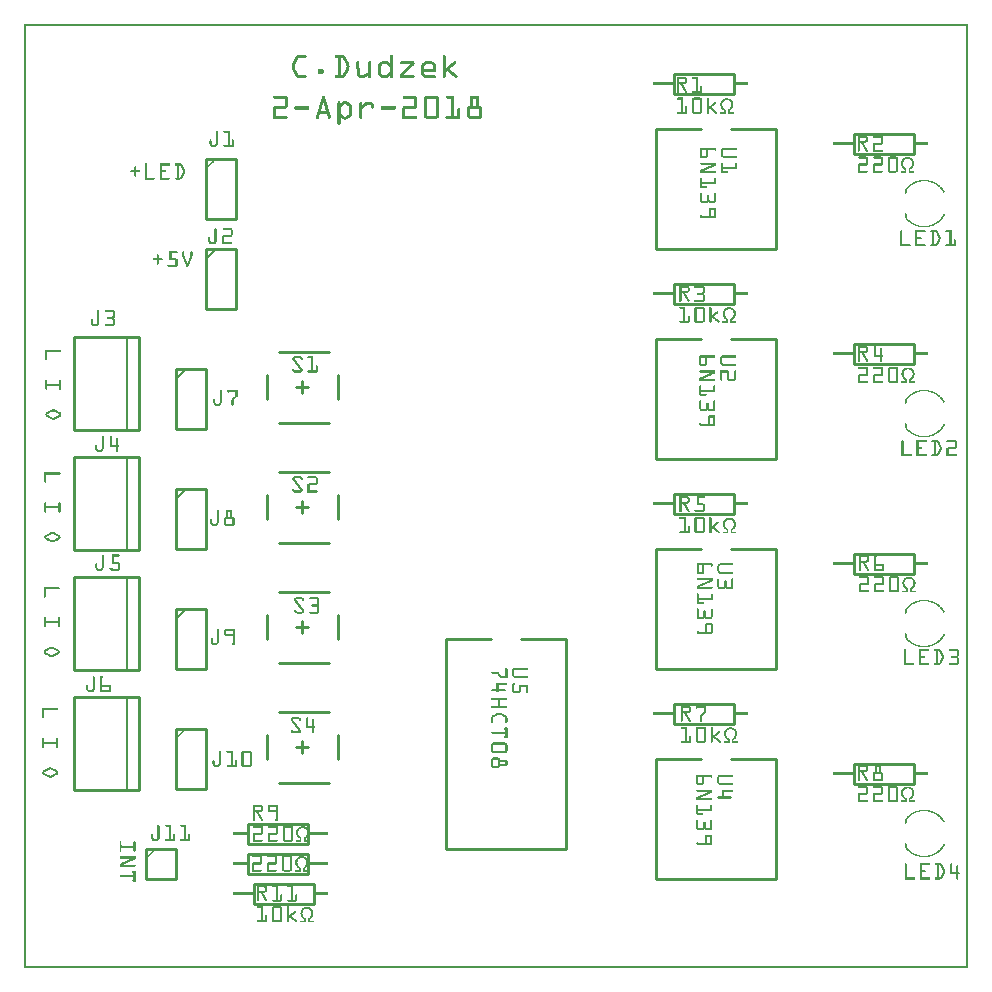
<source format=gto>
G04 MADE WITH FRITZING*
G04 WWW.FRITZING.ORG*
G04 DOUBLE SIDED*
G04 HOLES PLATED*
G04 CONTOUR ON CENTER OF CONTOUR VECTOR*
%ASAXBY*%
%FSLAX23Y23*%
%MOIN*%
%OFA0B0*%
%SFA1.0B1.0*%
%ADD10C,0.010000*%
%ADD11C,0.005000*%
%ADD12R,0.001000X0.001000*%
%LNSILK1*%
G90*
G70*
G54D10*
X169Y905D02*
X169Y595D01*
D02*
X169Y595D02*
X385Y595D01*
D02*
X385Y595D02*
X385Y905D01*
D02*
X385Y905D02*
X169Y905D01*
G54D11*
D02*
X345Y595D02*
X345Y905D01*
G54D10*
D02*
X169Y1705D02*
X169Y1395D01*
D02*
X169Y1395D02*
X385Y1395D01*
D02*
X385Y1395D02*
X385Y1705D01*
D02*
X385Y1705D02*
X169Y1705D01*
G54D11*
D02*
X345Y1395D02*
X345Y1705D01*
G54D10*
D02*
X169Y2105D02*
X169Y1795D01*
D02*
X169Y1795D02*
X385Y1795D01*
D02*
X385Y1795D02*
X385Y2105D01*
D02*
X385Y2105D02*
X169Y2105D01*
G54D11*
D02*
X345Y1795D02*
X345Y2105D01*
G54D10*
D02*
X169Y1305D02*
X169Y995D01*
D02*
X169Y995D02*
X385Y995D01*
D02*
X385Y995D02*
X385Y1305D01*
D02*
X385Y1305D02*
X169Y1305D01*
G54D11*
D02*
X345Y995D02*
X345Y1305D01*
G54D10*
D02*
X2107Y1400D02*
X2107Y1000D01*
D02*
X2107Y1000D02*
X2507Y1000D01*
D02*
X2507Y1000D02*
X2507Y1400D01*
D02*
X2107Y1400D02*
X2257Y1400D01*
D02*
X2357Y1400D02*
X2507Y1400D01*
D02*
X2166Y1583D02*
X2366Y1583D01*
D02*
X2366Y1583D02*
X2366Y1517D01*
D02*
X2366Y1517D02*
X2166Y1517D01*
D02*
X2166Y1517D02*
X2166Y1583D01*
D02*
X2766Y1383D02*
X2966Y1383D01*
D02*
X2966Y1383D02*
X2966Y1317D01*
D02*
X2966Y1317D02*
X2766Y1317D01*
D02*
X2766Y1317D02*
X2766Y1383D01*
D02*
X1047Y1178D02*
X1047Y1099D01*
D02*
X850Y1256D02*
X1017Y1256D01*
D02*
X850Y1020D02*
X1017Y1020D01*
D02*
X811Y1178D02*
X811Y1099D01*
D02*
X929Y1158D02*
X929Y1118D01*
D02*
X948Y1138D02*
X909Y1138D01*
D02*
X607Y2400D02*
X607Y2200D01*
D02*
X607Y2200D02*
X707Y2200D01*
D02*
X707Y2200D02*
X707Y2400D01*
D02*
X707Y2400D02*
X607Y2400D01*
G54D11*
D02*
X607Y2365D02*
X642Y2400D01*
G54D10*
D02*
X507Y800D02*
X507Y600D01*
D02*
X507Y600D02*
X607Y600D01*
D02*
X607Y600D02*
X607Y800D01*
D02*
X607Y800D02*
X507Y800D01*
D02*
X507Y1200D02*
X507Y1000D01*
D02*
X507Y1000D02*
X607Y1000D01*
D02*
X607Y1000D02*
X607Y1200D01*
D02*
X607Y1200D02*
X507Y1200D01*
G54D11*
D02*
X507Y1165D02*
X542Y1200D01*
G54D10*
D02*
X507Y1600D02*
X507Y1400D01*
D02*
X507Y1400D02*
X607Y1400D01*
D02*
X607Y1400D02*
X607Y1600D01*
D02*
X607Y1600D02*
X507Y1600D01*
G54D11*
D02*
X507Y1565D02*
X542Y1600D01*
G54D10*
D02*
X507Y2000D02*
X507Y1800D01*
D02*
X507Y1800D02*
X607Y1800D01*
D02*
X607Y1800D02*
X607Y2000D01*
D02*
X607Y2000D02*
X507Y2000D01*
G54D11*
D02*
X507Y1965D02*
X542Y2000D01*
G54D10*
D02*
X407Y400D02*
X407Y300D01*
D02*
X407Y300D02*
X507Y300D01*
D02*
X507Y300D02*
X507Y400D01*
D02*
X507Y400D02*
X407Y400D01*
D02*
X607Y2700D02*
X607Y2500D01*
D02*
X607Y2500D02*
X707Y2500D01*
D02*
X707Y2500D02*
X707Y2700D01*
D02*
X707Y2700D02*
X607Y2700D01*
D02*
X947Y317D02*
X747Y317D01*
D02*
X747Y317D02*
X747Y383D01*
D02*
X747Y383D02*
X947Y383D01*
D02*
X947Y383D02*
X947Y317D01*
D02*
X1407Y1100D02*
X1407Y400D01*
D02*
X1407Y400D02*
X1807Y400D01*
D02*
X1807Y400D02*
X1807Y1100D01*
D02*
X1407Y1100D02*
X1557Y1100D01*
D02*
X1657Y1100D02*
X1807Y1100D01*
D02*
X2107Y700D02*
X2107Y300D01*
D02*
X2107Y300D02*
X2507Y300D01*
D02*
X2507Y300D02*
X2507Y700D01*
D02*
X2107Y700D02*
X2257Y700D01*
D02*
X2357Y700D02*
X2507Y700D01*
D02*
X2166Y883D02*
X2366Y883D01*
D02*
X2366Y883D02*
X2366Y817D01*
D02*
X2366Y817D02*
X2166Y817D01*
D02*
X2166Y817D02*
X2166Y883D01*
D02*
X766Y283D02*
X966Y283D01*
D02*
X966Y283D02*
X966Y217D01*
D02*
X966Y217D02*
X766Y217D01*
D02*
X766Y217D02*
X766Y283D01*
D02*
X2107Y2100D02*
X2107Y1700D01*
D02*
X2107Y1700D02*
X2507Y1700D01*
D02*
X2507Y1700D02*
X2507Y2100D01*
D02*
X2107Y2100D02*
X2257Y2100D01*
D02*
X2357Y2100D02*
X2507Y2100D01*
D02*
X2166Y2283D02*
X2366Y2283D01*
D02*
X2366Y2283D02*
X2366Y2217D01*
D02*
X2366Y2217D02*
X2166Y2217D01*
D02*
X2166Y2217D02*
X2166Y2283D01*
D02*
X2107Y2800D02*
X2107Y2400D01*
D02*
X2107Y2400D02*
X2507Y2400D01*
D02*
X2507Y2400D02*
X2507Y2800D01*
D02*
X2107Y2800D02*
X2257Y2800D01*
D02*
X2357Y2800D02*
X2507Y2800D01*
D02*
X2166Y2983D02*
X2366Y2983D01*
D02*
X2366Y2983D02*
X2366Y2917D01*
D02*
X2366Y2917D02*
X2166Y2917D01*
D02*
X2166Y2917D02*
X2166Y2983D01*
D02*
X947Y417D02*
X747Y417D01*
D02*
X747Y417D02*
X747Y483D01*
D02*
X747Y483D02*
X947Y483D01*
D02*
X947Y483D02*
X947Y417D01*
D02*
X1047Y778D02*
X1047Y699D01*
D02*
X850Y856D02*
X1017Y856D01*
D02*
X850Y620D02*
X1017Y620D01*
D02*
X811Y778D02*
X811Y699D01*
D02*
X929Y758D02*
X929Y718D01*
D02*
X948Y738D02*
X909Y738D01*
D02*
X1047Y1578D02*
X1047Y1499D01*
D02*
X850Y1656D02*
X1017Y1656D01*
D02*
X850Y1420D02*
X1017Y1420D01*
D02*
X811Y1578D02*
X811Y1499D01*
D02*
X929Y1558D02*
X929Y1518D01*
D02*
X948Y1538D02*
X909Y1538D01*
D02*
X1047Y1978D02*
X1047Y1899D01*
D02*
X850Y2056D02*
X1017Y2056D01*
D02*
X850Y1820D02*
X1017Y1820D01*
D02*
X811Y1978D02*
X811Y1899D01*
D02*
X929Y1958D02*
X929Y1918D01*
D02*
X948Y1938D02*
X909Y1938D01*
D02*
X2766Y683D02*
X2966Y683D01*
D02*
X2966Y683D02*
X2966Y617D01*
D02*
X2966Y617D02*
X2766Y617D01*
D02*
X2766Y617D02*
X2766Y683D01*
D02*
X2766Y2083D02*
X2966Y2083D01*
D02*
X2966Y2083D02*
X2966Y2017D01*
D02*
X2966Y2017D02*
X2766Y2017D01*
D02*
X2766Y2017D02*
X2766Y2083D01*
D02*
X2766Y2783D02*
X2966Y2783D01*
D02*
X2966Y2783D02*
X2966Y2717D01*
D02*
X2966Y2717D02*
X2766Y2717D01*
D02*
X2766Y2717D02*
X2766Y2783D01*
G54D12*
X0Y3150D02*
X3148Y3150D01*
X0Y3149D02*
X3148Y3149D01*
X0Y3148D02*
X3148Y3148D01*
X0Y3147D02*
X3148Y3147D01*
X0Y3146D02*
X3148Y3146D01*
X0Y3145D02*
X3148Y3145D01*
X0Y3144D02*
X3148Y3144D01*
X0Y3143D02*
X3148Y3143D01*
X0Y3142D02*
X7Y3142D01*
X3141Y3142D02*
X3148Y3142D01*
X0Y3141D02*
X7Y3141D01*
X3141Y3141D02*
X3148Y3141D01*
X0Y3140D02*
X7Y3140D01*
X3141Y3140D02*
X3148Y3140D01*
X0Y3139D02*
X7Y3139D01*
X3141Y3139D02*
X3148Y3139D01*
X0Y3138D02*
X7Y3138D01*
X3141Y3138D02*
X3148Y3138D01*
X0Y3137D02*
X7Y3137D01*
X3141Y3137D02*
X3148Y3137D01*
X0Y3136D02*
X7Y3136D01*
X3141Y3136D02*
X3148Y3136D01*
X0Y3135D02*
X7Y3135D01*
X3141Y3135D02*
X3148Y3135D01*
X0Y3134D02*
X7Y3134D01*
X3141Y3134D02*
X3148Y3134D01*
X0Y3133D02*
X7Y3133D01*
X3141Y3133D02*
X3148Y3133D01*
X0Y3132D02*
X7Y3132D01*
X3141Y3132D02*
X3148Y3132D01*
X0Y3131D02*
X7Y3131D01*
X3141Y3131D02*
X3148Y3131D01*
X0Y3130D02*
X7Y3130D01*
X3141Y3130D02*
X3148Y3130D01*
X0Y3129D02*
X7Y3129D01*
X3141Y3129D02*
X3148Y3129D01*
X0Y3128D02*
X7Y3128D01*
X3141Y3128D02*
X3148Y3128D01*
X0Y3127D02*
X7Y3127D01*
X3141Y3127D02*
X3148Y3127D01*
X0Y3126D02*
X7Y3126D01*
X3141Y3126D02*
X3148Y3126D01*
X0Y3125D02*
X7Y3125D01*
X3141Y3125D02*
X3148Y3125D01*
X0Y3124D02*
X7Y3124D01*
X3141Y3124D02*
X3148Y3124D01*
X0Y3123D02*
X7Y3123D01*
X3141Y3123D02*
X3148Y3123D01*
X0Y3122D02*
X7Y3122D01*
X3141Y3122D02*
X3148Y3122D01*
X0Y3121D02*
X7Y3121D01*
X3141Y3121D02*
X3148Y3121D01*
X0Y3120D02*
X7Y3120D01*
X3141Y3120D02*
X3148Y3120D01*
X0Y3119D02*
X7Y3119D01*
X3141Y3119D02*
X3148Y3119D01*
X0Y3118D02*
X7Y3118D01*
X3141Y3118D02*
X3148Y3118D01*
X0Y3117D02*
X7Y3117D01*
X3141Y3117D02*
X3148Y3117D01*
X0Y3116D02*
X7Y3116D01*
X3141Y3116D02*
X3148Y3116D01*
X0Y3115D02*
X7Y3115D01*
X3141Y3115D02*
X3148Y3115D01*
X0Y3114D02*
X7Y3114D01*
X3141Y3114D02*
X3148Y3114D01*
X0Y3113D02*
X7Y3113D01*
X3141Y3113D02*
X3148Y3113D01*
X0Y3112D02*
X7Y3112D01*
X3141Y3112D02*
X3148Y3112D01*
X0Y3111D02*
X7Y3111D01*
X3141Y3111D02*
X3148Y3111D01*
X0Y3110D02*
X7Y3110D01*
X3141Y3110D02*
X3148Y3110D01*
X0Y3109D02*
X7Y3109D01*
X3141Y3109D02*
X3148Y3109D01*
X0Y3108D02*
X7Y3108D01*
X3141Y3108D02*
X3148Y3108D01*
X0Y3107D02*
X7Y3107D01*
X3141Y3107D02*
X3148Y3107D01*
X0Y3106D02*
X7Y3106D01*
X3141Y3106D02*
X3148Y3106D01*
X0Y3105D02*
X7Y3105D01*
X3141Y3105D02*
X3148Y3105D01*
X0Y3104D02*
X7Y3104D01*
X3141Y3104D02*
X3148Y3104D01*
X0Y3103D02*
X7Y3103D01*
X3141Y3103D02*
X3148Y3103D01*
X0Y3102D02*
X7Y3102D01*
X3141Y3102D02*
X3148Y3102D01*
X0Y3101D02*
X7Y3101D01*
X3141Y3101D02*
X3148Y3101D01*
X0Y3100D02*
X7Y3100D01*
X3141Y3100D02*
X3148Y3100D01*
X0Y3099D02*
X7Y3099D01*
X3141Y3099D02*
X3148Y3099D01*
X0Y3098D02*
X7Y3098D01*
X3141Y3098D02*
X3148Y3098D01*
X0Y3097D02*
X7Y3097D01*
X3141Y3097D02*
X3148Y3097D01*
X0Y3096D02*
X7Y3096D01*
X3141Y3096D02*
X3148Y3096D01*
X0Y3095D02*
X7Y3095D01*
X3141Y3095D02*
X3148Y3095D01*
X0Y3094D02*
X7Y3094D01*
X3141Y3094D02*
X3148Y3094D01*
X0Y3093D02*
X7Y3093D01*
X3141Y3093D02*
X3148Y3093D01*
X0Y3092D02*
X7Y3092D01*
X3141Y3092D02*
X3148Y3092D01*
X0Y3091D02*
X7Y3091D01*
X3141Y3091D02*
X3148Y3091D01*
X0Y3090D02*
X7Y3090D01*
X3141Y3090D02*
X3148Y3090D01*
X0Y3089D02*
X7Y3089D01*
X3141Y3089D02*
X3148Y3089D01*
X0Y3088D02*
X7Y3088D01*
X3141Y3088D02*
X3148Y3088D01*
X0Y3087D02*
X7Y3087D01*
X3141Y3087D02*
X3148Y3087D01*
X0Y3086D02*
X7Y3086D01*
X3141Y3086D02*
X3148Y3086D01*
X0Y3085D02*
X7Y3085D01*
X3141Y3085D02*
X3148Y3085D01*
X0Y3084D02*
X7Y3084D01*
X3141Y3084D02*
X3148Y3084D01*
X0Y3083D02*
X7Y3083D01*
X3141Y3083D02*
X3148Y3083D01*
X0Y3082D02*
X7Y3082D01*
X3141Y3082D02*
X3148Y3082D01*
X0Y3081D02*
X7Y3081D01*
X3141Y3081D02*
X3148Y3081D01*
X0Y3080D02*
X7Y3080D01*
X3141Y3080D02*
X3148Y3080D01*
X0Y3079D02*
X7Y3079D01*
X3141Y3079D02*
X3148Y3079D01*
X0Y3078D02*
X7Y3078D01*
X3141Y3078D02*
X3148Y3078D01*
X0Y3077D02*
X7Y3077D01*
X3141Y3077D02*
X3148Y3077D01*
X0Y3076D02*
X7Y3076D01*
X3141Y3076D02*
X3148Y3076D01*
X0Y3075D02*
X7Y3075D01*
X3141Y3075D02*
X3148Y3075D01*
X0Y3074D02*
X7Y3074D01*
X3141Y3074D02*
X3148Y3074D01*
X0Y3073D02*
X7Y3073D01*
X3141Y3073D02*
X3148Y3073D01*
X0Y3072D02*
X7Y3072D01*
X3141Y3072D02*
X3148Y3072D01*
X0Y3071D02*
X7Y3071D01*
X3141Y3071D02*
X3148Y3071D01*
X0Y3070D02*
X7Y3070D01*
X3141Y3070D02*
X3148Y3070D01*
X0Y3069D02*
X7Y3069D01*
X3141Y3069D02*
X3148Y3069D01*
X0Y3068D02*
X7Y3068D01*
X3141Y3068D02*
X3148Y3068D01*
X0Y3067D02*
X7Y3067D01*
X3141Y3067D02*
X3148Y3067D01*
X0Y3066D02*
X7Y3066D01*
X3141Y3066D02*
X3148Y3066D01*
X0Y3065D02*
X7Y3065D01*
X3141Y3065D02*
X3148Y3065D01*
X0Y3064D02*
X7Y3064D01*
X3141Y3064D02*
X3148Y3064D01*
X0Y3063D02*
X7Y3063D01*
X3141Y3063D02*
X3148Y3063D01*
X0Y3062D02*
X7Y3062D01*
X3141Y3062D02*
X3148Y3062D01*
X0Y3061D02*
X7Y3061D01*
X3141Y3061D02*
X3148Y3061D01*
X0Y3060D02*
X7Y3060D01*
X3141Y3060D02*
X3148Y3060D01*
X0Y3059D02*
X7Y3059D01*
X3141Y3059D02*
X3148Y3059D01*
X0Y3058D02*
X7Y3058D01*
X3141Y3058D02*
X3148Y3058D01*
X0Y3057D02*
X7Y3057D01*
X3141Y3057D02*
X3148Y3057D01*
X0Y3056D02*
X7Y3056D01*
X3141Y3056D02*
X3148Y3056D01*
X0Y3055D02*
X7Y3055D01*
X3141Y3055D02*
X3148Y3055D01*
X0Y3054D02*
X7Y3054D01*
X3141Y3054D02*
X3148Y3054D01*
X0Y3053D02*
X7Y3053D01*
X3141Y3053D02*
X3148Y3053D01*
X0Y3052D02*
X7Y3052D01*
X3141Y3052D02*
X3148Y3052D01*
X0Y3051D02*
X7Y3051D01*
X3141Y3051D02*
X3148Y3051D01*
X0Y3050D02*
X7Y3050D01*
X3141Y3050D02*
X3148Y3050D01*
X0Y3049D02*
X7Y3049D01*
X3141Y3049D02*
X3148Y3049D01*
X0Y3048D02*
X7Y3048D01*
X3141Y3048D02*
X3148Y3048D01*
X0Y3047D02*
X7Y3047D01*
X3141Y3047D02*
X3148Y3047D01*
X0Y3046D02*
X7Y3046D01*
X915Y3046D02*
X939Y3046D01*
X1040Y3046D02*
X1064Y3046D01*
X1223Y3046D02*
X1227Y3046D01*
X1400Y3046D02*
X1403Y3046D01*
X3141Y3046D02*
X3148Y3046D01*
X0Y3045D02*
X7Y3045D01*
X912Y3045D02*
X940Y3045D01*
X1038Y3045D02*
X1066Y3045D01*
X1222Y3045D02*
X1228Y3045D01*
X1398Y3045D02*
X1404Y3045D01*
X3141Y3045D02*
X3148Y3045D01*
X0Y3044D02*
X7Y3044D01*
X910Y3044D02*
X941Y3044D01*
X1038Y3044D02*
X1068Y3044D01*
X1221Y3044D02*
X1229Y3044D01*
X1397Y3044D02*
X1405Y3044D01*
X3141Y3044D02*
X3148Y3044D01*
X0Y3043D02*
X7Y3043D01*
X909Y3043D02*
X941Y3043D01*
X1037Y3043D02*
X1069Y3043D01*
X1221Y3043D02*
X1229Y3043D01*
X1397Y3043D02*
X1406Y3043D01*
X3141Y3043D02*
X3148Y3043D01*
X0Y3042D02*
X7Y3042D01*
X908Y3042D02*
X942Y3042D01*
X1037Y3042D02*
X1070Y3042D01*
X1221Y3042D02*
X1230Y3042D01*
X1397Y3042D02*
X1406Y3042D01*
X3141Y3042D02*
X3148Y3042D01*
X0Y3041D02*
X7Y3041D01*
X907Y3041D02*
X942Y3041D01*
X1037Y3041D02*
X1071Y3041D01*
X1221Y3041D02*
X1230Y3041D01*
X1397Y3041D02*
X1406Y3041D01*
X3141Y3041D02*
X3148Y3041D01*
X0Y3040D02*
X7Y3040D01*
X906Y3040D02*
X941Y3040D01*
X1037Y3040D02*
X1072Y3040D01*
X1221Y3040D02*
X1230Y3040D01*
X1397Y3040D02*
X1406Y3040D01*
X3141Y3040D02*
X3148Y3040D01*
X0Y3039D02*
X7Y3039D01*
X906Y3039D02*
X941Y3039D01*
X1038Y3039D02*
X1072Y3039D01*
X1221Y3039D02*
X1230Y3039D01*
X1397Y3039D02*
X1406Y3039D01*
X3141Y3039D02*
X3148Y3039D01*
X0Y3038D02*
X7Y3038D01*
X905Y3038D02*
X940Y3038D01*
X1038Y3038D02*
X1073Y3038D01*
X1221Y3038D02*
X1230Y3038D01*
X1397Y3038D02*
X1406Y3038D01*
X3141Y3038D02*
X3148Y3038D01*
X0Y3037D02*
X7Y3037D01*
X905Y3037D02*
X939Y3037D01*
X1040Y3037D02*
X1074Y3037D01*
X1221Y3037D02*
X1230Y3037D01*
X1397Y3037D02*
X1406Y3037D01*
X3141Y3037D02*
X3148Y3037D01*
X0Y3036D02*
X7Y3036D01*
X904Y3036D02*
X916Y3036D01*
X1047Y3036D02*
X1056Y3036D01*
X1063Y3036D02*
X1074Y3036D01*
X1221Y3036D02*
X1230Y3036D01*
X1397Y3036D02*
X1406Y3036D01*
X3141Y3036D02*
X3148Y3036D01*
X0Y3035D02*
X7Y3035D01*
X904Y3035D02*
X914Y3035D01*
X1047Y3035D02*
X1056Y3035D01*
X1064Y3035D02*
X1075Y3035D01*
X1221Y3035D02*
X1230Y3035D01*
X1397Y3035D02*
X1406Y3035D01*
X3141Y3035D02*
X3148Y3035D01*
X0Y3034D02*
X7Y3034D01*
X903Y3034D02*
X914Y3034D01*
X1047Y3034D02*
X1056Y3034D01*
X1065Y3034D02*
X1075Y3034D01*
X1221Y3034D02*
X1230Y3034D01*
X1397Y3034D02*
X1406Y3034D01*
X3141Y3034D02*
X3148Y3034D01*
X0Y3033D02*
X7Y3033D01*
X903Y3033D02*
X913Y3033D01*
X1047Y3033D02*
X1056Y3033D01*
X1065Y3033D02*
X1076Y3033D01*
X1221Y3033D02*
X1230Y3033D01*
X1397Y3033D02*
X1406Y3033D01*
X3141Y3033D02*
X3148Y3033D01*
X0Y3032D02*
X7Y3032D01*
X902Y3032D02*
X913Y3032D01*
X1047Y3032D02*
X1056Y3032D01*
X1066Y3032D02*
X1076Y3032D01*
X1221Y3032D02*
X1230Y3032D01*
X1397Y3032D02*
X1406Y3032D01*
X3141Y3032D02*
X3148Y3032D01*
X0Y3031D02*
X7Y3031D01*
X902Y3031D02*
X912Y3031D01*
X1047Y3031D02*
X1056Y3031D01*
X1066Y3031D02*
X1077Y3031D01*
X1221Y3031D02*
X1230Y3031D01*
X1397Y3031D02*
X1406Y3031D01*
X3141Y3031D02*
X3148Y3031D01*
X0Y3030D02*
X7Y3030D01*
X901Y3030D02*
X912Y3030D01*
X1047Y3030D02*
X1056Y3030D01*
X1067Y3030D02*
X1077Y3030D01*
X1221Y3030D02*
X1230Y3030D01*
X1397Y3030D02*
X1406Y3030D01*
X3141Y3030D02*
X3148Y3030D01*
X0Y3029D02*
X7Y3029D01*
X901Y3029D02*
X911Y3029D01*
X1047Y3029D02*
X1056Y3029D01*
X1067Y3029D02*
X1078Y3029D01*
X1221Y3029D02*
X1230Y3029D01*
X1397Y3029D02*
X1406Y3029D01*
X3141Y3029D02*
X3148Y3029D01*
X0Y3028D02*
X7Y3028D01*
X900Y3028D02*
X911Y3028D01*
X1047Y3028D02*
X1056Y3028D01*
X1068Y3028D02*
X1078Y3028D01*
X1221Y3028D02*
X1230Y3028D01*
X1397Y3028D02*
X1406Y3028D01*
X3141Y3028D02*
X3148Y3028D01*
X0Y3027D02*
X7Y3027D01*
X900Y3027D02*
X910Y3027D01*
X1047Y3027D02*
X1056Y3027D01*
X1068Y3027D02*
X1079Y3027D01*
X1221Y3027D02*
X1230Y3027D01*
X1397Y3027D02*
X1406Y3027D01*
X3141Y3027D02*
X3148Y3027D01*
X0Y3026D02*
X7Y3026D01*
X899Y3026D02*
X910Y3026D01*
X1047Y3026D02*
X1056Y3026D01*
X1069Y3026D02*
X1079Y3026D01*
X1221Y3026D02*
X1230Y3026D01*
X1397Y3026D02*
X1406Y3026D01*
X3141Y3026D02*
X3148Y3026D01*
X0Y3025D02*
X7Y3025D01*
X899Y3025D02*
X909Y3025D01*
X1047Y3025D02*
X1056Y3025D01*
X1069Y3025D02*
X1080Y3025D01*
X1112Y3025D02*
X1115Y3025D01*
X1152Y3025D02*
X1154Y3025D01*
X1196Y3025D02*
X1209Y3025D01*
X1221Y3025D02*
X1230Y3025D01*
X1258Y3025D02*
X1298Y3025D01*
X1340Y3025D02*
X1358Y3025D01*
X1397Y3025D02*
X1406Y3025D01*
X1435Y3025D02*
X1437Y3025D01*
X3141Y3025D02*
X3148Y3025D01*
X0Y3024D02*
X7Y3024D01*
X898Y3024D02*
X909Y3024D01*
X1047Y3024D02*
X1056Y3024D01*
X1070Y3024D02*
X1080Y3024D01*
X1110Y3024D02*
X1116Y3024D01*
X1150Y3024D02*
X1156Y3024D01*
X1193Y3024D02*
X1212Y3024D01*
X1221Y3024D02*
X1230Y3024D01*
X1257Y3024D02*
X1300Y3024D01*
X1337Y3024D02*
X1361Y3024D01*
X1397Y3024D02*
X1406Y3024D01*
X1433Y3024D02*
X1439Y3024D01*
X3141Y3024D02*
X3148Y3024D01*
X0Y3023D02*
X7Y3023D01*
X898Y3023D02*
X908Y3023D01*
X1047Y3023D02*
X1056Y3023D01*
X1070Y3023D02*
X1081Y3023D01*
X1110Y3023D02*
X1117Y3023D01*
X1149Y3023D02*
X1157Y3023D01*
X1191Y3023D02*
X1214Y3023D01*
X1221Y3023D02*
X1230Y3023D01*
X1256Y3023D02*
X1301Y3023D01*
X1335Y3023D02*
X1363Y3023D01*
X1397Y3023D02*
X1406Y3023D01*
X1432Y3023D02*
X1440Y3023D01*
X3141Y3023D02*
X3148Y3023D01*
X0Y3022D02*
X7Y3022D01*
X897Y3022D02*
X908Y3022D01*
X1047Y3022D02*
X1056Y3022D01*
X1071Y3022D02*
X1081Y3022D01*
X1109Y3022D02*
X1118Y3022D01*
X1149Y3022D02*
X1157Y3022D01*
X1190Y3022D02*
X1215Y3022D01*
X1221Y3022D02*
X1230Y3022D01*
X1256Y3022D02*
X1301Y3022D01*
X1334Y3022D02*
X1364Y3022D01*
X1397Y3022D02*
X1406Y3022D01*
X1431Y3022D02*
X1440Y3022D01*
X3141Y3022D02*
X3148Y3022D01*
X0Y3021D02*
X7Y3021D01*
X897Y3021D02*
X907Y3021D01*
X1047Y3021D02*
X1056Y3021D01*
X1071Y3021D02*
X1082Y3021D01*
X1109Y3021D02*
X1118Y3021D01*
X1149Y3021D02*
X1158Y3021D01*
X1189Y3021D02*
X1217Y3021D01*
X1221Y3021D02*
X1230Y3021D01*
X1255Y3021D02*
X1301Y3021D01*
X1333Y3021D02*
X1366Y3021D01*
X1397Y3021D02*
X1406Y3021D01*
X1430Y3021D02*
X1440Y3021D01*
X3141Y3021D02*
X3148Y3021D01*
X0Y3020D02*
X7Y3020D01*
X896Y3020D02*
X907Y3020D01*
X1047Y3020D02*
X1056Y3020D01*
X1072Y3020D02*
X1082Y3020D01*
X1109Y3020D02*
X1118Y3020D01*
X1149Y3020D02*
X1158Y3020D01*
X1188Y3020D02*
X1218Y3020D01*
X1221Y3020D02*
X1230Y3020D01*
X1255Y3020D02*
X1302Y3020D01*
X1332Y3020D02*
X1367Y3020D01*
X1397Y3020D02*
X1406Y3020D01*
X1428Y3020D02*
X1441Y3020D01*
X3141Y3020D02*
X3148Y3020D01*
X0Y3019D02*
X7Y3019D01*
X896Y3019D02*
X906Y3019D01*
X1047Y3019D02*
X1056Y3019D01*
X1072Y3019D02*
X1083Y3019D01*
X1109Y3019D02*
X1118Y3019D01*
X1149Y3019D02*
X1158Y3019D01*
X1186Y3019D02*
X1230Y3019D01*
X1255Y3019D02*
X1302Y3019D01*
X1330Y3019D02*
X1368Y3019D01*
X1397Y3019D02*
X1406Y3019D01*
X1427Y3019D02*
X1440Y3019D01*
X3141Y3019D02*
X3148Y3019D01*
X0Y3018D02*
X7Y3018D01*
X895Y3018D02*
X906Y3018D01*
X1047Y3018D02*
X1056Y3018D01*
X1073Y3018D02*
X1083Y3018D01*
X1109Y3018D02*
X1118Y3018D01*
X1149Y3018D02*
X1158Y3018D01*
X1185Y3018D02*
X1230Y3018D01*
X1256Y3018D02*
X1302Y3018D01*
X1329Y3018D02*
X1369Y3018D01*
X1397Y3018D02*
X1406Y3018D01*
X1426Y3018D02*
X1440Y3018D01*
X3141Y3018D02*
X3148Y3018D01*
X0Y3017D02*
X7Y3017D01*
X895Y3017D02*
X905Y3017D01*
X1047Y3017D02*
X1056Y3017D01*
X1073Y3017D02*
X1084Y3017D01*
X1109Y3017D02*
X1118Y3017D01*
X1149Y3017D02*
X1158Y3017D01*
X1185Y3017D02*
X1230Y3017D01*
X1257Y3017D02*
X1302Y3017D01*
X1328Y3017D02*
X1370Y3017D01*
X1397Y3017D02*
X1406Y3017D01*
X1425Y3017D02*
X1439Y3017D01*
X3141Y3017D02*
X3148Y3017D01*
X0Y3016D02*
X7Y3016D01*
X894Y3016D02*
X905Y3016D01*
X1047Y3016D02*
X1056Y3016D01*
X1074Y3016D02*
X1084Y3016D01*
X1109Y3016D02*
X1118Y3016D01*
X1149Y3016D02*
X1158Y3016D01*
X1184Y3016D02*
X1230Y3016D01*
X1258Y3016D02*
X1302Y3016D01*
X1328Y3016D02*
X1371Y3016D01*
X1397Y3016D02*
X1406Y3016D01*
X1424Y3016D02*
X1438Y3016D01*
X3141Y3016D02*
X3148Y3016D01*
X0Y3015D02*
X7Y3015D01*
X894Y3015D02*
X904Y3015D01*
X1047Y3015D02*
X1056Y3015D01*
X1074Y3015D02*
X1084Y3015D01*
X1109Y3015D02*
X1118Y3015D01*
X1149Y3015D02*
X1158Y3015D01*
X1183Y3015D02*
X1197Y3015D01*
X1209Y3015D02*
X1230Y3015D01*
X1289Y3015D02*
X1301Y3015D01*
X1327Y3015D02*
X1341Y3015D01*
X1358Y3015D02*
X1371Y3015D01*
X1397Y3015D02*
X1406Y3015D01*
X1422Y3015D02*
X1437Y3015D01*
X3141Y3015D02*
X3148Y3015D01*
X0Y3014D02*
X7Y3014D01*
X894Y3014D02*
X904Y3014D01*
X1047Y3014D02*
X1056Y3014D01*
X1075Y3014D02*
X1085Y3014D01*
X1109Y3014D02*
X1118Y3014D01*
X1149Y3014D02*
X1158Y3014D01*
X1182Y3014D02*
X1195Y3014D01*
X1210Y3014D02*
X1230Y3014D01*
X1288Y3014D02*
X1301Y3014D01*
X1327Y3014D02*
X1339Y3014D01*
X1360Y3014D02*
X1372Y3014D01*
X1397Y3014D02*
X1406Y3014D01*
X1421Y3014D02*
X1436Y3014D01*
X3141Y3014D02*
X3148Y3014D01*
X0Y3013D02*
X7Y3013D01*
X894Y3013D02*
X903Y3013D01*
X1047Y3013D02*
X1056Y3013D01*
X1075Y3013D02*
X1085Y3013D01*
X1109Y3013D02*
X1118Y3013D01*
X1149Y3013D02*
X1158Y3013D01*
X1182Y3013D02*
X1194Y3013D01*
X1211Y3013D02*
X1230Y3013D01*
X1287Y3013D02*
X1300Y3013D01*
X1326Y3013D02*
X1338Y3013D01*
X1361Y3013D02*
X1372Y3013D01*
X1397Y3013D02*
X1406Y3013D01*
X1420Y3013D02*
X1435Y3013D01*
X3141Y3013D02*
X3148Y3013D01*
X0Y3012D02*
X7Y3012D01*
X893Y3012D02*
X903Y3012D01*
X1047Y3012D02*
X1056Y3012D01*
X1076Y3012D02*
X1085Y3012D01*
X1109Y3012D02*
X1118Y3012D01*
X1149Y3012D02*
X1158Y3012D01*
X1181Y3012D02*
X1193Y3012D01*
X1213Y3012D02*
X1230Y3012D01*
X1286Y3012D02*
X1300Y3012D01*
X1326Y3012D02*
X1337Y3012D01*
X1362Y3012D02*
X1373Y3012D01*
X1397Y3012D02*
X1406Y3012D01*
X1419Y3012D02*
X1434Y3012D01*
X3141Y3012D02*
X3148Y3012D01*
X0Y3011D02*
X7Y3011D01*
X893Y3011D02*
X902Y3011D01*
X1047Y3011D02*
X1056Y3011D01*
X1076Y3011D02*
X1085Y3011D01*
X1109Y3011D02*
X1118Y3011D01*
X1149Y3011D02*
X1158Y3011D01*
X1181Y3011D02*
X1192Y3011D01*
X1214Y3011D02*
X1230Y3011D01*
X1285Y3011D02*
X1299Y3011D01*
X1325Y3011D02*
X1336Y3011D01*
X1363Y3011D02*
X1373Y3011D01*
X1397Y3011D02*
X1406Y3011D01*
X1418Y3011D02*
X1432Y3011D01*
X3141Y3011D02*
X3148Y3011D01*
X0Y3010D02*
X7Y3010D01*
X893Y3010D02*
X902Y3010D01*
X1047Y3010D02*
X1056Y3010D01*
X1076Y3010D02*
X1086Y3010D01*
X1109Y3010D02*
X1118Y3010D01*
X1149Y3010D02*
X1158Y3010D01*
X1181Y3010D02*
X1191Y3010D01*
X1215Y3010D02*
X1230Y3010D01*
X1284Y3010D02*
X1297Y3010D01*
X1325Y3010D02*
X1335Y3010D01*
X1364Y3010D02*
X1373Y3010D01*
X1397Y3010D02*
X1406Y3010D01*
X1417Y3010D02*
X1431Y3010D01*
X3141Y3010D02*
X3148Y3010D01*
X0Y3009D02*
X7Y3009D01*
X893Y3009D02*
X902Y3009D01*
X1047Y3009D02*
X1056Y3009D01*
X1076Y3009D02*
X1086Y3009D01*
X1109Y3009D02*
X1118Y3009D01*
X1149Y3009D02*
X1158Y3009D01*
X1181Y3009D02*
X1190Y3009D01*
X1216Y3009D02*
X1230Y3009D01*
X1283Y3009D02*
X1296Y3009D01*
X1325Y3009D02*
X1334Y3009D01*
X1364Y3009D02*
X1373Y3009D01*
X1397Y3009D02*
X1406Y3009D01*
X1415Y3009D02*
X1430Y3009D01*
X3141Y3009D02*
X3148Y3009D01*
X0Y3008D02*
X7Y3008D01*
X893Y3008D02*
X902Y3008D01*
X1047Y3008D02*
X1056Y3008D01*
X1077Y3008D02*
X1086Y3008D01*
X1109Y3008D02*
X1118Y3008D01*
X1149Y3008D02*
X1158Y3008D01*
X1181Y3008D02*
X1190Y3008D01*
X1217Y3008D02*
X1230Y3008D01*
X1282Y3008D02*
X1295Y3008D01*
X1325Y3008D02*
X1334Y3008D01*
X1364Y3008D02*
X1374Y3008D01*
X1397Y3008D02*
X1406Y3008D01*
X1414Y3008D02*
X1429Y3008D01*
X3141Y3008D02*
X3148Y3008D01*
X0Y3007D02*
X7Y3007D01*
X893Y3007D02*
X902Y3007D01*
X1047Y3007D02*
X1056Y3007D01*
X1076Y3007D02*
X1086Y3007D01*
X1109Y3007D02*
X1118Y3007D01*
X1149Y3007D02*
X1158Y3007D01*
X1181Y3007D02*
X1190Y3007D01*
X1218Y3007D02*
X1230Y3007D01*
X1281Y3007D02*
X1294Y3007D01*
X1325Y3007D02*
X1334Y3007D01*
X1364Y3007D02*
X1374Y3007D01*
X1397Y3007D02*
X1406Y3007D01*
X1413Y3007D02*
X1428Y3007D01*
X3141Y3007D02*
X3148Y3007D01*
X0Y3006D02*
X7Y3006D01*
X893Y3006D02*
X902Y3006D01*
X1047Y3006D02*
X1056Y3006D01*
X1076Y3006D02*
X1086Y3006D01*
X1109Y3006D02*
X1118Y3006D01*
X1149Y3006D02*
X1158Y3006D01*
X1181Y3006D02*
X1190Y3006D01*
X1219Y3006D02*
X1230Y3006D01*
X1280Y3006D02*
X1293Y3006D01*
X1325Y3006D02*
X1334Y3006D01*
X1364Y3006D02*
X1374Y3006D01*
X1397Y3006D02*
X1406Y3006D01*
X1412Y3006D02*
X1427Y3006D01*
X3141Y3006D02*
X3148Y3006D01*
X0Y3005D02*
X7Y3005D01*
X893Y3005D02*
X902Y3005D01*
X1047Y3005D02*
X1056Y3005D01*
X1076Y3005D02*
X1085Y3005D01*
X1109Y3005D02*
X1118Y3005D01*
X1149Y3005D02*
X1158Y3005D01*
X1181Y3005D02*
X1190Y3005D01*
X1220Y3005D02*
X1230Y3005D01*
X1279Y3005D02*
X1292Y3005D01*
X1325Y3005D02*
X1334Y3005D01*
X1364Y3005D02*
X1374Y3005D01*
X1397Y3005D02*
X1406Y3005D01*
X1411Y3005D02*
X1425Y3005D01*
X3141Y3005D02*
X3148Y3005D01*
X0Y3004D02*
X7Y3004D01*
X893Y3004D02*
X903Y3004D01*
X1047Y3004D02*
X1056Y3004D01*
X1076Y3004D02*
X1085Y3004D01*
X1109Y3004D02*
X1118Y3004D01*
X1149Y3004D02*
X1158Y3004D01*
X1181Y3004D02*
X1190Y3004D01*
X1220Y3004D02*
X1230Y3004D01*
X1278Y3004D02*
X1291Y3004D01*
X1325Y3004D02*
X1334Y3004D01*
X1364Y3004D02*
X1374Y3004D01*
X1397Y3004D02*
X1406Y3004D01*
X1410Y3004D02*
X1424Y3004D01*
X3141Y3004D02*
X3148Y3004D01*
X0Y3003D02*
X7Y3003D01*
X893Y3003D02*
X903Y3003D01*
X1047Y3003D02*
X1056Y3003D01*
X1076Y3003D02*
X1085Y3003D01*
X1109Y3003D02*
X1118Y3003D01*
X1149Y3003D02*
X1158Y3003D01*
X1181Y3003D02*
X1190Y3003D01*
X1221Y3003D02*
X1230Y3003D01*
X1277Y3003D02*
X1290Y3003D01*
X1325Y3003D02*
X1334Y3003D01*
X1364Y3003D02*
X1374Y3003D01*
X1397Y3003D02*
X1406Y3003D01*
X1408Y3003D02*
X1423Y3003D01*
X3141Y3003D02*
X3148Y3003D01*
X0Y3002D02*
X7Y3002D01*
X894Y3002D02*
X903Y3002D01*
X1047Y3002D02*
X1056Y3002D01*
X1075Y3002D02*
X1085Y3002D01*
X1109Y3002D02*
X1119Y3002D01*
X1149Y3002D02*
X1158Y3002D01*
X1181Y3002D02*
X1190Y3002D01*
X1221Y3002D02*
X1230Y3002D01*
X1276Y3002D02*
X1289Y3002D01*
X1325Y3002D02*
X1334Y3002D01*
X1364Y3002D02*
X1374Y3002D01*
X1397Y3002D02*
X1422Y3002D01*
X3141Y3002D02*
X3148Y3002D01*
X0Y3001D02*
X7Y3001D01*
X894Y3001D02*
X904Y3001D01*
X1047Y3001D02*
X1056Y3001D01*
X1075Y3001D02*
X1085Y3001D01*
X1109Y3001D02*
X1119Y3001D01*
X1149Y3001D02*
X1158Y3001D01*
X1181Y3001D02*
X1190Y3001D01*
X1221Y3001D02*
X1230Y3001D01*
X1275Y3001D02*
X1288Y3001D01*
X1325Y3001D02*
X1334Y3001D01*
X1364Y3001D02*
X1374Y3001D01*
X1397Y3001D02*
X1421Y3001D01*
X3141Y3001D02*
X3148Y3001D01*
X0Y3000D02*
X7Y3000D01*
X894Y3000D02*
X904Y3000D01*
X1047Y3000D02*
X1056Y3000D01*
X1074Y3000D02*
X1084Y3000D01*
X1110Y3000D02*
X1119Y3000D01*
X1149Y3000D02*
X1158Y3000D01*
X1181Y3000D02*
X1190Y3000D01*
X1221Y3000D02*
X1230Y3000D01*
X1274Y3000D02*
X1287Y3000D01*
X1325Y3000D02*
X1334Y3000D01*
X1364Y3000D02*
X1374Y3000D01*
X1397Y3000D02*
X1420Y3000D01*
X3141Y3000D02*
X3148Y3000D01*
X0Y2999D02*
X7Y2999D01*
X895Y2999D02*
X905Y2999D01*
X982Y2999D02*
X996Y2999D01*
X1047Y2999D02*
X1056Y2999D01*
X1074Y2999D02*
X1084Y2999D01*
X1110Y2999D02*
X1119Y2999D01*
X1149Y2999D02*
X1158Y2999D01*
X1181Y2999D02*
X1190Y2999D01*
X1221Y2999D02*
X1230Y2999D01*
X1273Y2999D02*
X1286Y2999D01*
X1325Y2999D02*
X1374Y2999D01*
X1397Y2999D02*
X1419Y2999D01*
X3141Y2999D02*
X3148Y2999D01*
X0Y2998D02*
X7Y2998D01*
X895Y2998D02*
X905Y2998D01*
X981Y2998D02*
X998Y2998D01*
X1047Y2998D02*
X1056Y2998D01*
X1073Y2998D02*
X1083Y2998D01*
X1110Y2998D02*
X1119Y2998D01*
X1149Y2998D02*
X1158Y2998D01*
X1181Y2998D02*
X1190Y2998D01*
X1221Y2998D02*
X1230Y2998D01*
X1271Y2998D02*
X1285Y2998D01*
X1325Y2998D02*
X1374Y2998D01*
X1397Y2998D02*
X1420Y2998D01*
X3141Y2998D02*
X3148Y2998D01*
X0Y2997D02*
X7Y2997D01*
X895Y2997D02*
X906Y2997D01*
X980Y2997D02*
X998Y2997D01*
X1047Y2997D02*
X1056Y2997D01*
X1073Y2997D02*
X1083Y2997D01*
X1110Y2997D02*
X1119Y2997D01*
X1149Y2997D02*
X1158Y2997D01*
X1181Y2997D02*
X1190Y2997D01*
X1221Y2997D02*
X1230Y2997D01*
X1270Y2997D02*
X1284Y2997D01*
X1325Y2997D02*
X1374Y2997D01*
X1397Y2997D02*
X1421Y2997D01*
X3141Y2997D02*
X3148Y2997D01*
X0Y2996D02*
X7Y2996D01*
X896Y2996D02*
X906Y2996D01*
X980Y2996D02*
X999Y2996D01*
X1047Y2996D02*
X1056Y2996D01*
X1072Y2996D02*
X1083Y2996D01*
X1110Y2996D02*
X1119Y2996D01*
X1149Y2996D02*
X1158Y2996D01*
X1181Y2996D02*
X1190Y2996D01*
X1221Y2996D02*
X1230Y2996D01*
X1269Y2996D02*
X1283Y2996D01*
X1325Y2996D02*
X1374Y2996D01*
X1397Y2996D02*
X1422Y2996D01*
X3141Y2996D02*
X3148Y2996D01*
X0Y2995D02*
X7Y2995D01*
X896Y2995D02*
X907Y2995D01*
X980Y2995D02*
X999Y2995D01*
X1047Y2995D02*
X1056Y2995D01*
X1072Y2995D02*
X1082Y2995D01*
X1110Y2995D02*
X1119Y2995D01*
X1149Y2995D02*
X1158Y2995D01*
X1181Y2995D02*
X1190Y2995D01*
X1221Y2995D02*
X1230Y2995D01*
X1268Y2995D02*
X1282Y2995D01*
X1325Y2995D02*
X1374Y2995D01*
X1397Y2995D02*
X1423Y2995D01*
X3141Y2995D02*
X3148Y2995D01*
X0Y2994D02*
X7Y2994D01*
X897Y2994D02*
X907Y2994D01*
X980Y2994D02*
X999Y2994D01*
X1047Y2994D02*
X1056Y2994D01*
X1071Y2994D02*
X1082Y2994D01*
X1110Y2994D02*
X1119Y2994D01*
X1149Y2994D02*
X1158Y2994D01*
X1181Y2994D02*
X1190Y2994D01*
X1221Y2994D02*
X1230Y2994D01*
X1267Y2994D02*
X1281Y2994D01*
X1325Y2994D02*
X1373Y2994D01*
X1397Y2994D02*
X1425Y2994D01*
X3141Y2994D02*
X3148Y2994D01*
X0Y2993D02*
X7Y2993D01*
X897Y2993D02*
X908Y2993D01*
X980Y2993D02*
X999Y2993D01*
X1047Y2993D02*
X1056Y2993D01*
X1071Y2993D02*
X1081Y2993D01*
X1110Y2993D02*
X1119Y2993D01*
X1149Y2993D02*
X1158Y2993D01*
X1181Y2993D02*
X1190Y2993D01*
X1221Y2993D02*
X1230Y2993D01*
X1266Y2993D02*
X1280Y2993D01*
X1325Y2993D02*
X1373Y2993D01*
X1397Y2993D02*
X1426Y2993D01*
X3141Y2993D02*
X3148Y2993D01*
X0Y2992D02*
X7Y2992D01*
X898Y2992D02*
X908Y2992D01*
X980Y2992D02*
X999Y2992D01*
X1047Y2992D02*
X1056Y2992D01*
X1070Y2992D02*
X1081Y2992D01*
X1110Y2992D02*
X1119Y2992D01*
X1149Y2992D02*
X1158Y2992D01*
X1181Y2992D02*
X1190Y2992D01*
X1221Y2992D02*
X1230Y2992D01*
X1265Y2992D02*
X1279Y2992D01*
X1325Y2992D02*
X1373Y2992D01*
X1397Y2992D02*
X1410Y2992D01*
X1412Y2992D02*
X1427Y2992D01*
X3141Y2992D02*
X3148Y2992D01*
X0Y2991D02*
X7Y2991D01*
X898Y2991D02*
X909Y2991D01*
X980Y2991D02*
X999Y2991D01*
X1047Y2991D02*
X1056Y2991D01*
X1070Y2991D02*
X1080Y2991D01*
X1110Y2991D02*
X1119Y2991D01*
X1149Y2991D02*
X1158Y2991D01*
X1181Y2991D02*
X1190Y2991D01*
X1221Y2991D02*
X1230Y2991D01*
X1264Y2991D02*
X1278Y2991D01*
X1325Y2991D02*
X1372Y2991D01*
X1397Y2991D02*
X1409Y2991D01*
X1413Y2991D02*
X1428Y2991D01*
X3141Y2991D02*
X3148Y2991D01*
X0Y2990D02*
X7Y2990D01*
X899Y2990D02*
X909Y2990D01*
X980Y2990D02*
X999Y2990D01*
X1047Y2990D02*
X1056Y2990D01*
X1069Y2990D02*
X1080Y2990D01*
X1110Y2990D02*
X1119Y2990D01*
X1149Y2990D02*
X1158Y2990D01*
X1181Y2990D02*
X1190Y2990D01*
X1220Y2990D02*
X1230Y2990D01*
X1263Y2990D02*
X1277Y2990D01*
X1325Y2990D02*
X1369Y2990D01*
X1397Y2990D02*
X1408Y2990D01*
X1415Y2990D02*
X1429Y2990D01*
X3141Y2990D02*
X3148Y2990D01*
X0Y2989D02*
X7Y2989D01*
X899Y2989D02*
X910Y2989D01*
X980Y2989D02*
X999Y2989D01*
X1047Y2989D02*
X1056Y2989D01*
X1069Y2989D02*
X1079Y2989D01*
X1110Y2989D02*
X1119Y2989D01*
X1148Y2989D02*
X1158Y2989D01*
X1181Y2989D02*
X1190Y2989D01*
X1220Y2989D02*
X1230Y2989D01*
X1262Y2989D02*
X1276Y2989D01*
X1325Y2989D02*
X1334Y2989D01*
X1397Y2989D02*
X1407Y2989D01*
X1416Y2989D02*
X1430Y2989D01*
X3141Y2989D02*
X3148Y2989D01*
X0Y2988D02*
X7Y2988D01*
X900Y2988D02*
X910Y2988D01*
X980Y2988D02*
X999Y2988D01*
X1047Y2988D02*
X1056Y2988D01*
X1068Y2988D02*
X1079Y2988D01*
X1110Y2988D02*
X1119Y2988D01*
X1147Y2988D02*
X1158Y2988D01*
X1181Y2988D02*
X1190Y2988D01*
X1219Y2988D02*
X1230Y2988D01*
X1261Y2988D02*
X1275Y2988D01*
X1325Y2988D02*
X1334Y2988D01*
X1397Y2988D02*
X1406Y2988D01*
X1417Y2988D02*
X1432Y2988D01*
X3141Y2988D02*
X3148Y2988D01*
X0Y2987D02*
X7Y2987D01*
X900Y2987D02*
X911Y2987D01*
X980Y2987D02*
X999Y2987D01*
X1047Y2987D02*
X1056Y2987D01*
X1068Y2987D02*
X1078Y2987D01*
X1110Y2987D02*
X1119Y2987D01*
X1145Y2987D02*
X1158Y2987D01*
X1181Y2987D02*
X1190Y2987D01*
X1218Y2987D02*
X1230Y2987D01*
X1260Y2987D02*
X1274Y2987D01*
X1325Y2987D02*
X1334Y2987D01*
X1397Y2987D02*
X1406Y2987D01*
X1418Y2987D02*
X1433Y2987D01*
X3141Y2987D02*
X3148Y2987D01*
X0Y2986D02*
X7Y2986D01*
X901Y2986D02*
X911Y2986D01*
X980Y2986D02*
X999Y2986D01*
X1047Y2986D02*
X1056Y2986D01*
X1067Y2986D02*
X1078Y2986D01*
X1110Y2986D02*
X1119Y2986D01*
X1144Y2986D02*
X1158Y2986D01*
X1181Y2986D02*
X1190Y2986D01*
X1217Y2986D02*
X1230Y2986D01*
X1259Y2986D02*
X1272Y2986D01*
X1325Y2986D02*
X1334Y2986D01*
X1397Y2986D02*
X1406Y2986D01*
X1419Y2986D02*
X1434Y2986D01*
X3141Y2986D02*
X3148Y2986D01*
X0Y2985D02*
X7Y2985D01*
X901Y2985D02*
X912Y2985D01*
X980Y2985D02*
X999Y2985D01*
X1047Y2985D02*
X1056Y2985D01*
X1067Y2985D02*
X1077Y2985D01*
X1110Y2985D02*
X1119Y2985D01*
X1142Y2985D02*
X1158Y2985D01*
X1181Y2985D02*
X1190Y2985D01*
X1216Y2985D02*
X1230Y2985D01*
X1258Y2985D02*
X1271Y2985D01*
X1325Y2985D02*
X1334Y2985D01*
X1397Y2985D02*
X1406Y2985D01*
X1420Y2985D02*
X1435Y2985D01*
X3141Y2985D02*
X3148Y2985D01*
X0Y2984D02*
X7Y2984D01*
X902Y2984D02*
X912Y2984D01*
X980Y2984D02*
X998Y2984D01*
X1047Y2984D02*
X1056Y2984D01*
X1066Y2984D02*
X1077Y2984D01*
X1110Y2984D02*
X1119Y2984D01*
X1140Y2984D02*
X1158Y2984D01*
X1181Y2984D02*
X1191Y2984D01*
X1215Y2984D02*
X1230Y2984D01*
X1257Y2984D02*
X1270Y2984D01*
X1325Y2984D02*
X1335Y2984D01*
X1397Y2984D02*
X1406Y2984D01*
X1422Y2984D02*
X1436Y2984D01*
X3141Y2984D02*
X3148Y2984D01*
X0Y2983D02*
X7Y2983D01*
X902Y2983D02*
X913Y2983D01*
X981Y2983D02*
X997Y2983D01*
X1047Y2983D02*
X1056Y2983D01*
X1066Y2983D02*
X1076Y2983D01*
X1110Y2983D02*
X1119Y2983D01*
X1139Y2983D02*
X1158Y2983D01*
X1181Y2983D02*
X1192Y2983D01*
X1214Y2983D02*
X1230Y2983D01*
X1256Y2983D02*
X1269Y2983D01*
X1325Y2983D02*
X1336Y2983D01*
X1397Y2983D02*
X1406Y2983D01*
X1423Y2983D02*
X1437Y2983D01*
X3141Y2983D02*
X3148Y2983D01*
X0Y2982D02*
X7Y2982D01*
X903Y2982D02*
X913Y2982D01*
X982Y2982D02*
X996Y2982D01*
X1047Y2982D02*
X1056Y2982D01*
X1065Y2982D02*
X1076Y2982D01*
X1110Y2982D02*
X1120Y2982D01*
X1137Y2982D02*
X1158Y2982D01*
X1182Y2982D02*
X1193Y2982D01*
X1213Y2982D02*
X1230Y2982D01*
X1255Y2982D02*
X1268Y2982D01*
X1326Y2982D02*
X1337Y2982D01*
X1397Y2982D02*
X1406Y2982D01*
X1424Y2982D02*
X1439Y2982D01*
X3141Y2982D02*
X3148Y2982D01*
X0Y2981D02*
X7Y2981D01*
X903Y2981D02*
X914Y2981D01*
X1047Y2981D02*
X1056Y2981D01*
X1065Y2981D02*
X1075Y2981D01*
X1110Y2981D02*
X1120Y2981D01*
X1136Y2981D02*
X1158Y2981D01*
X1182Y2981D02*
X1194Y2981D01*
X1211Y2981D02*
X1230Y2981D01*
X1254Y2981D02*
X1267Y2981D01*
X1326Y2981D02*
X1338Y2981D01*
X1397Y2981D02*
X1406Y2981D01*
X1425Y2981D02*
X1440Y2981D01*
X3141Y2981D02*
X3148Y2981D01*
X0Y2980D02*
X7Y2980D01*
X904Y2980D02*
X915Y2980D01*
X1047Y2980D02*
X1056Y2980D01*
X1064Y2980D02*
X1075Y2980D01*
X1110Y2980D02*
X1121Y2980D01*
X1134Y2980D02*
X1158Y2980D01*
X1182Y2980D02*
X1195Y2980D01*
X1210Y2980D02*
X1230Y2980D01*
X1253Y2980D02*
X1266Y2980D01*
X1326Y2980D02*
X1339Y2980D01*
X1397Y2980D02*
X1406Y2980D01*
X1426Y2980D02*
X1441Y2980D01*
X3141Y2980D02*
X3148Y2980D01*
X0Y2979D02*
X7Y2979D01*
X904Y2979D02*
X916Y2979D01*
X1047Y2979D02*
X1056Y2979D01*
X1062Y2979D02*
X1074Y2979D01*
X1111Y2979D02*
X1123Y2979D01*
X1133Y2979D02*
X1158Y2979D01*
X1183Y2979D02*
X1197Y2979D01*
X1208Y2979D02*
X1230Y2979D01*
X1253Y2979D02*
X1265Y2979D01*
X1327Y2979D02*
X1341Y2979D01*
X1397Y2979D02*
X1406Y2979D01*
X1427Y2979D02*
X1442Y2979D01*
X3141Y2979D02*
X3148Y2979D01*
X0Y2978D02*
X7Y2978D01*
X905Y2978D02*
X939Y2978D01*
X1039Y2978D02*
X1074Y2978D01*
X1111Y2978D02*
X1158Y2978D01*
X1184Y2978D02*
X1230Y2978D01*
X1253Y2978D02*
X1299Y2978D01*
X1328Y2978D02*
X1371Y2978D01*
X1397Y2978D02*
X1406Y2978D01*
X1429Y2978D02*
X1443Y2978D01*
X3141Y2978D02*
X3148Y2978D01*
X0Y2977D02*
X7Y2977D01*
X906Y2977D02*
X940Y2977D01*
X1038Y2977D02*
X1073Y2977D01*
X1112Y2977D02*
X1158Y2977D01*
X1184Y2977D02*
X1230Y2977D01*
X1253Y2977D02*
X1300Y2977D01*
X1328Y2977D02*
X1372Y2977D01*
X1397Y2977D02*
X1406Y2977D01*
X1430Y2977D02*
X1444Y2977D01*
X3141Y2977D02*
X3148Y2977D01*
X0Y2976D02*
X7Y2976D01*
X906Y2976D02*
X941Y2976D01*
X1037Y2976D02*
X1073Y2976D01*
X1112Y2976D02*
X1146Y2976D01*
X1149Y2976D02*
X1158Y2976D01*
X1185Y2976D02*
X1230Y2976D01*
X1253Y2976D02*
X1301Y2976D01*
X1329Y2976D02*
X1373Y2976D01*
X1397Y2976D02*
X1406Y2976D01*
X1431Y2976D02*
X1445Y2976D01*
X3141Y2976D02*
X3148Y2976D01*
X0Y2975D02*
X7Y2975D01*
X907Y2975D02*
X941Y2975D01*
X1037Y2975D02*
X1072Y2975D01*
X1113Y2975D02*
X1144Y2975D01*
X1149Y2975D02*
X1158Y2975D01*
X1186Y2975D02*
X1230Y2975D01*
X1253Y2975D02*
X1301Y2975D01*
X1330Y2975D02*
X1373Y2975D01*
X1397Y2975D02*
X1406Y2975D01*
X1432Y2975D02*
X1445Y2975D01*
X3141Y2975D02*
X3148Y2975D01*
X0Y2974D02*
X7Y2974D01*
X908Y2974D02*
X942Y2974D01*
X1037Y2974D02*
X1071Y2974D01*
X1114Y2974D02*
X1142Y2974D01*
X1149Y2974D02*
X1158Y2974D01*
X1188Y2974D02*
X1218Y2974D01*
X1221Y2974D02*
X1230Y2974D01*
X1253Y2974D02*
X1302Y2974D01*
X1331Y2974D02*
X1374Y2974D01*
X1397Y2974D02*
X1406Y2974D01*
X1433Y2974D02*
X1446Y2974D01*
X3141Y2974D02*
X3148Y2974D01*
X0Y2973D02*
X7Y2973D01*
X909Y2973D02*
X942Y2973D01*
X1037Y2973D02*
X1070Y2973D01*
X1115Y2973D02*
X1141Y2973D01*
X1149Y2973D02*
X1158Y2973D01*
X1189Y2973D02*
X1217Y2973D01*
X1221Y2973D02*
X1229Y2973D01*
X1253Y2973D02*
X1301Y2973D01*
X1333Y2973D02*
X1373Y2973D01*
X1397Y2973D02*
X1406Y2973D01*
X1434Y2973D02*
X1445Y2973D01*
X2177Y2973D02*
X2203Y2973D01*
X2229Y2973D02*
X2247Y2973D01*
X3141Y2973D02*
X3148Y2973D01*
X0Y2972D02*
X7Y2972D01*
X910Y2972D02*
X941Y2972D01*
X1037Y2972D02*
X1069Y2972D01*
X1116Y2972D02*
X1139Y2972D01*
X1149Y2972D02*
X1157Y2972D01*
X1190Y2972D02*
X1216Y2972D01*
X1221Y2972D02*
X1229Y2972D01*
X1253Y2972D02*
X1301Y2972D01*
X1334Y2972D02*
X1373Y2972D01*
X1397Y2972D02*
X1406Y2972D01*
X1436Y2972D02*
X1445Y2972D01*
X2177Y2972D02*
X2205Y2972D01*
X2228Y2972D02*
X2247Y2972D01*
X3141Y2972D02*
X3148Y2972D01*
X0Y2971D02*
X7Y2971D01*
X911Y2971D02*
X941Y2971D01*
X1038Y2971D02*
X1068Y2971D01*
X1117Y2971D02*
X1138Y2971D01*
X1149Y2971D02*
X1157Y2971D01*
X1191Y2971D02*
X1214Y2971D01*
X1221Y2971D02*
X1229Y2971D01*
X1254Y2971D02*
X1301Y2971D01*
X1335Y2971D02*
X1373Y2971D01*
X1398Y2971D02*
X1405Y2971D01*
X1437Y2971D02*
X1445Y2971D01*
X2177Y2971D02*
X2207Y2971D01*
X2227Y2971D02*
X2247Y2971D01*
X3141Y2971D02*
X3148Y2971D01*
X0Y2970D02*
X7Y2970D01*
X913Y2970D02*
X940Y2970D01*
X1039Y2970D02*
X1066Y2970D01*
X1119Y2970D02*
X1136Y2970D01*
X1150Y2970D02*
X1156Y2970D01*
X1193Y2970D02*
X1212Y2970D01*
X1222Y2970D02*
X1228Y2970D01*
X1255Y2970D02*
X1300Y2970D01*
X1337Y2970D02*
X1372Y2970D01*
X1398Y2970D02*
X1404Y2970D01*
X1438Y2970D02*
X1444Y2970D01*
X2177Y2970D02*
X2208Y2970D01*
X2227Y2970D02*
X2247Y2970D01*
X3141Y2970D02*
X3148Y2970D01*
X0Y2969D02*
X7Y2969D01*
X916Y2969D02*
X938Y2969D01*
X1040Y2969D02*
X1063Y2969D01*
X1122Y2969D02*
X1133Y2969D01*
X1152Y2969D02*
X1154Y2969D01*
X1196Y2969D02*
X1209Y2969D01*
X1224Y2969D02*
X1226Y2969D01*
X1256Y2969D02*
X1298Y2969D01*
X1340Y2969D02*
X1370Y2969D01*
X1400Y2969D02*
X1403Y2969D01*
X1440Y2969D02*
X1442Y2969D01*
X2177Y2969D02*
X2209Y2969D01*
X2227Y2969D02*
X2247Y2969D01*
X3141Y2969D02*
X3148Y2969D01*
X0Y2968D02*
X7Y2968D01*
X2177Y2968D02*
X2209Y2968D01*
X2228Y2968D02*
X2247Y2968D01*
X3141Y2968D02*
X3148Y2968D01*
X0Y2967D02*
X7Y2967D01*
X2177Y2967D02*
X2210Y2967D01*
X2229Y2967D02*
X2247Y2967D01*
X3141Y2967D02*
X3148Y2967D01*
X0Y2966D02*
X7Y2966D01*
X2177Y2966D02*
X2183Y2966D01*
X2203Y2966D02*
X2210Y2966D01*
X2241Y2966D02*
X2247Y2966D01*
X3141Y2966D02*
X3148Y2966D01*
X0Y2965D02*
X7Y2965D01*
X2177Y2965D02*
X2183Y2965D01*
X2204Y2965D02*
X2211Y2965D01*
X2241Y2965D02*
X2247Y2965D01*
X3141Y2965D02*
X3148Y2965D01*
X0Y2964D02*
X7Y2964D01*
X2177Y2964D02*
X2183Y2964D01*
X2205Y2964D02*
X2211Y2964D01*
X2241Y2964D02*
X2247Y2964D01*
X3141Y2964D02*
X3148Y2964D01*
X0Y2963D02*
X7Y2963D01*
X2177Y2963D02*
X2183Y2963D01*
X2205Y2963D02*
X2211Y2963D01*
X2241Y2963D02*
X2247Y2963D01*
X3141Y2963D02*
X3148Y2963D01*
X0Y2962D02*
X7Y2962D01*
X2177Y2962D02*
X2183Y2962D01*
X2205Y2962D02*
X2211Y2962D01*
X2241Y2962D02*
X2247Y2962D01*
X3141Y2962D02*
X3148Y2962D01*
X0Y2961D02*
X7Y2961D01*
X2177Y2961D02*
X2183Y2961D01*
X2205Y2961D02*
X2211Y2961D01*
X2241Y2961D02*
X2247Y2961D01*
X3141Y2961D02*
X3148Y2961D01*
X0Y2960D02*
X7Y2960D01*
X2177Y2960D02*
X2183Y2960D01*
X2205Y2960D02*
X2211Y2960D01*
X2241Y2960D02*
X2247Y2960D01*
X3141Y2960D02*
X3148Y2960D01*
X0Y2959D02*
X7Y2959D01*
X2177Y2959D02*
X2183Y2959D01*
X2205Y2959D02*
X2211Y2959D01*
X2241Y2959D02*
X2247Y2959D01*
X3141Y2959D02*
X3148Y2959D01*
X0Y2958D02*
X7Y2958D01*
X2177Y2958D02*
X2183Y2958D01*
X2204Y2958D02*
X2211Y2958D01*
X2241Y2958D02*
X2247Y2958D01*
X3141Y2958D02*
X3148Y2958D01*
X0Y2957D02*
X7Y2957D01*
X2177Y2957D02*
X2183Y2957D01*
X2204Y2957D02*
X2211Y2957D01*
X2241Y2957D02*
X2247Y2957D01*
X3141Y2957D02*
X3148Y2957D01*
X0Y2956D02*
X7Y2956D01*
X2177Y2956D02*
X2183Y2956D01*
X2202Y2956D02*
X2210Y2956D01*
X2241Y2956D02*
X2247Y2956D01*
X3141Y2956D02*
X3148Y2956D01*
X0Y2955D02*
X7Y2955D01*
X2099Y2955D02*
X2165Y2955D01*
X2177Y2955D02*
X2210Y2955D01*
X2241Y2955D02*
X2247Y2955D01*
X2366Y2955D02*
X2413Y2955D01*
X3141Y2955D02*
X3148Y2955D01*
X0Y2954D02*
X7Y2954D01*
X2099Y2954D02*
X2165Y2954D01*
X2177Y2954D02*
X2209Y2954D01*
X2241Y2954D02*
X2247Y2954D01*
X2366Y2954D02*
X2413Y2954D01*
X3141Y2954D02*
X3148Y2954D01*
X0Y2953D02*
X7Y2953D01*
X2099Y2953D02*
X2165Y2953D01*
X2177Y2953D02*
X2209Y2953D01*
X2241Y2953D02*
X2247Y2953D01*
X2366Y2953D02*
X2413Y2953D01*
X3141Y2953D02*
X3148Y2953D01*
X0Y2952D02*
X7Y2952D01*
X2099Y2952D02*
X2165Y2952D01*
X2177Y2952D02*
X2208Y2952D01*
X2241Y2952D02*
X2247Y2952D01*
X2366Y2952D02*
X2413Y2952D01*
X3141Y2952D02*
X3148Y2952D01*
X0Y2951D02*
X7Y2951D01*
X2099Y2951D02*
X2165Y2951D01*
X2177Y2951D02*
X2207Y2951D01*
X2241Y2951D02*
X2247Y2951D01*
X2366Y2951D02*
X2413Y2951D01*
X3141Y2951D02*
X3148Y2951D01*
X0Y2950D02*
X7Y2950D01*
X2099Y2950D02*
X2165Y2950D01*
X2177Y2950D02*
X2205Y2950D01*
X2241Y2950D02*
X2247Y2950D01*
X2366Y2950D02*
X2413Y2950D01*
X3141Y2950D02*
X3148Y2950D01*
X0Y2949D02*
X7Y2949D01*
X2099Y2949D02*
X2165Y2949D01*
X2177Y2949D02*
X2202Y2949D01*
X2241Y2949D02*
X2247Y2949D01*
X2366Y2949D02*
X2413Y2949D01*
X3141Y2949D02*
X3148Y2949D01*
X0Y2948D02*
X7Y2948D01*
X2099Y2948D02*
X2165Y2948D01*
X2177Y2948D02*
X2183Y2948D01*
X2189Y2948D02*
X2197Y2948D01*
X2241Y2948D02*
X2247Y2948D01*
X2366Y2948D02*
X2413Y2948D01*
X3141Y2948D02*
X3148Y2948D01*
X0Y2947D02*
X7Y2947D01*
X2099Y2947D02*
X2165Y2947D01*
X2177Y2947D02*
X2183Y2947D01*
X2190Y2947D02*
X2197Y2947D01*
X2241Y2947D02*
X2247Y2947D01*
X2366Y2947D02*
X2413Y2947D01*
X3141Y2947D02*
X3148Y2947D01*
X0Y2946D02*
X7Y2946D01*
X2099Y2946D02*
X2165Y2946D01*
X2177Y2946D02*
X2183Y2946D01*
X2191Y2946D02*
X2198Y2946D01*
X2241Y2946D02*
X2247Y2946D01*
X2366Y2946D02*
X2413Y2946D01*
X3141Y2946D02*
X3148Y2946D01*
X0Y2945D02*
X7Y2945D01*
X2177Y2945D02*
X2183Y2945D01*
X2191Y2945D02*
X2198Y2945D01*
X2241Y2945D02*
X2247Y2945D01*
X3141Y2945D02*
X3148Y2945D01*
X0Y2944D02*
X7Y2944D01*
X2177Y2944D02*
X2183Y2944D01*
X2192Y2944D02*
X2199Y2944D01*
X2241Y2944D02*
X2247Y2944D01*
X3141Y2944D02*
X3148Y2944D01*
X0Y2943D02*
X7Y2943D01*
X2177Y2943D02*
X2183Y2943D01*
X2192Y2943D02*
X2200Y2943D01*
X2241Y2943D02*
X2247Y2943D01*
X2256Y2943D02*
X2260Y2943D01*
X3141Y2943D02*
X3148Y2943D01*
X0Y2942D02*
X7Y2942D01*
X2177Y2942D02*
X2183Y2942D01*
X2193Y2942D02*
X2200Y2942D01*
X2241Y2942D02*
X2247Y2942D01*
X2255Y2942D02*
X2260Y2942D01*
X3141Y2942D02*
X3148Y2942D01*
X0Y2941D02*
X7Y2941D01*
X2177Y2941D02*
X2183Y2941D01*
X2194Y2941D02*
X2201Y2941D01*
X2241Y2941D02*
X2247Y2941D01*
X2255Y2941D02*
X2261Y2941D01*
X3141Y2941D02*
X3148Y2941D01*
X0Y2940D02*
X7Y2940D01*
X2177Y2940D02*
X2183Y2940D01*
X2194Y2940D02*
X2201Y2940D01*
X2241Y2940D02*
X2247Y2940D01*
X2255Y2940D02*
X2261Y2940D01*
X3141Y2940D02*
X3148Y2940D01*
X0Y2939D02*
X7Y2939D01*
X2177Y2939D02*
X2183Y2939D01*
X2195Y2939D02*
X2202Y2939D01*
X2241Y2939D02*
X2247Y2939D01*
X2255Y2939D02*
X2261Y2939D01*
X3141Y2939D02*
X3148Y2939D01*
X0Y2938D02*
X7Y2938D01*
X2177Y2938D02*
X2183Y2938D01*
X2195Y2938D02*
X2202Y2938D01*
X2241Y2938D02*
X2247Y2938D01*
X2255Y2938D02*
X2261Y2938D01*
X3141Y2938D02*
X3148Y2938D01*
X0Y2937D02*
X7Y2937D01*
X2177Y2937D02*
X2183Y2937D01*
X2196Y2937D02*
X2203Y2937D01*
X2241Y2937D02*
X2247Y2937D01*
X2255Y2937D02*
X2261Y2937D01*
X3141Y2937D02*
X3148Y2937D01*
X0Y2936D02*
X7Y2936D01*
X2177Y2936D02*
X2183Y2936D01*
X2196Y2936D02*
X2204Y2936D01*
X2241Y2936D02*
X2247Y2936D01*
X2255Y2936D02*
X2261Y2936D01*
X3141Y2936D02*
X3148Y2936D01*
X0Y2935D02*
X7Y2935D01*
X2177Y2935D02*
X2183Y2935D01*
X2197Y2935D02*
X2204Y2935D01*
X2241Y2935D02*
X2247Y2935D01*
X2255Y2935D02*
X2261Y2935D01*
X3141Y2935D02*
X3148Y2935D01*
X0Y2934D02*
X7Y2934D01*
X2177Y2934D02*
X2183Y2934D01*
X2198Y2934D02*
X2205Y2934D01*
X2241Y2934D02*
X2247Y2934D01*
X2255Y2934D02*
X2261Y2934D01*
X3141Y2934D02*
X3148Y2934D01*
X0Y2933D02*
X7Y2933D01*
X2177Y2933D02*
X2183Y2933D01*
X2198Y2933D02*
X2205Y2933D01*
X2241Y2933D02*
X2247Y2933D01*
X2255Y2933D02*
X2261Y2933D01*
X3141Y2933D02*
X3148Y2933D01*
X0Y2932D02*
X7Y2932D01*
X2177Y2932D02*
X2183Y2932D01*
X2199Y2932D02*
X2206Y2932D01*
X2241Y2932D02*
X2247Y2932D01*
X2255Y2932D02*
X2261Y2932D01*
X3141Y2932D02*
X3148Y2932D01*
X0Y2931D02*
X7Y2931D01*
X2177Y2931D02*
X2183Y2931D01*
X2199Y2931D02*
X2207Y2931D01*
X2241Y2931D02*
X2247Y2931D01*
X2255Y2931D02*
X2261Y2931D01*
X3141Y2931D02*
X3148Y2931D01*
X0Y2930D02*
X7Y2930D01*
X2177Y2930D02*
X2183Y2930D01*
X2200Y2930D02*
X2207Y2930D01*
X2241Y2930D02*
X2247Y2930D01*
X2255Y2930D02*
X2261Y2930D01*
X3141Y2930D02*
X3148Y2930D01*
X0Y2929D02*
X7Y2929D01*
X2177Y2929D02*
X2183Y2929D01*
X2201Y2929D02*
X2208Y2929D01*
X2241Y2929D02*
X2247Y2929D01*
X2255Y2929D02*
X2261Y2929D01*
X3141Y2929D02*
X3148Y2929D01*
X0Y2928D02*
X7Y2928D01*
X2177Y2928D02*
X2183Y2928D01*
X2201Y2928D02*
X2208Y2928D01*
X2241Y2928D02*
X2247Y2928D01*
X2255Y2928D02*
X2261Y2928D01*
X3141Y2928D02*
X3148Y2928D01*
X0Y2927D02*
X7Y2927D01*
X2177Y2927D02*
X2183Y2927D01*
X2202Y2927D02*
X2209Y2927D01*
X2241Y2927D02*
X2247Y2927D01*
X2255Y2927D02*
X2261Y2927D01*
X3141Y2927D02*
X3148Y2927D01*
X0Y2926D02*
X7Y2926D01*
X2177Y2926D02*
X2183Y2926D01*
X2202Y2926D02*
X2209Y2926D01*
X2229Y2926D02*
X2261Y2926D01*
X3141Y2926D02*
X3148Y2926D01*
X0Y2925D02*
X7Y2925D01*
X2177Y2925D02*
X2183Y2925D01*
X2203Y2925D02*
X2210Y2925D01*
X2228Y2925D02*
X2261Y2925D01*
X3141Y2925D02*
X3148Y2925D01*
X0Y2924D02*
X7Y2924D01*
X2177Y2924D02*
X2183Y2924D01*
X2203Y2924D02*
X2210Y2924D01*
X2227Y2924D02*
X2261Y2924D01*
X3141Y2924D02*
X3148Y2924D01*
X0Y2923D02*
X7Y2923D01*
X2177Y2923D02*
X2183Y2923D01*
X2204Y2923D02*
X2211Y2923D01*
X2227Y2923D02*
X2261Y2923D01*
X3141Y2923D02*
X3148Y2923D01*
X0Y2922D02*
X7Y2922D01*
X2177Y2922D02*
X2183Y2922D01*
X2205Y2922D02*
X2211Y2922D01*
X2227Y2922D02*
X2261Y2922D01*
X3141Y2922D02*
X3148Y2922D01*
X0Y2921D02*
X7Y2921D01*
X2178Y2921D02*
X2183Y2921D01*
X2205Y2921D02*
X2210Y2921D01*
X2228Y2921D02*
X2260Y2921D01*
X3141Y2921D02*
X3148Y2921D01*
X0Y2920D02*
X7Y2920D01*
X2179Y2920D02*
X2182Y2920D01*
X2206Y2920D02*
X2209Y2920D01*
X2229Y2920D02*
X2259Y2920D01*
X3141Y2920D02*
X3148Y2920D01*
X0Y2919D02*
X7Y2919D01*
X3141Y2919D02*
X3148Y2919D01*
X0Y2918D02*
X7Y2918D01*
X3141Y2918D02*
X3148Y2918D01*
X0Y2917D02*
X7Y2917D01*
X3141Y2917D02*
X3148Y2917D01*
X0Y2916D02*
X7Y2916D01*
X3141Y2916D02*
X3148Y2916D01*
X0Y2915D02*
X7Y2915D01*
X3141Y2915D02*
X3148Y2915D01*
X0Y2914D02*
X7Y2914D01*
X3141Y2914D02*
X3148Y2914D01*
X0Y2913D02*
X7Y2913D01*
X3141Y2913D02*
X3148Y2913D01*
X0Y2912D02*
X7Y2912D01*
X3141Y2912D02*
X3148Y2912D01*
X0Y2911D02*
X7Y2911D01*
X3141Y2911D02*
X3148Y2911D01*
X0Y2910D02*
X7Y2910D01*
X833Y2910D02*
X873Y2910D01*
X997Y2910D02*
X1001Y2910D01*
X1265Y2910D02*
X1305Y2910D01*
X1341Y2910D02*
X1377Y2910D01*
X1409Y2910D02*
X1435Y2910D01*
X1491Y2910D02*
X1515Y2910D01*
X3141Y2910D02*
X3148Y2910D01*
X0Y2909D02*
X7Y2909D01*
X832Y2909D02*
X875Y2909D01*
X995Y2909D02*
X1002Y2909D01*
X1264Y2909D02*
X1307Y2909D01*
X1339Y2909D02*
X1379Y2909D01*
X1408Y2909D02*
X1435Y2909D01*
X1490Y2909D02*
X1516Y2909D01*
X3141Y2909D02*
X3148Y2909D01*
X0Y2908D02*
X7Y2908D01*
X831Y2908D02*
X876Y2908D01*
X995Y2908D02*
X1003Y2908D01*
X1263Y2908D02*
X1308Y2908D01*
X1338Y2908D02*
X1380Y2908D01*
X1407Y2908D02*
X1435Y2908D01*
X1489Y2908D02*
X1516Y2908D01*
X3141Y2908D02*
X3148Y2908D01*
X0Y2907D02*
X7Y2907D01*
X831Y2907D02*
X877Y2907D01*
X994Y2907D02*
X1003Y2907D01*
X1263Y2907D02*
X1309Y2907D01*
X1337Y2907D02*
X1381Y2907D01*
X1407Y2907D02*
X1435Y2907D01*
X1489Y2907D02*
X1517Y2907D01*
X3141Y2907D02*
X3148Y2907D01*
X0Y2906D02*
X7Y2906D01*
X831Y2906D02*
X878Y2906D01*
X994Y2906D02*
X1003Y2906D01*
X1262Y2906D02*
X1310Y2906D01*
X1336Y2906D02*
X1382Y2906D01*
X1406Y2906D02*
X1435Y2906D01*
X1488Y2906D02*
X1517Y2906D01*
X3141Y2906D02*
X3148Y2906D01*
X0Y2905D02*
X7Y2905D01*
X831Y2905D02*
X878Y2905D01*
X994Y2905D02*
X1004Y2905D01*
X1263Y2905D02*
X1310Y2905D01*
X1335Y2905D02*
X1382Y2905D01*
X1406Y2905D02*
X1435Y2905D01*
X1488Y2905D02*
X1517Y2905D01*
X3141Y2905D02*
X3148Y2905D01*
X0Y2904D02*
X7Y2904D01*
X831Y2904D02*
X879Y2904D01*
X993Y2904D02*
X1004Y2904D01*
X1263Y2904D02*
X1311Y2904D01*
X1335Y2904D02*
X1383Y2904D01*
X1407Y2904D02*
X1435Y2904D01*
X1488Y2904D02*
X1517Y2904D01*
X2181Y2904D02*
X2197Y2904D01*
X2234Y2904D02*
X2254Y2904D01*
X3141Y2904D02*
X3148Y2904D01*
X0Y2903D02*
X7Y2903D01*
X831Y2903D02*
X879Y2903D01*
X993Y2903D02*
X1004Y2903D01*
X1263Y2903D02*
X1311Y2903D01*
X1335Y2903D02*
X1383Y2903D01*
X1407Y2903D02*
X1435Y2903D01*
X1488Y2903D02*
X1517Y2903D01*
X2178Y2903D02*
X2197Y2903D01*
X2231Y2903D02*
X2257Y2903D01*
X2278Y2903D02*
X2282Y2903D01*
X3141Y2903D02*
X3148Y2903D01*
X0Y2902D02*
X7Y2902D01*
X832Y2902D02*
X879Y2902D01*
X993Y2902D02*
X1005Y2902D01*
X1264Y2902D02*
X1311Y2902D01*
X1334Y2902D02*
X1383Y2902D01*
X1408Y2902D02*
X1435Y2902D01*
X1488Y2902D02*
X1517Y2902D01*
X2178Y2902D02*
X2197Y2902D01*
X2229Y2902D02*
X2259Y2902D01*
X2278Y2902D02*
X2283Y2902D01*
X3141Y2902D02*
X3148Y2902D01*
X0Y2901D02*
X7Y2901D01*
X834Y2901D02*
X879Y2901D01*
X993Y2901D02*
X1005Y2901D01*
X1266Y2901D02*
X1311Y2901D01*
X1334Y2901D02*
X1383Y2901D01*
X1410Y2901D02*
X1435Y2901D01*
X1488Y2901D02*
X1517Y2901D01*
X2177Y2901D02*
X2197Y2901D01*
X2229Y2901D02*
X2259Y2901D01*
X2277Y2901D02*
X2283Y2901D01*
X2339Y2901D02*
X2348Y2901D01*
X3141Y2901D02*
X3148Y2901D01*
X0Y2900D02*
X7Y2900D01*
X870Y2900D02*
X879Y2900D01*
X992Y2900D02*
X1005Y2900D01*
X1302Y2900D02*
X1311Y2900D01*
X1334Y2900D02*
X1343Y2900D01*
X1374Y2900D02*
X1383Y2900D01*
X1426Y2900D02*
X1435Y2900D01*
X1488Y2900D02*
X1497Y2900D01*
X1508Y2900D02*
X1517Y2900D01*
X2177Y2900D02*
X2197Y2900D01*
X2228Y2900D02*
X2260Y2900D01*
X2277Y2900D02*
X2283Y2900D01*
X2335Y2900D02*
X2351Y2900D01*
X3141Y2900D02*
X3148Y2900D01*
X0Y2899D02*
X7Y2899D01*
X870Y2899D02*
X879Y2899D01*
X992Y2899D02*
X1006Y2899D01*
X1302Y2899D02*
X1311Y2899D01*
X1334Y2899D02*
X1343Y2899D01*
X1374Y2899D02*
X1383Y2899D01*
X1426Y2899D02*
X1435Y2899D01*
X1488Y2899D02*
X1497Y2899D01*
X1508Y2899D02*
X1517Y2899D01*
X2178Y2899D02*
X2197Y2899D01*
X2228Y2899D02*
X2260Y2899D01*
X2277Y2899D02*
X2283Y2899D01*
X2333Y2899D02*
X2354Y2899D01*
X3141Y2899D02*
X3148Y2899D01*
X0Y2898D02*
X7Y2898D01*
X870Y2898D02*
X879Y2898D01*
X992Y2898D02*
X1006Y2898D01*
X1302Y2898D02*
X1311Y2898D01*
X1334Y2898D02*
X1343Y2898D01*
X1374Y2898D02*
X1383Y2898D01*
X1426Y2898D02*
X1435Y2898D01*
X1488Y2898D02*
X1497Y2898D01*
X1508Y2898D02*
X1517Y2898D01*
X2178Y2898D02*
X2197Y2898D01*
X2227Y2898D02*
X2261Y2898D01*
X2277Y2898D02*
X2283Y2898D01*
X2331Y2898D02*
X2356Y2898D01*
X3141Y2898D02*
X3148Y2898D01*
X0Y2897D02*
X7Y2897D01*
X870Y2897D02*
X879Y2897D01*
X991Y2897D02*
X1006Y2897D01*
X1302Y2897D02*
X1311Y2897D01*
X1334Y2897D02*
X1343Y2897D01*
X1374Y2897D02*
X1383Y2897D01*
X1426Y2897D02*
X1435Y2897D01*
X1488Y2897D02*
X1497Y2897D01*
X1508Y2897D02*
X1517Y2897D01*
X2190Y2897D02*
X2197Y2897D01*
X2227Y2897D02*
X2234Y2897D01*
X2254Y2897D02*
X2261Y2897D01*
X2277Y2897D02*
X2283Y2897D01*
X2330Y2897D02*
X2357Y2897D01*
X3141Y2897D02*
X3148Y2897D01*
X0Y2896D02*
X7Y2896D01*
X870Y2896D02*
X879Y2896D01*
X991Y2896D02*
X1006Y2896D01*
X1302Y2896D02*
X1311Y2896D01*
X1334Y2896D02*
X1343Y2896D01*
X1374Y2896D02*
X1383Y2896D01*
X1426Y2896D02*
X1435Y2896D01*
X1488Y2896D02*
X1497Y2896D01*
X1508Y2896D02*
X1517Y2896D01*
X2191Y2896D02*
X2197Y2896D01*
X2227Y2896D02*
X2233Y2896D01*
X2255Y2896D02*
X2261Y2896D01*
X2277Y2896D02*
X2283Y2896D01*
X2329Y2896D02*
X2358Y2896D01*
X3141Y2896D02*
X3148Y2896D01*
X0Y2895D02*
X7Y2895D01*
X870Y2895D02*
X879Y2895D01*
X991Y2895D02*
X1007Y2895D01*
X1302Y2895D02*
X1311Y2895D01*
X1334Y2895D02*
X1343Y2895D01*
X1374Y2895D02*
X1383Y2895D01*
X1426Y2895D02*
X1435Y2895D01*
X1488Y2895D02*
X1497Y2895D01*
X1508Y2895D02*
X1517Y2895D01*
X2191Y2895D02*
X2197Y2895D01*
X2227Y2895D02*
X2233Y2895D01*
X2255Y2895D02*
X2261Y2895D01*
X2277Y2895D02*
X2283Y2895D01*
X2327Y2895D02*
X2338Y2895D01*
X2348Y2895D02*
X2359Y2895D01*
X3141Y2895D02*
X3148Y2895D01*
X0Y2894D02*
X7Y2894D01*
X870Y2894D02*
X879Y2894D01*
X991Y2894D02*
X1007Y2894D01*
X1302Y2894D02*
X1311Y2894D01*
X1334Y2894D02*
X1343Y2894D01*
X1374Y2894D02*
X1383Y2894D01*
X1426Y2894D02*
X1435Y2894D01*
X1488Y2894D02*
X1497Y2894D01*
X1508Y2894D02*
X1517Y2894D01*
X2191Y2894D02*
X2197Y2894D01*
X2227Y2894D02*
X2233Y2894D01*
X2255Y2894D02*
X2261Y2894D01*
X2277Y2894D02*
X2283Y2894D01*
X2327Y2894D02*
X2336Y2894D01*
X2351Y2894D02*
X2360Y2894D01*
X3141Y2894D02*
X3148Y2894D01*
X0Y2893D02*
X7Y2893D01*
X870Y2893D02*
X879Y2893D01*
X990Y2893D02*
X1007Y2893D01*
X1302Y2893D02*
X1311Y2893D01*
X1334Y2893D02*
X1343Y2893D01*
X1374Y2893D02*
X1383Y2893D01*
X1426Y2893D02*
X1435Y2893D01*
X1488Y2893D02*
X1497Y2893D01*
X1508Y2893D02*
X1517Y2893D01*
X2191Y2893D02*
X2197Y2893D01*
X2227Y2893D02*
X2233Y2893D01*
X2255Y2893D02*
X2261Y2893D01*
X2277Y2893D02*
X2283Y2893D01*
X2326Y2893D02*
X2334Y2893D01*
X2353Y2893D02*
X2361Y2893D01*
X3141Y2893D02*
X3148Y2893D01*
X0Y2892D02*
X7Y2892D01*
X870Y2892D02*
X879Y2892D01*
X990Y2892D02*
X1008Y2892D01*
X1302Y2892D02*
X1311Y2892D01*
X1334Y2892D02*
X1343Y2892D01*
X1374Y2892D02*
X1383Y2892D01*
X1426Y2892D02*
X1435Y2892D01*
X1488Y2892D02*
X1497Y2892D01*
X1508Y2892D02*
X1517Y2892D01*
X2191Y2892D02*
X2197Y2892D01*
X2227Y2892D02*
X2233Y2892D01*
X2255Y2892D02*
X2261Y2892D01*
X2277Y2892D02*
X2283Y2892D01*
X2325Y2892D02*
X2333Y2892D01*
X2354Y2892D02*
X2361Y2892D01*
X3141Y2892D02*
X3148Y2892D01*
X0Y2891D02*
X7Y2891D01*
X870Y2891D02*
X879Y2891D01*
X990Y2891D02*
X1008Y2891D01*
X1049Y2891D02*
X1053Y2891D01*
X1066Y2891D02*
X1076Y2891D01*
X1302Y2891D02*
X1311Y2891D01*
X1334Y2891D02*
X1343Y2891D01*
X1374Y2891D02*
X1383Y2891D01*
X1426Y2891D02*
X1435Y2891D01*
X1488Y2891D02*
X1497Y2891D01*
X1508Y2891D02*
X1517Y2891D01*
X2191Y2891D02*
X2197Y2891D01*
X2227Y2891D02*
X2233Y2891D01*
X2255Y2891D02*
X2261Y2891D01*
X2277Y2891D02*
X2283Y2891D01*
X2325Y2891D02*
X2332Y2891D01*
X2355Y2891D02*
X2362Y2891D01*
X3141Y2891D02*
X3148Y2891D01*
X0Y2890D02*
X7Y2890D01*
X870Y2890D02*
X879Y2890D01*
X989Y2890D02*
X1008Y2890D01*
X1048Y2890D02*
X1054Y2890D01*
X1064Y2890D02*
X1078Y2890D01*
X1302Y2890D02*
X1311Y2890D01*
X1334Y2890D02*
X1343Y2890D01*
X1374Y2890D02*
X1383Y2890D01*
X1426Y2890D02*
X1435Y2890D01*
X1488Y2890D02*
X1497Y2890D01*
X1508Y2890D02*
X1517Y2890D01*
X2191Y2890D02*
X2197Y2890D01*
X2227Y2890D02*
X2233Y2890D01*
X2255Y2890D02*
X2261Y2890D01*
X2277Y2890D02*
X2283Y2890D01*
X2324Y2890D02*
X2331Y2890D01*
X2356Y2890D02*
X2362Y2890D01*
X3141Y2890D02*
X3148Y2890D01*
X0Y2889D02*
X7Y2889D01*
X870Y2889D02*
X879Y2889D01*
X989Y2889D02*
X1008Y2889D01*
X1047Y2889D02*
X1055Y2889D01*
X1062Y2889D02*
X1080Y2889D01*
X1121Y2889D02*
X1125Y2889D01*
X1141Y2889D02*
X1156Y2889D01*
X1302Y2889D02*
X1311Y2889D01*
X1334Y2889D02*
X1343Y2889D01*
X1374Y2889D02*
X1383Y2889D01*
X1426Y2889D02*
X1435Y2889D01*
X1488Y2889D02*
X1497Y2889D01*
X1508Y2889D02*
X1517Y2889D01*
X2191Y2889D02*
X2197Y2889D01*
X2227Y2889D02*
X2233Y2889D01*
X2255Y2889D02*
X2261Y2889D01*
X2277Y2889D02*
X2283Y2889D01*
X2303Y2889D02*
X2305Y2889D01*
X2324Y2889D02*
X2330Y2889D01*
X2356Y2889D02*
X2363Y2889D01*
X3141Y2889D02*
X3148Y2889D01*
X0Y2888D02*
X7Y2888D01*
X870Y2888D02*
X879Y2888D01*
X989Y2888D02*
X1009Y2888D01*
X1047Y2888D02*
X1055Y2888D01*
X1061Y2888D02*
X1082Y2888D01*
X1120Y2888D02*
X1126Y2888D01*
X1139Y2888D02*
X1159Y2888D01*
X1302Y2888D02*
X1311Y2888D01*
X1334Y2888D02*
X1343Y2888D01*
X1374Y2888D02*
X1383Y2888D01*
X1426Y2888D02*
X1435Y2888D01*
X1488Y2888D02*
X1497Y2888D01*
X1508Y2888D02*
X1517Y2888D01*
X2191Y2888D02*
X2197Y2888D01*
X2227Y2888D02*
X2233Y2888D01*
X2255Y2888D02*
X2261Y2888D01*
X2277Y2888D02*
X2283Y2888D01*
X2302Y2888D02*
X2306Y2888D01*
X2323Y2888D02*
X2330Y2888D01*
X2357Y2888D02*
X2363Y2888D01*
X3141Y2888D02*
X3148Y2888D01*
X0Y2887D02*
X7Y2887D01*
X870Y2887D02*
X879Y2887D01*
X988Y2887D02*
X1009Y2887D01*
X1046Y2887D02*
X1055Y2887D01*
X1059Y2887D02*
X1083Y2887D01*
X1119Y2887D02*
X1127Y2887D01*
X1138Y2887D02*
X1161Y2887D01*
X1302Y2887D02*
X1311Y2887D01*
X1334Y2887D02*
X1343Y2887D01*
X1374Y2887D02*
X1383Y2887D01*
X1426Y2887D02*
X1435Y2887D01*
X1488Y2887D02*
X1497Y2887D01*
X1508Y2887D02*
X1517Y2887D01*
X2191Y2887D02*
X2197Y2887D01*
X2227Y2887D02*
X2233Y2887D01*
X2255Y2887D02*
X2261Y2887D01*
X2277Y2887D02*
X2283Y2887D01*
X2301Y2887D02*
X2307Y2887D01*
X2323Y2887D02*
X2329Y2887D01*
X2357Y2887D02*
X2363Y2887D01*
X3141Y2887D02*
X3148Y2887D01*
X0Y2886D02*
X7Y2886D01*
X870Y2886D02*
X879Y2886D01*
X988Y2886D02*
X998Y2886D01*
X1000Y2886D02*
X1009Y2886D01*
X1046Y2886D02*
X1056Y2886D01*
X1058Y2886D02*
X1084Y2886D01*
X1119Y2886D02*
X1127Y2886D01*
X1137Y2886D02*
X1162Y2886D01*
X1302Y2886D02*
X1311Y2886D01*
X1334Y2886D02*
X1343Y2886D01*
X1374Y2886D02*
X1383Y2886D01*
X1426Y2886D02*
X1435Y2886D01*
X1488Y2886D02*
X1497Y2886D01*
X1508Y2886D02*
X1517Y2886D01*
X2191Y2886D02*
X2197Y2886D01*
X2227Y2886D02*
X2233Y2886D01*
X2255Y2886D02*
X2261Y2886D01*
X2277Y2886D02*
X2283Y2886D01*
X2300Y2886D02*
X2307Y2886D01*
X2323Y2886D02*
X2329Y2886D01*
X2358Y2886D02*
X2364Y2886D01*
X3141Y2886D02*
X3148Y2886D01*
X0Y2885D02*
X7Y2885D01*
X870Y2885D02*
X879Y2885D01*
X988Y2885D02*
X997Y2885D01*
X1000Y2885D02*
X1010Y2885D01*
X1046Y2885D02*
X1085Y2885D01*
X1118Y2885D02*
X1127Y2885D01*
X1136Y2885D02*
X1163Y2885D01*
X1302Y2885D02*
X1311Y2885D01*
X1334Y2885D02*
X1343Y2885D01*
X1374Y2885D02*
X1383Y2885D01*
X1426Y2885D02*
X1435Y2885D01*
X1488Y2885D02*
X1497Y2885D01*
X1508Y2885D02*
X1517Y2885D01*
X2191Y2885D02*
X2197Y2885D01*
X2227Y2885D02*
X2233Y2885D01*
X2255Y2885D02*
X2261Y2885D01*
X2277Y2885D02*
X2283Y2885D01*
X2298Y2885D02*
X2307Y2885D01*
X2322Y2885D02*
X2329Y2885D01*
X2358Y2885D02*
X2364Y2885D01*
X3141Y2885D02*
X3148Y2885D01*
X0Y2884D02*
X7Y2884D01*
X870Y2884D02*
X879Y2884D01*
X988Y2884D02*
X997Y2884D01*
X1000Y2884D02*
X1010Y2884D01*
X1046Y2884D02*
X1086Y2884D01*
X1118Y2884D02*
X1128Y2884D01*
X1135Y2884D02*
X1164Y2884D01*
X1302Y2884D02*
X1311Y2884D01*
X1334Y2884D02*
X1343Y2884D01*
X1374Y2884D02*
X1383Y2884D01*
X1426Y2884D02*
X1435Y2884D01*
X1488Y2884D02*
X1497Y2884D01*
X1508Y2884D02*
X1517Y2884D01*
X2191Y2884D02*
X2197Y2884D01*
X2227Y2884D02*
X2233Y2884D01*
X2255Y2884D02*
X2261Y2884D01*
X2277Y2884D02*
X2283Y2884D01*
X2297Y2884D02*
X2307Y2884D01*
X2322Y2884D02*
X2328Y2884D01*
X2358Y2884D02*
X2364Y2884D01*
X3141Y2884D02*
X3148Y2884D01*
X0Y2883D02*
X7Y2883D01*
X870Y2883D02*
X879Y2883D01*
X987Y2883D02*
X997Y2883D01*
X1001Y2883D02*
X1010Y2883D01*
X1046Y2883D02*
X1087Y2883D01*
X1118Y2883D02*
X1128Y2883D01*
X1134Y2883D02*
X1165Y2883D01*
X1302Y2883D02*
X1311Y2883D01*
X1334Y2883D02*
X1343Y2883D01*
X1374Y2883D02*
X1383Y2883D01*
X1426Y2883D02*
X1435Y2883D01*
X1488Y2883D02*
X1497Y2883D01*
X1508Y2883D02*
X1517Y2883D01*
X2191Y2883D02*
X2197Y2883D01*
X2227Y2883D02*
X2233Y2883D01*
X2255Y2883D02*
X2261Y2883D01*
X2277Y2883D02*
X2283Y2883D01*
X2296Y2883D02*
X2306Y2883D01*
X2322Y2883D02*
X2328Y2883D01*
X2358Y2883D02*
X2364Y2883D01*
X3141Y2883D02*
X3148Y2883D01*
X0Y2882D02*
X7Y2882D01*
X870Y2882D02*
X879Y2882D01*
X987Y2882D02*
X997Y2882D01*
X1001Y2882D02*
X1010Y2882D01*
X1046Y2882D02*
X1088Y2882D01*
X1118Y2882D02*
X1128Y2882D01*
X1132Y2882D02*
X1165Y2882D01*
X1302Y2882D02*
X1311Y2882D01*
X1334Y2882D02*
X1343Y2882D01*
X1374Y2882D02*
X1383Y2882D01*
X1426Y2882D02*
X1435Y2882D01*
X1488Y2882D02*
X1497Y2882D01*
X1508Y2882D02*
X1517Y2882D01*
X2191Y2882D02*
X2197Y2882D01*
X2227Y2882D02*
X2233Y2882D01*
X2255Y2882D02*
X2261Y2882D01*
X2277Y2882D02*
X2283Y2882D01*
X2295Y2882D02*
X2305Y2882D01*
X2322Y2882D02*
X2328Y2882D01*
X2358Y2882D02*
X2364Y2882D01*
X3141Y2882D02*
X3148Y2882D01*
X0Y2881D02*
X7Y2881D01*
X870Y2881D02*
X879Y2881D01*
X987Y2881D02*
X996Y2881D01*
X1001Y2881D02*
X1011Y2881D01*
X1046Y2881D02*
X1067Y2881D01*
X1075Y2881D02*
X1089Y2881D01*
X1118Y2881D02*
X1128Y2881D01*
X1131Y2881D02*
X1166Y2881D01*
X1302Y2881D02*
X1311Y2881D01*
X1334Y2881D02*
X1343Y2881D01*
X1374Y2881D02*
X1383Y2881D01*
X1426Y2881D02*
X1435Y2881D01*
X1488Y2881D02*
X1497Y2881D01*
X1508Y2881D02*
X1517Y2881D01*
X2191Y2881D02*
X2197Y2881D01*
X2227Y2881D02*
X2233Y2881D01*
X2255Y2881D02*
X2261Y2881D01*
X2277Y2881D02*
X2283Y2881D01*
X2294Y2881D02*
X2304Y2881D01*
X2322Y2881D02*
X2328Y2881D01*
X2358Y2881D02*
X2364Y2881D01*
X3141Y2881D02*
X3148Y2881D01*
X0Y2880D02*
X7Y2880D01*
X870Y2880D02*
X879Y2880D01*
X986Y2880D02*
X996Y2880D01*
X1001Y2880D02*
X1011Y2880D01*
X1046Y2880D02*
X1066Y2880D01*
X1076Y2880D02*
X1091Y2880D01*
X1118Y2880D02*
X1128Y2880D01*
X1130Y2880D02*
X1166Y2880D01*
X1302Y2880D02*
X1311Y2880D01*
X1334Y2880D02*
X1343Y2880D01*
X1374Y2880D02*
X1383Y2880D01*
X1426Y2880D02*
X1435Y2880D01*
X1488Y2880D02*
X1497Y2880D01*
X1508Y2880D02*
X1517Y2880D01*
X2191Y2880D02*
X2197Y2880D01*
X2227Y2880D02*
X2233Y2880D01*
X2255Y2880D02*
X2261Y2880D01*
X2277Y2880D02*
X2283Y2880D01*
X2293Y2880D02*
X2302Y2880D01*
X2322Y2880D02*
X2328Y2880D01*
X2358Y2880D02*
X2364Y2880D01*
X3141Y2880D02*
X3148Y2880D01*
X0Y2879D02*
X7Y2879D01*
X870Y2879D02*
X879Y2879D01*
X986Y2879D02*
X996Y2879D01*
X1002Y2879D02*
X1011Y2879D01*
X1046Y2879D02*
X1065Y2879D01*
X1077Y2879D02*
X1091Y2879D01*
X1118Y2879D02*
X1143Y2879D01*
X1155Y2879D02*
X1166Y2879D01*
X1302Y2879D02*
X1311Y2879D01*
X1334Y2879D02*
X1343Y2879D01*
X1374Y2879D02*
X1383Y2879D01*
X1426Y2879D02*
X1435Y2879D01*
X1488Y2879D02*
X1497Y2879D01*
X1508Y2879D02*
X1517Y2879D01*
X2191Y2879D02*
X2197Y2879D01*
X2227Y2879D02*
X2233Y2879D01*
X2255Y2879D02*
X2261Y2879D01*
X2277Y2879D02*
X2283Y2879D01*
X2291Y2879D02*
X2301Y2879D01*
X2322Y2879D02*
X2328Y2879D01*
X2358Y2879D02*
X2364Y2879D01*
X3141Y2879D02*
X3148Y2879D01*
X0Y2878D02*
X7Y2878D01*
X870Y2878D02*
X879Y2878D01*
X986Y2878D02*
X995Y2878D01*
X1002Y2878D02*
X1012Y2878D01*
X1046Y2878D02*
X1064Y2878D01*
X1079Y2878D02*
X1092Y2878D01*
X1118Y2878D02*
X1142Y2878D01*
X1157Y2878D02*
X1167Y2878D01*
X1302Y2878D02*
X1311Y2878D01*
X1334Y2878D02*
X1343Y2878D01*
X1374Y2878D02*
X1383Y2878D01*
X1426Y2878D02*
X1435Y2878D01*
X1488Y2878D02*
X1497Y2878D01*
X1508Y2878D02*
X1517Y2878D01*
X2191Y2878D02*
X2197Y2878D01*
X2227Y2878D02*
X2233Y2878D01*
X2255Y2878D02*
X2261Y2878D01*
X2277Y2878D02*
X2283Y2878D01*
X2290Y2878D02*
X2300Y2878D01*
X2322Y2878D02*
X2328Y2878D01*
X2358Y2878D02*
X2364Y2878D01*
X3141Y2878D02*
X3148Y2878D01*
X0Y2877D02*
X7Y2877D01*
X870Y2877D02*
X879Y2877D01*
X986Y2877D02*
X995Y2877D01*
X1002Y2877D02*
X1012Y2877D01*
X1046Y2877D02*
X1063Y2877D01*
X1080Y2877D02*
X1093Y2877D01*
X1118Y2877D02*
X1141Y2877D01*
X1157Y2877D02*
X1167Y2877D01*
X1302Y2877D02*
X1311Y2877D01*
X1334Y2877D02*
X1343Y2877D01*
X1374Y2877D02*
X1383Y2877D01*
X1426Y2877D02*
X1435Y2877D01*
X1488Y2877D02*
X1498Y2877D01*
X1508Y2877D02*
X1517Y2877D01*
X2191Y2877D02*
X2197Y2877D01*
X2227Y2877D02*
X2233Y2877D01*
X2255Y2877D02*
X2261Y2877D01*
X2277Y2877D02*
X2283Y2877D01*
X2289Y2877D02*
X2299Y2877D01*
X2322Y2877D02*
X2328Y2877D01*
X2358Y2877D02*
X2364Y2877D01*
X3141Y2877D02*
X3148Y2877D01*
X0Y2876D02*
X7Y2876D01*
X837Y2876D02*
X879Y2876D01*
X905Y2876D02*
X949Y2876D01*
X985Y2876D02*
X995Y2876D01*
X1003Y2876D02*
X1012Y2876D01*
X1046Y2876D02*
X1062Y2876D01*
X1081Y2876D02*
X1094Y2876D01*
X1118Y2876D02*
X1140Y2876D01*
X1158Y2876D02*
X1167Y2876D01*
X1193Y2876D02*
X1237Y2876D01*
X1269Y2876D02*
X1311Y2876D01*
X1334Y2876D02*
X1343Y2876D01*
X1374Y2876D02*
X1383Y2876D01*
X1426Y2876D02*
X1435Y2876D01*
X1484Y2876D02*
X1521Y2876D01*
X2191Y2876D02*
X2197Y2876D01*
X2227Y2876D02*
X2233Y2876D01*
X2255Y2876D02*
X2261Y2876D01*
X2277Y2876D02*
X2283Y2876D01*
X2288Y2876D02*
X2298Y2876D01*
X2322Y2876D02*
X2328Y2876D01*
X2358Y2876D02*
X2364Y2876D01*
X3141Y2876D02*
X3148Y2876D01*
X0Y2875D02*
X7Y2875D01*
X835Y2875D02*
X879Y2875D01*
X904Y2875D02*
X950Y2875D01*
X985Y2875D02*
X995Y2875D01*
X1003Y2875D02*
X1013Y2875D01*
X1046Y2875D02*
X1061Y2875D01*
X1082Y2875D02*
X1094Y2875D01*
X1118Y2875D02*
X1139Y2875D01*
X1158Y2875D02*
X1167Y2875D01*
X1192Y2875D02*
X1238Y2875D01*
X1267Y2875D02*
X1311Y2875D01*
X1334Y2875D02*
X1343Y2875D01*
X1374Y2875D02*
X1383Y2875D01*
X1426Y2875D02*
X1435Y2875D01*
X1483Y2875D02*
X1523Y2875D01*
X2191Y2875D02*
X2197Y2875D01*
X2227Y2875D02*
X2233Y2875D01*
X2255Y2875D02*
X2261Y2875D01*
X2277Y2875D02*
X2283Y2875D01*
X2287Y2875D02*
X2297Y2875D01*
X2323Y2875D02*
X2329Y2875D01*
X2358Y2875D02*
X2364Y2875D01*
X3141Y2875D02*
X3148Y2875D01*
X0Y2874D02*
X7Y2874D01*
X834Y2874D02*
X879Y2874D01*
X903Y2874D02*
X951Y2874D01*
X985Y2874D02*
X994Y2874D01*
X1003Y2874D02*
X1013Y2874D01*
X1046Y2874D02*
X1060Y2874D01*
X1083Y2874D02*
X1094Y2874D01*
X1118Y2874D02*
X1138Y2874D01*
X1158Y2874D02*
X1167Y2874D01*
X1191Y2874D02*
X1239Y2874D01*
X1266Y2874D02*
X1311Y2874D01*
X1334Y2874D02*
X1343Y2874D01*
X1374Y2874D02*
X1383Y2874D01*
X1426Y2874D02*
X1435Y2874D01*
X1481Y2874D02*
X1524Y2874D01*
X2191Y2874D02*
X2197Y2874D01*
X2206Y2874D02*
X2209Y2874D01*
X2227Y2874D02*
X2233Y2874D01*
X2255Y2874D02*
X2261Y2874D01*
X2277Y2874D02*
X2283Y2874D01*
X2286Y2874D02*
X2295Y2874D01*
X2323Y2874D02*
X2329Y2874D01*
X2358Y2874D02*
X2364Y2874D01*
X3141Y2874D02*
X3148Y2874D01*
X0Y2873D02*
X7Y2873D01*
X833Y2873D02*
X878Y2873D01*
X903Y2873D02*
X951Y2873D01*
X984Y2873D02*
X994Y2873D01*
X1004Y2873D02*
X1013Y2873D01*
X1046Y2873D02*
X1059Y2873D01*
X1084Y2873D02*
X1095Y2873D01*
X1118Y2873D02*
X1137Y2873D01*
X1158Y2873D02*
X1167Y2873D01*
X1191Y2873D02*
X1239Y2873D01*
X1265Y2873D02*
X1310Y2873D01*
X1334Y2873D02*
X1343Y2873D01*
X1374Y2873D02*
X1383Y2873D01*
X1426Y2873D02*
X1435Y2873D01*
X1481Y2873D02*
X1525Y2873D01*
X2191Y2873D02*
X2197Y2873D01*
X2205Y2873D02*
X2210Y2873D01*
X2227Y2873D02*
X2233Y2873D01*
X2255Y2873D02*
X2261Y2873D01*
X2277Y2873D02*
X2294Y2873D01*
X2323Y2873D02*
X2329Y2873D01*
X2357Y2873D02*
X2363Y2873D01*
X3141Y2873D02*
X3148Y2873D01*
X0Y2872D02*
X7Y2872D01*
X832Y2872D02*
X878Y2872D01*
X902Y2872D02*
X951Y2872D01*
X984Y2872D02*
X994Y2872D01*
X1004Y2872D02*
X1013Y2872D01*
X1046Y2872D02*
X1058Y2872D01*
X1085Y2872D02*
X1095Y2872D01*
X1118Y2872D02*
X1135Y2872D01*
X1158Y2872D02*
X1167Y2872D01*
X1190Y2872D02*
X1239Y2872D01*
X1264Y2872D02*
X1310Y2872D01*
X1334Y2872D02*
X1343Y2872D01*
X1374Y2872D02*
X1383Y2872D01*
X1426Y2872D02*
X1435Y2872D01*
X1480Y2872D02*
X1526Y2872D01*
X2191Y2872D02*
X2197Y2872D01*
X2205Y2872D02*
X2211Y2872D01*
X2227Y2872D02*
X2233Y2872D01*
X2255Y2872D02*
X2261Y2872D01*
X2277Y2872D02*
X2293Y2872D01*
X2323Y2872D02*
X2330Y2872D01*
X2357Y2872D02*
X2363Y2872D01*
X3141Y2872D02*
X3148Y2872D01*
X0Y2871D02*
X7Y2871D01*
X831Y2871D02*
X877Y2871D01*
X902Y2871D02*
X951Y2871D01*
X984Y2871D02*
X993Y2871D01*
X1004Y2871D02*
X1014Y2871D01*
X1046Y2871D02*
X1057Y2871D01*
X1086Y2871D02*
X1095Y2871D01*
X1118Y2871D02*
X1134Y2871D01*
X1158Y2871D02*
X1167Y2871D01*
X1190Y2871D02*
X1239Y2871D01*
X1263Y2871D02*
X1309Y2871D01*
X1334Y2871D02*
X1343Y2871D01*
X1374Y2871D02*
X1383Y2871D01*
X1426Y2871D02*
X1435Y2871D01*
X1479Y2871D02*
X1526Y2871D01*
X2191Y2871D02*
X2197Y2871D01*
X2205Y2871D02*
X2211Y2871D01*
X2227Y2871D02*
X2233Y2871D01*
X2255Y2871D02*
X2261Y2871D01*
X2277Y2871D02*
X2292Y2871D01*
X2324Y2871D02*
X2330Y2871D01*
X2356Y2871D02*
X2363Y2871D01*
X3141Y2871D02*
X3148Y2871D01*
X0Y2870D02*
X7Y2870D01*
X831Y2870D02*
X876Y2870D01*
X902Y2870D02*
X951Y2870D01*
X984Y2870D02*
X993Y2870D01*
X1004Y2870D02*
X1014Y2870D01*
X1046Y2870D02*
X1056Y2870D01*
X1086Y2870D02*
X1095Y2870D01*
X1118Y2870D02*
X1133Y2870D01*
X1158Y2870D02*
X1167Y2870D01*
X1190Y2870D02*
X1239Y2870D01*
X1263Y2870D02*
X1308Y2870D01*
X1334Y2870D02*
X1343Y2870D01*
X1374Y2870D02*
X1383Y2870D01*
X1426Y2870D02*
X1435Y2870D01*
X1479Y2870D02*
X1527Y2870D01*
X2191Y2870D02*
X2197Y2870D01*
X2205Y2870D02*
X2211Y2870D01*
X2227Y2870D02*
X2233Y2870D01*
X2255Y2870D02*
X2261Y2870D01*
X2277Y2870D02*
X2293Y2870D01*
X2324Y2870D02*
X2331Y2870D01*
X2356Y2870D02*
X2362Y2870D01*
X3141Y2870D02*
X3148Y2870D01*
X0Y2869D02*
X7Y2869D01*
X831Y2869D02*
X875Y2869D01*
X902Y2869D02*
X951Y2869D01*
X983Y2869D02*
X993Y2869D01*
X1005Y2869D02*
X1014Y2869D01*
X1046Y2869D02*
X1056Y2869D01*
X1086Y2869D02*
X1095Y2869D01*
X1118Y2869D02*
X1132Y2869D01*
X1159Y2869D02*
X1166Y2869D01*
X1190Y2869D02*
X1239Y2869D01*
X1263Y2869D02*
X1307Y2869D01*
X1334Y2869D02*
X1343Y2869D01*
X1374Y2869D02*
X1383Y2869D01*
X1426Y2869D02*
X1435Y2869D01*
X1479Y2869D02*
X1527Y2869D01*
X2191Y2869D02*
X2197Y2869D01*
X2205Y2869D02*
X2211Y2869D01*
X2227Y2869D02*
X2233Y2869D01*
X2255Y2869D02*
X2261Y2869D01*
X2277Y2869D02*
X2294Y2869D01*
X2325Y2869D02*
X2331Y2869D01*
X2355Y2869D02*
X2362Y2869D01*
X3141Y2869D02*
X3148Y2869D01*
X0Y2868D02*
X7Y2868D01*
X831Y2868D02*
X874Y2868D01*
X902Y2868D02*
X951Y2868D01*
X983Y2868D02*
X992Y2868D01*
X1005Y2868D02*
X1015Y2868D01*
X1046Y2868D02*
X1056Y2868D01*
X1086Y2868D02*
X1095Y2868D01*
X1118Y2868D02*
X1131Y2868D01*
X1160Y2868D02*
X1165Y2868D01*
X1190Y2868D02*
X1239Y2868D01*
X1262Y2868D02*
X1306Y2868D01*
X1334Y2868D02*
X1343Y2868D01*
X1374Y2868D02*
X1383Y2868D01*
X1426Y2868D02*
X1435Y2868D01*
X1449Y2868D02*
X1452Y2868D01*
X1478Y2868D02*
X1527Y2868D01*
X2191Y2868D02*
X2197Y2868D01*
X2205Y2868D02*
X2211Y2868D01*
X2227Y2868D02*
X2233Y2868D01*
X2255Y2868D02*
X2261Y2868D01*
X2277Y2868D02*
X2296Y2868D01*
X2326Y2868D02*
X2332Y2868D01*
X2354Y2868D02*
X2361Y2868D01*
X3141Y2868D02*
X3148Y2868D01*
X0Y2867D02*
X7Y2867D01*
X830Y2867D02*
X871Y2867D01*
X903Y2867D02*
X951Y2867D01*
X983Y2867D02*
X992Y2867D01*
X1005Y2867D02*
X1015Y2867D01*
X1046Y2867D02*
X1056Y2867D01*
X1086Y2867D02*
X1095Y2867D01*
X1118Y2867D02*
X1130Y2867D01*
X1162Y2867D02*
X1163Y2867D01*
X1190Y2867D02*
X1239Y2867D01*
X1262Y2867D02*
X1303Y2867D01*
X1334Y2867D02*
X1343Y2867D01*
X1374Y2867D02*
X1383Y2867D01*
X1426Y2867D02*
X1435Y2867D01*
X1448Y2867D02*
X1453Y2867D01*
X1478Y2867D02*
X1527Y2867D01*
X2191Y2867D02*
X2197Y2867D01*
X2205Y2867D02*
X2211Y2867D01*
X2227Y2867D02*
X2233Y2867D01*
X2255Y2867D02*
X2261Y2867D01*
X2277Y2867D02*
X2297Y2867D01*
X2326Y2867D02*
X2333Y2867D01*
X2353Y2867D02*
X2360Y2867D01*
X3141Y2867D02*
X3148Y2867D01*
X0Y2866D02*
X7Y2866D01*
X830Y2866D02*
X840Y2866D01*
X903Y2866D02*
X951Y2866D01*
X982Y2866D02*
X992Y2866D01*
X1006Y2866D02*
X1015Y2866D01*
X1046Y2866D02*
X1056Y2866D01*
X1086Y2866D02*
X1095Y2866D01*
X1118Y2866D02*
X1128Y2866D01*
X1191Y2866D02*
X1239Y2866D01*
X1262Y2866D02*
X1271Y2866D01*
X1334Y2866D02*
X1343Y2866D01*
X1374Y2866D02*
X1383Y2866D01*
X1426Y2866D02*
X1435Y2866D01*
X1447Y2866D02*
X1454Y2866D01*
X1478Y2866D02*
X1487Y2866D01*
X1518Y2866D02*
X1527Y2866D01*
X2191Y2866D02*
X2197Y2866D01*
X2205Y2866D02*
X2211Y2866D01*
X2227Y2866D02*
X2233Y2866D01*
X2255Y2866D02*
X2261Y2866D01*
X2277Y2866D02*
X2286Y2866D01*
X2288Y2866D02*
X2298Y2866D01*
X2327Y2866D02*
X2334Y2866D01*
X2352Y2866D02*
X2360Y2866D01*
X3141Y2866D02*
X3148Y2866D01*
X0Y2865D02*
X7Y2865D01*
X830Y2865D02*
X840Y2865D01*
X903Y2865D02*
X950Y2865D01*
X982Y2865D02*
X992Y2865D01*
X1006Y2865D02*
X1015Y2865D01*
X1046Y2865D02*
X1056Y2865D01*
X1086Y2865D02*
X1095Y2865D01*
X1118Y2865D02*
X1128Y2865D01*
X1191Y2865D02*
X1238Y2865D01*
X1262Y2865D02*
X1271Y2865D01*
X1334Y2865D02*
X1343Y2865D01*
X1374Y2865D02*
X1383Y2865D01*
X1426Y2865D02*
X1435Y2865D01*
X1446Y2865D02*
X1455Y2865D01*
X1478Y2865D02*
X1487Y2865D01*
X1518Y2865D02*
X1527Y2865D01*
X2191Y2865D02*
X2197Y2865D01*
X2205Y2865D02*
X2211Y2865D01*
X2227Y2865D02*
X2233Y2865D01*
X2255Y2865D02*
X2261Y2865D01*
X2277Y2865D02*
X2285Y2865D01*
X2289Y2865D02*
X2299Y2865D01*
X2328Y2865D02*
X2336Y2865D01*
X2351Y2865D02*
X2359Y2865D01*
X3141Y2865D02*
X3148Y2865D01*
X0Y2864D02*
X7Y2864D01*
X830Y2864D02*
X840Y2864D01*
X904Y2864D02*
X950Y2864D01*
X982Y2864D02*
X991Y2864D01*
X1006Y2864D02*
X1016Y2864D01*
X1046Y2864D02*
X1056Y2864D01*
X1086Y2864D02*
X1095Y2864D01*
X1118Y2864D02*
X1128Y2864D01*
X1192Y2864D02*
X1238Y2864D01*
X1262Y2864D02*
X1271Y2864D01*
X1334Y2864D02*
X1343Y2864D01*
X1374Y2864D02*
X1383Y2864D01*
X1426Y2864D02*
X1435Y2864D01*
X1446Y2864D02*
X1455Y2864D01*
X1478Y2864D02*
X1487Y2864D01*
X1518Y2864D02*
X1527Y2864D01*
X2191Y2864D02*
X2197Y2864D01*
X2205Y2864D02*
X2211Y2864D01*
X2227Y2864D02*
X2233Y2864D01*
X2255Y2864D02*
X2261Y2864D01*
X2277Y2864D02*
X2284Y2864D01*
X2290Y2864D02*
X2300Y2864D01*
X2329Y2864D02*
X2337Y2864D01*
X2349Y2864D02*
X2358Y2864D01*
X3141Y2864D02*
X3148Y2864D01*
X0Y2863D02*
X7Y2863D01*
X830Y2863D02*
X840Y2863D01*
X905Y2863D02*
X948Y2863D01*
X981Y2863D02*
X991Y2863D01*
X1007Y2863D02*
X1016Y2863D01*
X1046Y2863D02*
X1056Y2863D01*
X1086Y2863D02*
X1095Y2863D01*
X1118Y2863D02*
X1128Y2863D01*
X1193Y2863D02*
X1236Y2863D01*
X1262Y2863D02*
X1271Y2863D01*
X1334Y2863D02*
X1343Y2863D01*
X1374Y2863D02*
X1383Y2863D01*
X1426Y2863D02*
X1435Y2863D01*
X1446Y2863D02*
X1455Y2863D01*
X1478Y2863D02*
X1487Y2863D01*
X1518Y2863D02*
X1527Y2863D01*
X2191Y2863D02*
X2197Y2863D01*
X2205Y2863D02*
X2211Y2863D01*
X2227Y2863D02*
X2233Y2863D01*
X2255Y2863D02*
X2261Y2863D01*
X2277Y2863D02*
X2283Y2863D01*
X2292Y2863D02*
X2301Y2863D01*
X2330Y2863D02*
X2339Y2863D01*
X2348Y2863D02*
X2357Y2863D01*
X3141Y2863D02*
X3148Y2863D01*
X0Y2862D02*
X7Y2862D01*
X830Y2862D02*
X840Y2862D01*
X981Y2862D02*
X991Y2862D01*
X1007Y2862D02*
X1016Y2862D01*
X1046Y2862D02*
X1056Y2862D01*
X1086Y2862D02*
X1095Y2862D01*
X1118Y2862D02*
X1128Y2862D01*
X1262Y2862D02*
X1271Y2862D01*
X1334Y2862D02*
X1343Y2862D01*
X1374Y2862D02*
X1383Y2862D01*
X1426Y2862D02*
X1435Y2862D01*
X1446Y2862D02*
X1455Y2862D01*
X1478Y2862D02*
X1487Y2862D01*
X1518Y2862D02*
X1527Y2862D01*
X2191Y2862D02*
X2197Y2862D01*
X2205Y2862D02*
X2211Y2862D01*
X2227Y2862D02*
X2233Y2862D01*
X2255Y2862D02*
X2261Y2862D01*
X2277Y2862D02*
X2283Y2862D01*
X2293Y2862D02*
X2303Y2862D01*
X2331Y2862D02*
X2339Y2862D01*
X2348Y2862D02*
X2356Y2862D01*
X3141Y2862D02*
X3148Y2862D01*
X0Y2861D02*
X7Y2861D01*
X830Y2861D02*
X840Y2861D01*
X981Y2861D02*
X990Y2861D01*
X1007Y2861D02*
X1017Y2861D01*
X1046Y2861D02*
X1056Y2861D01*
X1086Y2861D02*
X1095Y2861D01*
X1118Y2861D02*
X1128Y2861D01*
X1262Y2861D02*
X1271Y2861D01*
X1334Y2861D02*
X1343Y2861D01*
X1374Y2861D02*
X1383Y2861D01*
X1426Y2861D02*
X1435Y2861D01*
X1446Y2861D02*
X1455Y2861D01*
X1478Y2861D02*
X1487Y2861D01*
X1518Y2861D02*
X1527Y2861D01*
X2191Y2861D02*
X2197Y2861D01*
X2205Y2861D02*
X2211Y2861D01*
X2227Y2861D02*
X2233Y2861D01*
X2255Y2861D02*
X2261Y2861D01*
X2277Y2861D02*
X2283Y2861D01*
X2294Y2861D02*
X2304Y2861D01*
X2333Y2861D02*
X2339Y2861D01*
X2348Y2861D02*
X2354Y2861D01*
X3141Y2861D02*
X3148Y2861D01*
X0Y2860D02*
X7Y2860D01*
X830Y2860D02*
X840Y2860D01*
X981Y2860D02*
X991Y2860D01*
X1007Y2860D02*
X1017Y2860D01*
X1046Y2860D02*
X1056Y2860D01*
X1086Y2860D02*
X1095Y2860D01*
X1118Y2860D02*
X1128Y2860D01*
X1262Y2860D02*
X1271Y2860D01*
X1334Y2860D02*
X1343Y2860D01*
X1374Y2860D02*
X1383Y2860D01*
X1426Y2860D02*
X1435Y2860D01*
X1446Y2860D02*
X1455Y2860D01*
X1478Y2860D02*
X1487Y2860D01*
X1518Y2860D02*
X1527Y2860D01*
X2191Y2860D02*
X2197Y2860D01*
X2205Y2860D02*
X2211Y2860D01*
X2227Y2860D02*
X2233Y2860D01*
X2255Y2860D02*
X2261Y2860D01*
X2277Y2860D02*
X2283Y2860D01*
X2295Y2860D02*
X2305Y2860D01*
X2334Y2860D02*
X2339Y2860D01*
X2348Y2860D02*
X2353Y2860D01*
X3141Y2860D02*
X3148Y2860D01*
X0Y2859D02*
X7Y2859D01*
X830Y2859D02*
X840Y2859D01*
X980Y2859D02*
X1017Y2859D01*
X1046Y2859D02*
X1056Y2859D01*
X1086Y2859D02*
X1095Y2859D01*
X1118Y2859D02*
X1128Y2859D01*
X1262Y2859D02*
X1271Y2859D01*
X1334Y2859D02*
X1343Y2859D01*
X1374Y2859D02*
X1383Y2859D01*
X1426Y2859D02*
X1435Y2859D01*
X1446Y2859D02*
X1455Y2859D01*
X1478Y2859D02*
X1487Y2859D01*
X1518Y2859D02*
X1527Y2859D01*
X2191Y2859D02*
X2197Y2859D01*
X2205Y2859D02*
X2211Y2859D01*
X2227Y2859D02*
X2233Y2859D01*
X2255Y2859D02*
X2261Y2859D01*
X2277Y2859D02*
X2283Y2859D01*
X2296Y2859D02*
X2306Y2859D01*
X2334Y2859D02*
X2339Y2859D01*
X2348Y2859D02*
X2353Y2859D01*
X3141Y2859D02*
X3148Y2859D01*
X0Y2858D02*
X7Y2858D01*
X830Y2858D02*
X840Y2858D01*
X980Y2858D02*
X1017Y2858D01*
X1046Y2858D02*
X1056Y2858D01*
X1086Y2858D02*
X1095Y2858D01*
X1118Y2858D02*
X1128Y2858D01*
X1262Y2858D02*
X1271Y2858D01*
X1334Y2858D02*
X1343Y2858D01*
X1374Y2858D02*
X1383Y2858D01*
X1426Y2858D02*
X1435Y2858D01*
X1446Y2858D02*
X1455Y2858D01*
X1478Y2858D02*
X1487Y2858D01*
X1518Y2858D02*
X1527Y2858D01*
X2191Y2858D02*
X2197Y2858D01*
X2205Y2858D02*
X2211Y2858D01*
X2227Y2858D02*
X2233Y2858D01*
X2255Y2858D02*
X2261Y2858D01*
X2277Y2858D02*
X2283Y2858D01*
X2297Y2858D02*
X2307Y2858D01*
X2334Y2858D02*
X2339Y2858D01*
X2348Y2858D02*
X2353Y2858D01*
X3141Y2858D02*
X3148Y2858D01*
X0Y2857D02*
X7Y2857D01*
X830Y2857D02*
X840Y2857D01*
X980Y2857D02*
X1018Y2857D01*
X1046Y2857D02*
X1056Y2857D01*
X1086Y2857D02*
X1095Y2857D01*
X1118Y2857D02*
X1128Y2857D01*
X1262Y2857D02*
X1271Y2857D01*
X1334Y2857D02*
X1343Y2857D01*
X1374Y2857D02*
X1383Y2857D01*
X1426Y2857D02*
X1435Y2857D01*
X1446Y2857D02*
X1455Y2857D01*
X1478Y2857D02*
X1487Y2857D01*
X1518Y2857D02*
X1527Y2857D01*
X2191Y2857D02*
X2197Y2857D01*
X2204Y2857D02*
X2211Y2857D01*
X2227Y2857D02*
X2234Y2857D01*
X2254Y2857D02*
X2261Y2857D01*
X2277Y2857D02*
X2283Y2857D01*
X2299Y2857D02*
X2308Y2857D01*
X2334Y2857D02*
X2339Y2857D01*
X2348Y2857D02*
X2353Y2857D01*
X3141Y2857D02*
X3148Y2857D01*
X0Y2856D02*
X7Y2856D01*
X830Y2856D02*
X840Y2856D01*
X979Y2856D02*
X1018Y2856D01*
X1046Y2856D02*
X1056Y2856D01*
X1086Y2856D02*
X1095Y2856D01*
X1118Y2856D02*
X1128Y2856D01*
X1262Y2856D02*
X1271Y2856D01*
X1334Y2856D02*
X1343Y2856D01*
X1374Y2856D02*
X1383Y2856D01*
X1426Y2856D02*
X1435Y2856D01*
X1446Y2856D02*
X1455Y2856D01*
X1478Y2856D02*
X1487Y2856D01*
X1518Y2856D02*
X1527Y2856D01*
X2178Y2856D02*
X2211Y2856D01*
X2227Y2856D02*
X2261Y2856D01*
X2277Y2856D02*
X2283Y2856D01*
X2300Y2856D02*
X2310Y2856D01*
X2334Y2856D02*
X2339Y2856D01*
X2348Y2856D02*
X2353Y2856D01*
X3141Y2856D02*
X3148Y2856D01*
X0Y2855D02*
X7Y2855D01*
X830Y2855D02*
X840Y2855D01*
X979Y2855D02*
X1018Y2855D01*
X1046Y2855D02*
X1056Y2855D01*
X1086Y2855D02*
X1095Y2855D01*
X1118Y2855D02*
X1128Y2855D01*
X1262Y2855D02*
X1271Y2855D01*
X1334Y2855D02*
X1343Y2855D01*
X1374Y2855D02*
X1383Y2855D01*
X1426Y2855D02*
X1435Y2855D01*
X1446Y2855D02*
X1455Y2855D01*
X1478Y2855D02*
X1487Y2855D01*
X1518Y2855D02*
X1527Y2855D01*
X2178Y2855D02*
X2211Y2855D01*
X2227Y2855D02*
X2260Y2855D01*
X2277Y2855D02*
X2283Y2855D01*
X2301Y2855D02*
X2310Y2855D01*
X2321Y2855D02*
X2339Y2855D01*
X2348Y2855D02*
X2366Y2855D01*
X3141Y2855D02*
X3148Y2855D01*
X0Y2854D02*
X7Y2854D01*
X830Y2854D02*
X840Y2854D01*
X979Y2854D02*
X1019Y2854D01*
X1046Y2854D02*
X1056Y2854D01*
X1086Y2854D02*
X1095Y2854D01*
X1118Y2854D02*
X1128Y2854D01*
X1262Y2854D02*
X1271Y2854D01*
X1334Y2854D02*
X1343Y2854D01*
X1374Y2854D02*
X1383Y2854D01*
X1426Y2854D02*
X1435Y2854D01*
X1446Y2854D02*
X1455Y2854D01*
X1478Y2854D02*
X1487Y2854D01*
X1518Y2854D02*
X1527Y2854D01*
X2177Y2854D02*
X2211Y2854D01*
X2228Y2854D02*
X2260Y2854D01*
X2277Y2854D02*
X2283Y2854D01*
X2302Y2854D02*
X2311Y2854D01*
X2321Y2854D02*
X2339Y2854D01*
X2348Y2854D02*
X2366Y2854D01*
X3141Y2854D02*
X3148Y2854D01*
X0Y2853D02*
X7Y2853D01*
X830Y2853D02*
X840Y2853D01*
X979Y2853D02*
X1019Y2853D01*
X1046Y2853D02*
X1056Y2853D01*
X1086Y2853D02*
X1095Y2853D01*
X1118Y2853D02*
X1128Y2853D01*
X1262Y2853D02*
X1271Y2853D01*
X1334Y2853D02*
X1343Y2853D01*
X1374Y2853D02*
X1383Y2853D01*
X1426Y2853D02*
X1435Y2853D01*
X1446Y2853D02*
X1455Y2853D01*
X1478Y2853D02*
X1487Y2853D01*
X1518Y2853D02*
X1527Y2853D01*
X2177Y2853D02*
X2211Y2853D01*
X2228Y2853D02*
X2260Y2853D01*
X2277Y2853D02*
X2283Y2853D01*
X2303Y2853D02*
X2311Y2853D01*
X2321Y2853D02*
X2339Y2853D01*
X2348Y2853D02*
X2366Y2853D01*
X3141Y2853D02*
X3148Y2853D01*
X0Y2852D02*
X7Y2852D01*
X830Y2852D02*
X840Y2852D01*
X978Y2852D02*
X1019Y2852D01*
X1046Y2852D02*
X1056Y2852D01*
X1086Y2852D02*
X1095Y2852D01*
X1118Y2852D02*
X1128Y2852D01*
X1262Y2852D02*
X1271Y2852D01*
X1334Y2852D02*
X1343Y2852D01*
X1374Y2852D02*
X1383Y2852D01*
X1426Y2852D02*
X1435Y2852D01*
X1446Y2852D02*
X1455Y2852D01*
X1478Y2852D02*
X1487Y2852D01*
X1518Y2852D02*
X1527Y2852D01*
X2178Y2852D02*
X2210Y2852D01*
X2229Y2852D02*
X2259Y2852D01*
X2278Y2852D02*
X2283Y2852D01*
X2304Y2852D02*
X2310Y2852D01*
X2321Y2852D02*
X2339Y2852D01*
X2348Y2852D02*
X2366Y2852D01*
X3141Y2852D02*
X3148Y2852D01*
X0Y2851D02*
X7Y2851D01*
X830Y2851D02*
X840Y2851D01*
X978Y2851D02*
X1020Y2851D01*
X1046Y2851D02*
X1057Y2851D01*
X1086Y2851D02*
X1095Y2851D01*
X1118Y2851D02*
X1128Y2851D01*
X1262Y2851D02*
X1271Y2851D01*
X1334Y2851D02*
X1343Y2851D01*
X1374Y2851D02*
X1383Y2851D01*
X1426Y2851D02*
X1435Y2851D01*
X1446Y2851D02*
X1455Y2851D01*
X1478Y2851D02*
X1487Y2851D01*
X1518Y2851D02*
X1527Y2851D01*
X2178Y2851D02*
X2210Y2851D01*
X2230Y2851D02*
X2257Y2851D01*
X2278Y2851D02*
X2282Y2851D01*
X2306Y2851D02*
X2310Y2851D01*
X2321Y2851D02*
X2339Y2851D01*
X2348Y2851D02*
X2366Y2851D01*
X3141Y2851D02*
X3148Y2851D01*
X0Y2850D02*
X7Y2850D01*
X830Y2850D02*
X840Y2850D01*
X978Y2850D02*
X1020Y2850D01*
X1046Y2850D02*
X1058Y2850D01*
X1085Y2850D02*
X1095Y2850D01*
X1118Y2850D02*
X1128Y2850D01*
X1262Y2850D02*
X1271Y2850D01*
X1334Y2850D02*
X1343Y2850D01*
X1374Y2850D02*
X1383Y2850D01*
X1426Y2850D02*
X1435Y2850D01*
X1446Y2850D02*
X1455Y2850D01*
X1478Y2850D02*
X1487Y2850D01*
X1518Y2850D02*
X1527Y2850D01*
X2180Y2850D02*
X2208Y2850D01*
X2233Y2850D02*
X2255Y2850D01*
X2280Y2850D02*
X2280Y2850D01*
X2308Y2850D02*
X2308Y2850D01*
X2321Y2850D02*
X2338Y2850D01*
X2348Y2850D02*
X2366Y2850D01*
X3141Y2850D02*
X3148Y2850D01*
X0Y2849D02*
X7Y2849D01*
X830Y2849D02*
X840Y2849D01*
X977Y2849D02*
X987Y2849D01*
X1011Y2849D02*
X1020Y2849D01*
X1046Y2849D02*
X1059Y2849D01*
X1084Y2849D02*
X1095Y2849D01*
X1118Y2849D02*
X1128Y2849D01*
X1262Y2849D02*
X1271Y2849D01*
X1334Y2849D02*
X1343Y2849D01*
X1374Y2849D02*
X1383Y2849D01*
X1426Y2849D02*
X1435Y2849D01*
X1446Y2849D02*
X1455Y2849D01*
X1478Y2849D02*
X1487Y2849D01*
X1518Y2849D02*
X1527Y2849D01*
X3141Y2849D02*
X3148Y2849D01*
X0Y2848D02*
X7Y2848D01*
X830Y2848D02*
X840Y2848D01*
X977Y2848D02*
X987Y2848D01*
X1011Y2848D02*
X1020Y2848D01*
X1046Y2848D02*
X1060Y2848D01*
X1083Y2848D02*
X1094Y2848D01*
X1118Y2848D02*
X1128Y2848D01*
X1262Y2848D02*
X1271Y2848D01*
X1334Y2848D02*
X1343Y2848D01*
X1374Y2848D02*
X1383Y2848D01*
X1426Y2848D02*
X1435Y2848D01*
X1446Y2848D02*
X1455Y2848D01*
X1478Y2848D02*
X1487Y2848D01*
X1518Y2848D02*
X1527Y2848D01*
X3141Y2848D02*
X3148Y2848D01*
X0Y2847D02*
X7Y2847D01*
X830Y2847D02*
X840Y2847D01*
X977Y2847D02*
X986Y2847D01*
X1011Y2847D02*
X1021Y2847D01*
X1046Y2847D02*
X1061Y2847D01*
X1082Y2847D02*
X1094Y2847D01*
X1118Y2847D02*
X1128Y2847D01*
X1262Y2847D02*
X1271Y2847D01*
X1334Y2847D02*
X1343Y2847D01*
X1374Y2847D02*
X1383Y2847D01*
X1426Y2847D02*
X1435Y2847D01*
X1446Y2847D02*
X1455Y2847D01*
X1478Y2847D02*
X1487Y2847D01*
X1518Y2847D02*
X1527Y2847D01*
X3141Y2847D02*
X3148Y2847D01*
X0Y2846D02*
X7Y2846D01*
X830Y2846D02*
X840Y2846D01*
X976Y2846D02*
X986Y2846D01*
X1012Y2846D02*
X1021Y2846D01*
X1046Y2846D02*
X1062Y2846D01*
X1080Y2846D02*
X1093Y2846D01*
X1118Y2846D02*
X1128Y2846D01*
X1262Y2846D02*
X1271Y2846D01*
X1334Y2846D02*
X1343Y2846D01*
X1374Y2846D02*
X1383Y2846D01*
X1426Y2846D02*
X1435Y2846D01*
X1446Y2846D02*
X1455Y2846D01*
X1478Y2846D02*
X1487Y2846D01*
X1518Y2846D02*
X1527Y2846D01*
X3141Y2846D02*
X3148Y2846D01*
X0Y2845D02*
X7Y2845D01*
X830Y2845D02*
X840Y2845D01*
X976Y2845D02*
X986Y2845D01*
X1012Y2845D02*
X1021Y2845D01*
X1046Y2845D02*
X1063Y2845D01*
X1079Y2845D02*
X1093Y2845D01*
X1118Y2845D02*
X1128Y2845D01*
X1262Y2845D02*
X1271Y2845D01*
X1334Y2845D02*
X1343Y2845D01*
X1374Y2845D02*
X1383Y2845D01*
X1426Y2845D02*
X1435Y2845D01*
X1446Y2845D02*
X1455Y2845D01*
X1478Y2845D02*
X1487Y2845D01*
X1518Y2845D02*
X1527Y2845D01*
X3141Y2845D02*
X3148Y2845D01*
X0Y2844D02*
X7Y2844D01*
X830Y2844D02*
X840Y2844D01*
X976Y2844D02*
X985Y2844D01*
X1012Y2844D02*
X1022Y2844D01*
X1046Y2844D02*
X1064Y2844D01*
X1078Y2844D02*
X1092Y2844D01*
X1118Y2844D02*
X1128Y2844D01*
X1262Y2844D02*
X1271Y2844D01*
X1334Y2844D02*
X1343Y2844D01*
X1374Y2844D02*
X1383Y2844D01*
X1426Y2844D02*
X1435Y2844D01*
X1446Y2844D02*
X1455Y2844D01*
X1478Y2844D02*
X1487Y2844D01*
X1518Y2844D02*
X1527Y2844D01*
X3141Y2844D02*
X3148Y2844D01*
X0Y2843D02*
X7Y2843D01*
X830Y2843D02*
X840Y2843D01*
X976Y2843D02*
X985Y2843D01*
X1012Y2843D02*
X1022Y2843D01*
X1046Y2843D02*
X1065Y2843D01*
X1077Y2843D02*
X1091Y2843D01*
X1118Y2843D02*
X1128Y2843D01*
X1262Y2843D02*
X1272Y2843D01*
X1334Y2843D02*
X1344Y2843D01*
X1374Y2843D02*
X1383Y2843D01*
X1426Y2843D02*
X1436Y2843D01*
X1446Y2843D02*
X1455Y2843D01*
X1478Y2843D02*
X1488Y2843D01*
X1518Y2843D02*
X1527Y2843D01*
X3141Y2843D02*
X3148Y2843D01*
X0Y2842D02*
X7Y2842D01*
X830Y2842D02*
X877Y2842D01*
X975Y2842D02*
X985Y2842D01*
X1013Y2842D02*
X1022Y2842D01*
X1046Y2842D02*
X1066Y2842D01*
X1076Y2842D02*
X1090Y2842D01*
X1118Y2842D02*
X1128Y2842D01*
X1262Y2842D02*
X1309Y2842D01*
X1334Y2842D02*
X1383Y2842D01*
X1409Y2842D02*
X1455Y2842D01*
X1478Y2842D02*
X1527Y2842D01*
X3141Y2842D02*
X3148Y2842D01*
X0Y2841D02*
X7Y2841D01*
X830Y2841D02*
X878Y2841D01*
X975Y2841D02*
X985Y2841D01*
X1013Y2841D02*
X1022Y2841D01*
X1046Y2841D02*
X1068Y2841D01*
X1074Y2841D02*
X1089Y2841D01*
X1118Y2841D02*
X1128Y2841D01*
X1262Y2841D02*
X1310Y2841D01*
X1335Y2841D02*
X1383Y2841D01*
X1408Y2841D02*
X1455Y2841D01*
X1479Y2841D02*
X1527Y2841D01*
X3141Y2841D02*
X3148Y2841D01*
X0Y2840D02*
X7Y2840D01*
X830Y2840D02*
X879Y2840D01*
X975Y2840D02*
X984Y2840D01*
X1013Y2840D02*
X1023Y2840D01*
X1046Y2840D02*
X1088Y2840D01*
X1118Y2840D02*
X1128Y2840D01*
X1262Y2840D02*
X1311Y2840D01*
X1335Y2840D02*
X1383Y2840D01*
X1407Y2840D02*
X1455Y2840D01*
X1479Y2840D02*
X1527Y2840D01*
X3141Y2840D02*
X3148Y2840D01*
X0Y2839D02*
X7Y2839D01*
X830Y2839D02*
X879Y2839D01*
X974Y2839D02*
X984Y2839D01*
X1014Y2839D02*
X1023Y2839D01*
X1046Y2839D02*
X1087Y2839D01*
X1118Y2839D02*
X1128Y2839D01*
X1262Y2839D02*
X1311Y2839D01*
X1335Y2839D02*
X1382Y2839D01*
X1407Y2839D02*
X1455Y2839D01*
X1479Y2839D02*
X1526Y2839D01*
X3141Y2839D02*
X3148Y2839D01*
X0Y2838D02*
X7Y2838D01*
X830Y2838D02*
X879Y2838D01*
X974Y2838D02*
X984Y2838D01*
X1014Y2838D02*
X1023Y2838D01*
X1046Y2838D02*
X1086Y2838D01*
X1118Y2838D02*
X1127Y2838D01*
X1262Y2838D02*
X1311Y2838D01*
X1336Y2838D02*
X1382Y2838D01*
X1406Y2838D02*
X1455Y2838D01*
X1480Y2838D02*
X1526Y2838D01*
X3141Y2838D02*
X3148Y2838D01*
X0Y2837D02*
X7Y2837D01*
X830Y2837D02*
X879Y2837D01*
X974Y2837D02*
X983Y2837D01*
X1014Y2837D02*
X1023Y2837D01*
X1046Y2837D02*
X1056Y2837D01*
X1058Y2837D02*
X1084Y2837D01*
X1119Y2837D02*
X1127Y2837D01*
X1262Y2837D02*
X1311Y2837D01*
X1336Y2837D02*
X1381Y2837D01*
X1407Y2837D02*
X1455Y2837D01*
X1480Y2837D02*
X1525Y2837D01*
X3141Y2837D02*
X3148Y2837D01*
X0Y2836D02*
X7Y2836D01*
X830Y2836D02*
X879Y2836D01*
X975Y2836D02*
X983Y2836D01*
X1015Y2836D02*
X1023Y2836D01*
X1046Y2836D02*
X1056Y2836D01*
X1059Y2836D02*
X1083Y2836D01*
X1119Y2836D02*
X1127Y2836D01*
X1262Y2836D02*
X1311Y2836D01*
X1337Y2836D02*
X1380Y2836D01*
X1407Y2836D02*
X1455Y2836D01*
X1481Y2836D02*
X1524Y2836D01*
X3141Y2836D02*
X3148Y2836D01*
X0Y2835D02*
X7Y2835D01*
X830Y2835D02*
X878Y2835D01*
X975Y2835D02*
X982Y2835D01*
X1015Y2835D02*
X1022Y2835D01*
X1046Y2835D02*
X1056Y2835D01*
X1060Y2835D02*
X1082Y2835D01*
X1119Y2835D02*
X1126Y2835D01*
X1262Y2835D02*
X1310Y2835D01*
X1338Y2835D02*
X1379Y2835D01*
X1407Y2835D02*
X1454Y2835D01*
X1482Y2835D02*
X1523Y2835D01*
X3141Y2835D02*
X3148Y2835D01*
X0Y2834D02*
X7Y2834D01*
X830Y2834D02*
X877Y2834D01*
X976Y2834D02*
X982Y2834D01*
X1016Y2834D02*
X1021Y2834D01*
X1046Y2834D02*
X1056Y2834D01*
X1061Y2834D02*
X1081Y2834D01*
X1120Y2834D02*
X1126Y2834D01*
X1262Y2834D02*
X1309Y2834D01*
X1340Y2834D02*
X1378Y2834D01*
X1408Y2834D02*
X1453Y2834D01*
X1484Y2834D02*
X1522Y2834D01*
X3141Y2834D02*
X3148Y2834D01*
X0Y2833D02*
X7Y2833D01*
X831Y2833D02*
X875Y2833D01*
X978Y2833D02*
X979Y2833D01*
X1018Y2833D02*
X1019Y2833D01*
X1046Y2833D02*
X1056Y2833D01*
X1062Y2833D02*
X1079Y2833D01*
X1123Y2833D02*
X1123Y2833D01*
X1263Y2833D02*
X1307Y2833D01*
X1343Y2833D02*
X1375Y2833D01*
X1410Y2833D02*
X1451Y2833D01*
X1487Y2833D02*
X1519Y2833D01*
X3141Y2833D02*
X3148Y2833D01*
X0Y2832D02*
X7Y2832D01*
X1046Y2832D02*
X1056Y2832D01*
X1064Y2832D02*
X1078Y2832D01*
X3141Y2832D02*
X3148Y2832D01*
X0Y2831D02*
X7Y2831D01*
X1046Y2831D02*
X1056Y2831D01*
X1068Y2831D02*
X1074Y2831D01*
X3141Y2831D02*
X3148Y2831D01*
X0Y2830D02*
X7Y2830D01*
X1046Y2830D02*
X1056Y2830D01*
X3141Y2830D02*
X3148Y2830D01*
X0Y2829D02*
X7Y2829D01*
X1046Y2829D02*
X1056Y2829D01*
X3141Y2829D02*
X3148Y2829D01*
X0Y2828D02*
X7Y2828D01*
X1046Y2828D02*
X1056Y2828D01*
X3141Y2828D02*
X3148Y2828D01*
X0Y2827D02*
X7Y2827D01*
X1046Y2827D02*
X1056Y2827D01*
X3141Y2827D02*
X3148Y2827D01*
X0Y2826D02*
X7Y2826D01*
X1046Y2826D02*
X1056Y2826D01*
X3141Y2826D02*
X3148Y2826D01*
X0Y2825D02*
X7Y2825D01*
X1046Y2825D02*
X1056Y2825D01*
X3141Y2825D02*
X3148Y2825D01*
X0Y2824D02*
X7Y2824D01*
X1046Y2824D02*
X1056Y2824D01*
X3141Y2824D02*
X3148Y2824D01*
X0Y2823D02*
X7Y2823D01*
X1046Y2823D02*
X1056Y2823D01*
X3141Y2823D02*
X3148Y2823D01*
X0Y2822D02*
X7Y2822D01*
X1046Y2822D02*
X1056Y2822D01*
X3141Y2822D02*
X3148Y2822D01*
X0Y2821D02*
X7Y2821D01*
X1046Y2821D02*
X1056Y2821D01*
X3141Y2821D02*
X3148Y2821D01*
X0Y2820D02*
X7Y2820D01*
X1046Y2820D02*
X1056Y2820D01*
X3141Y2820D02*
X3148Y2820D01*
X0Y2819D02*
X7Y2819D01*
X1046Y2819D02*
X1056Y2819D01*
X3141Y2819D02*
X3148Y2819D01*
X0Y2818D02*
X7Y2818D01*
X1046Y2818D02*
X1056Y2818D01*
X3141Y2818D02*
X3148Y2818D01*
X0Y2817D02*
X7Y2817D01*
X1046Y2817D02*
X1056Y2817D01*
X3141Y2817D02*
X3148Y2817D01*
X0Y2816D02*
X7Y2816D01*
X1047Y2816D02*
X1055Y2816D01*
X3141Y2816D02*
X3148Y2816D01*
X0Y2815D02*
X7Y2815D01*
X1047Y2815D02*
X1055Y2815D01*
X3141Y2815D02*
X3148Y2815D01*
X0Y2814D02*
X7Y2814D01*
X1047Y2814D02*
X1055Y2814D01*
X3141Y2814D02*
X3148Y2814D01*
X0Y2813D02*
X7Y2813D01*
X1048Y2813D02*
X1054Y2813D01*
X3141Y2813D02*
X3148Y2813D01*
X0Y2812D02*
X7Y2812D01*
X1050Y2812D02*
X1052Y2812D01*
X3141Y2812D02*
X3148Y2812D01*
X0Y2811D02*
X7Y2811D01*
X3141Y2811D02*
X3148Y2811D01*
X0Y2810D02*
X7Y2810D01*
X3141Y2810D02*
X3148Y2810D01*
X0Y2809D02*
X7Y2809D01*
X3141Y2809D02*
X3148Y2809D01*
X0Y2808D02*
X7Y2808D01*
X3141Y2808D02*
X3148Y2808D01*
X0Y2807D02*
X7Y2807D01*
X3141Y2807D02*
X3148Y2807D01*
X0Y2806D02*
X7Y2806D01*
X3141Y2806D02*
X3148Y2806D01*
X0Y2805D02*
X7Y2805D01*
X3141Y2805D02*
X3148Y2805D01*
X0Y2804D02*
X7Y2804D01*
X3141Y2804D02*
X3148Y2804D01*
X0Y2803D02*
X7Y2803D01*
X3141Y2803D02*
X3148Y2803D01*
X0Y2802D02*
X7Y2802D01*
X3141Y2802D02*
X3148Y2802D01*
X0Y2801D02*
X7Y2801D01*
X3141Y2801D02*
X3148Y2801D01*
X0Y2800D02*
X7Y2800D01*
X3141Y2800D02*
X3148Y2800D01*
X0Y2799D02*
X7Y2799D01*
X3141Y2799D02*
X3148Y2799D01*
X0Y2798D02*
X7Y2798D01*
X3141Y2798D02*
X3148Y2798D01*
X0Y2797D02*
X7Y2797D01*
X3141Y2797D02*
X3148Y2797D01*
X0Y2796D02*
X7Y2796D01*
X3141Y2796D02*
X3148Y2796D01*
X0Y2795D02*
X7Y2795D01*
X3141Y2795D02*
X3148Y2795D01*
X0Y2794D02*
X7Y2794D01*
X3141Y2794D02*
X3148Y2794D01*
X0Y2793D02*
X7Y2793D01*
X642Y2793D02*
X645Y2793D01*
X668Y2793D02*
X686Y2793D01*
X3141Y2793D02*
X3148Y2793D01*
X0Y2792D02*
X7Y2792D01*
X641Y2792D02*
X646Y2792D01*
X667Y2792D02*
X686Y2792D01*
X3141Y2792D02*
X3148Y2792D01*
X0Y2791D02*
X7Y2791D01*
X640Y2791D02*
X646Y2791D01*
X666Y2791D02*
X686Y2791D01*
X3141Y2791D02*
X3148Y2791D01*
X0Y2790D02*
X7Y2790D01*
X640Y2790D02*
X646Y2790D01*
X666Y2790D02*
X686Y2790D01*
X3141Y2790D02*
X3148Y2790D01*
X0Y2789D02*
X7Y2789D01*
X640Y2789D02*
X646Y2789D01*
X666Y2789D02*
X686Y2789D01*
X3141Y2789D02*
X3148Y2789D01*
X0Y2788D02*
X7Y2788D01*
X640Y2788D02*
X646Y2788D01*
X667Y2788D02*
X686Y2788D01*
X3141Y2788D02*
X3148Y2788D01*
X0Y2787D02*
X7Y2787D01*
X640Y2787D02*
X646Y2787D01*
X668Y2787D02*
X686Y2787D01*
X3141Y2787D02*
X3148Y2787D01*
X0Y2786D02*
X7Y2786D01*
X640Y2786D02*
X646Y2786D01*
X680Y2786D02*
X686Y2786D01*
X3141Y2786D02*
X3148Y2786D01*
X0Y2785D02*
X7Y2785D01*
X640Y2785D02*
X646Y2785D01*
X680Y2785D02*
X686Y2785D01*
X3141Y2785D02*
X3148Y2785D01*
X0Y2784D02*
X7Y2784D01*
X640Y2784D02*
X646Y2784D01*
X680Y2784D02*
X686Y2784D01*
X3141Y2784D02*
X3148Y2784D01*
X0Y2783D02*
X7Y2783D01*
X640Y2783D02*
X646Y2783D01*
X680Y2783D02*
X686Y2783D01*
X3141Y2783D02*
X3148Y2783D01*
X0Y2782D02*
X7Y2782D01*
X640Y2782D02*
X646Y2782D01*
X680Y2782D02*
X686Y2782D01*
X3141Y2782D02*
X3148Y2782D01*
X0Y2781D02*
X7Y2781D01*
X640Y2781D02*
X646Y2781D01*
X680Y2781D02*
X686Y2781D01*
X3141Y2781D02*
X3148Y2781D01*
X0Y2780D02*
X7Y2780D01*
X640Y2780D02*
X646Y2780D01*
X680Y2780D02*
X686Y2780D01*
X3141Y2780D02*
X3148Y2780D01*
X0Y2779D02*
X7Y2779D01*
X640Y2779D02*
X646Y2779D01*
X680Y2779D02*
X686Y2779D01*
X3141Y2779D02*
X3148Y2779D01*
X0Y2778D02*
X7Y2778D01*
X640Y2778D02*
X646Y2778D01*
X680Y2778D02*
X686Y2778D01*
X3141Y2778D02*
X3148Y2778D01*
X0Y2777D02*
X7Y2777D01*
X640Y2777D02*
X646Y2777D01*
X680Y2777D02*
X686Y2777D01*
X2780Y2777D02*
X2806Y2777D01*
X2832Y2777D02*
X2859Y2777D01*
X3141Y2777D02*
X3148Y2777D01*
X0Y2776D02*
X7Y2776D01*
X640Y2776D02*
X646Y2776D01*
X680Y2776D02*
X686Y2776D01*
X2780Y2776D02*
X2808Y2776D01*
X2830Y2776D02*
X2860Y2776D01*
X3141Y2776D02*
X3148Y2776D01*
X0Y2775D02*
X7Y2775D01*
X640Y2775D02*
X646Y2775D01*
X680Y2775D02*
X686Y2775D01*
X2780Y2775D02*
X2809Y2775D01*
X2830Y2775D02*
X2861Y2775D01*
X3141Y2775D02*
X3148Y2775D01*
X0Y2774D02*
X7Y2774D01*
X640Y2774D02*
X646Y2774D01*
X680Y2774D02*
X686Y2774D01*
X2780Y2774D02*
X2810Y2774D01*
X2830Y2774D02*
X2862Y2774D01*
X3141Y2774D02*
X3148Y2774D01*
X0Y2773D02*
X7Y2773D01*
X640Y2773D02*
X646Y2773D01*
X680Y2773D02*
X686Y2773D01*
X2780Y2773D02*
X2811Y2773D01*
X2830Y2773D02*
X2863Y2773D01*
X3141Y2773D02*
X3148Y2773D01*
X0Y2772D02*
X7Y2772D01*
X640Y2772D02*
X646Y2772D01*
X680Y2772D02*
X686Y2772D01*
X2780Y2772D02*
X2812Y2772D01*
X2830Y2772D02*
X2863Y2772D01*
X3141Y2772D02*
X3148Y2772D01*
X0Y2771D02*
X7Y2771D01*
X640Y2771D02*
X646Y2771D01*
X680Y2771D02*
X686Y2771D01*
X2780Y2771D02*
X2812Y2771D01*
X2831Y2771D02*
X2863Y2771D01*
X3141Y2771D02*
X3148Y2771D01*
X0Y2770D02*
X7Y2770D01*
X640Y2770D02*
X646Y2770D01*
X680Y2770D02*
X686Y2770D01*
X2780Y2770D02*
X2786Y2770D01*
X2805Y2770D02*
X2813Y2770D01*
X2857Y2770D02*
X2863Y2770D01*
X3141Y2770D02*
X3148Y2770D01*
X0Y2769D02*
X7Y2769D01*
X640Y2769D02*
X646Y2769D01*
X680Y2769D02*
X686Y2769D01*
X2780Y2769D02*
X2786Y2769D01*
X2806Y2769D02*
X2813Y2769D01*
X2857Y2769D02*
X2863Y2769D01*
X3141Y2769D02*
X3148Y2769D01*
X0Y2768D02*
X7Y2768D01*
X640Y2768D02*
X646Y2768D01*
X680Y2768D02*
X686Y2768D01*
X2780Y2768D02*
X2786Y2768D01*
X2807Y2768D02*
X2813Y2768D01*
X2857Y2768D02*
X2863Y2768D01*
X3141Y2768D02*
X3148Y2768D01*
X0Y2767D02*
X7Y2767D01*
X640Y2767D02*
X646Y2767D01*
X680Y2767D02*
X686Y2767D01*
X2780Y2767D02*
X2786Y2767D01*
X2807Y2767D02*
X2813Y2767D01*
X2857Y2767D02*
X2863Y2767D01*
X3141Y2767D02*
X3148Y2767D01*
X0Y2766D02*
X7Y2766D01*
X640Y2766D02*
X646Y2766D01*
X680Y2766D02*
X686Y2766D01*
X2780Y2766D02*
X2786Y2766D01*
X2807Y2766D02*
X2813Y2766D01*
X2857Y2766D02*
X2863Y2766D01*
X3141Y2766D02*
X3148Y2766D01*
X0Y2765D02*
X7Y2765D01*
X640Y2765D02*
X646Y2765D01*
X680Y2765D02*
X686Y2765D01*
X2780Y2765D02*
X2786Y2765D01*
X2807Y2765D02*
X2813Y2765D01*
X2857Y2765D02*
X2863Y2765D01*
X3141Y2765D02*
X3148Y2765D01*
X0Y2764D02*
X7Y2764D01*
X622Y2764D02*
X623Y2764D01*
X640Y2764D02*
X646Y2764D01*
X680Y2764D02*
X686Y2764D01*
X696Y2764D02*
X697Y2764D01*
X2780Y2764D02*
X2786Y2764D01*
X2807Y2764D02*
X2813Y2764D01*
X2857Y2764D02*
X2863Y2764D01*
X3141Y2764D02*
X3148Y2764D01*
X0Y2763D02*
X7Y2763D01*
X620Y2763D02*
X625Y2763D01*
X640Y2763D02*
X646Y2763D01*
X680Y2763D02*
X686Y2763D01*
X695Y2763D02*
X699Y2763D01*
X2780Y2763D02*
X2786Y2763D01*
X2807Y2763D02*
X2813Y2763D01*
X2857Y2763D02*
X2863Y2763D01*
X3141Y2763D02*
X3148Y2763D01*
X0Y2762D02*
X7Y2762D01*
X620Y2762D02*
X625Y2762D01*
X640Y2762D02*
X646Y2762D01*
X680Y2762D02*
X686Y2762D01*
X694Y2762D02*
X699Y2762D01*
X2780Y2762D02*
X2786Y2762D01*
X2807Y2762D02*
X2813Y2762D01*
X2857Y2762D02*
X2863Y2762D01*
X3141Y2762D02*
X3148Y2762D01*
X0Y2761D02*
X7Y2761D01*
X620Y2761D02*
X625Y2761D01*
X640Y2761D02*
X646Y2761D01*
X680Y2761D02*
X686Y2761D01*
X694Y2761D02*
X700Y2761D01*
X2780Y2761D02*
X2786Y2761D01*
X2806Y2761D02*
X2813Y2761D01*
X2857Y2761D02*
X2863Y2761D01*
X3141Y2761D02*
X3148Y2761D01*
X0Y2760D02*
X7Y2760D01*
X619Y2760D02*
X626Y2760D01*
X640Y2760D02*
X646Y2760D01*
X680Y2760D02*
X686Y2760D01*
X694Y2760D02*
X700Y2760D01*
X2780Y2760D02*
X2786Y2760D01*
X2805Y2760D02*
X2813Y2760D01*
X2857Y2760D02*
X2863Y2760D01*
X3141Y2760D02*
X3148Y2760D01*
X0Y2759D02*
X7Y2759D01*
X619Y2759D02*
X626Y2759D01*
X640Y2759D02*
X646Y2759D01*
X680Y2759D02*
X686Y2759D01*
X694Y2759D02*
X700Y2759D01*
X2780Y2759D02*
X2812Y2759D01*
X2857Y2759D02*
X2863Y2759D01*
X3141Y2759D02*
X3148Y2759D01*
X0Y2758D02*
X7Y2758D01*
X619Y2758D02*
X626Y2758D01*
X640Y2758D02*
X646Y2758D01*
X680Y2758D02*
X686Y2758D01*
X694Y2758D02*
X700Y2758D01*
X2780Y2758D02*
X2812Y2758D01*
X2857Y2758D02*
X2863Y2758D01*
X3141Y2758D02*
X3148Y2758D01*
X0Y2757D02*
X7Y2757D01*
X619Y2757D02*
X626Y2757D01*
X640Y2757D02*
X646Y2757D01*
X680Y2757D02*
X686Y2757D01*
X694Y2757D02*
X700Y2757D01*
X2780Y2757D02*
X2811Y2757D01*
X2857Y2757D02*
X2863Y2757D01*
X3141Y2757D02*
X3148Y2757D01*
X0Y2756D02*
X7Y2756D01*
X619Y2756D02*
X626Y2756D01*
X640Y2756D02*
X646Y2756D01*
X680Y2756D02*
X686Y2756D01*
X694Y2756D02*
X700Y2756D01*
X2780Y2756D02*
X2810Y2756D01*
X2857Y2756D02*
X2863Y2756D01*
X3141Y2756D02*
X3148Y2756D01*
X0Y2755D02*
X7Y2755D01*
X619Y2755D02*
X626Y2755D01*
X640Y2755D02*
X646Y2755D01*
X680Y2755D02*
X686Y2755D01*
X694Y2755D02*
X700Y2755D01*
X2698Y2755D02*
X2765Y2755D01*
X2780Y2755D02*
X2809Y2755D01*
X2857Y2755D02*
X2863Y2755D01*
X2966Y2755D02*
X3013Y2755D01*
X3141Y2755D02*
X3148Y2755D01*
X0Y2754D02*
X7Y2754D01*
X619Y2754D02*
X626Y2754D01*
X640Y2754D02*
X646Y2754D01*
X680Y2754D02*
X686Y2754D01*
X694Y2754D02*
X700Y2754D01*
X2698Y2754D02*
X2765Y2754D01*
X2780Y2754D02*
X2808Y2754D01*
X2857Y2754D02*
X2863Y2754D01*
X2966Y2754D02*
X3013Y2754D01*
X3141Y2754D02*
X3148Y2754D01*
X0Y2753D02*
X7Y2753D01*
X619Y2753D02*
X626Y2753D01*
X640Y2753D02*
X646Y2753D01*
X680Y2753D02*
X686Y2753D01*
X694Y2753D02*
X700Y2753D01*
X2699Y2753D02*
X2765Y2753D01*
X2780Y2753D02*
X2805Y2753D01*
X2833Y2753D02*
X2863Y2753D01*
X2966Y2753D02*
X3013Y2753D01*
X3141Y2753D02*
X3148Y2753D01*
X0Y2752D02*
X7Y2752D01*
X619Y2752D02*
X626Y2752D01*
X640Y2752D02*
X646Y2752D01*
X680Y2752D02*
X686Y2752D01*
X694Y2752D02*
X700Y2752D01*
X2699Y2752D02*
X2765Y2752D01*
X2780Y2752D02*
X2786Y2752D01*
X2792Y2752D02*
X2799Y2752D01*
X2832Y2752D02*
X2863Y2752D01*
X2966Y2752D02*
X3013Y2752D01*
X3141Y2752D02*
X3148Y2752D01*
X0Y2751D02*
X7Y2751D01*
X619Y2751D02*
X626Y2751D01*
X640Y2751D02*
X646Y2751D01*
X680Y2751D02*
X686Y2751D01*
X694Y2751D02*
X700Y2751D01*
X2699Y2751D02*
X2765Y2751D01*
X2780Y2751D02*
X2786Y2751D01*
X2792Y2751D02*
X2800Y2751D01*
X2831Y2751D02*
X2863Y2751D01*
X2966Y2751D02*
X3013Y2751D01*
X3141Y2751D02*
X3148Y2751D01*
X0Y2750D02*
X7Y2750D01*
X619Y2750D02*
X626Y2750D01*
X640Y2750D02*
X646Y2750D01*
X680Y2750D02*
X686Y2750D01*
X694Y2750D02*
X700Y2750D01*
X2699Y2750D02*
X2765Y2750D01*
X2780Y2750D02*
X2786Y2750D01*
X2793Y2750D02*
X2800Y2750D01*
X2830Y2750D02*
X2862Y2750D01*
X2966Y2750D02*
X3013Y2750D01*
X3141Y2750D02*
X3148Y2750D01*
X0Y2749D02*
X7Y2749D01*
X620Y2749D02*
X626Y2749D01*
X640Y2749D02*
X646Y2749D01*
X680Y2749D02*
X686Y2749D01*
X694Y2749D02*
X700Y2749D01*
X2699Y2749D02*
X2765Y2749D01*
X2780Y2749D02*
X2786Y2749D01*
X2794Y2749D02*
X2801Y2749D01*
X2830Y2749D02*
X2861Y2749D01*
X2966Y2749D02*
X3013Y2749D01*
X3141Y2749D02*
X3148Y2749D01*
X0Y2748D02*
X7Y2748D01*
X620Y2748D02*
X626Y2748D01*
X639Y2748D02*
X646Y2748D01*
X680Y2748D02*
X686Y2748D01*
X694Y2748D02*
X700Y2748D01*
X2699Y2748D02*
X2765Y2748D01*
X2780Y2748D02*
X2786Y2748D01*
X2794Y2748D02*
X2801Y2748D01*
X2830Y2748D02*
X2860Y2748D01*
X2966Y2748D02*
X3013Y2748D01*
X3141Y2748D02*
X3148Y2748D01*
X0Y2747D02*
X7Y2747D01*
X620Y2747D02*
X627Y2747D01*
X638Y2747D02*
X646Y2747D01*
X680Y2747D02*
X686Y2747D01*
X694Y2747D02*
X700Y2747D01*
X2698Y2747D02*
X2765Y2747D01*
X2780Y2747D02*
X2786Y2747D01*
X2795Y2747D02*
X2802Y2747D01*
X2830Y2747D02*
X2857Y2747D01*
X2966Y2747D02*
X3013Y2747D01*
X3141Y2747D02*
X3148Y2747D01*
X0Y2746D02*
X7Y2746D01*
X620Y2746D02*
X645Y2746D01*
X668Y2746D02*
X700Y2746D01*
X2698Y2746D02*
X2765Y2746D01*
X2780Y2746D02*
X2786Y2746D01*
X2795Y2746D02*
X2803Y2746D01*
X2830Y2746D02*
X2836Y2746D01*
X2966Y2746D02*
X3013Y2746D01*
X3141Y2746D02*
X3148Y2746D01*
X0Y2745D02*
X7Y2745D01*
X621Y2745D02*
X645Y2745D01*
X667Y2745D02*
X700Y2745D01*
X2780Y2745D02*
X2786Y2745D01*
X2796Y2745D02*
X2803Y2745D01*
X2830Y2745D02*
X2836Y2745D01*
X3141Y2745D02*
X3148Y2745D01*
X0Y2744D02*
X7Y2744D01*
X621Y2744D02*
X644Y2744D01*
X666Y2744D02*
X700Y2744D01*
X2780Y2744D02*
X2786Y2744D01*
X2797Y2744D02*
X2804Y2744D01*
X2830Y2744D02*
X2836Y2744D01*
X3141Y2744D02*
X3148Y2744D01*
X0Y2743D02*
X7Y2743D01*
X622Y2743D02*
X643Y2743D01*
X666Y2743D02*
X700Y2743D01*
X2780Y2743D02*
X2786Y2743D01*
X2797Y2743D02*
X2804Y2743D01*
X2830Y2743D02*
X2836Y2743D01*
X3141Y2743D02*
X3148Y2743D01*
X0Y2742D02*
X7Y2742D01*
X623Y2742D02*
X642Y2742D01*
X666Y2742D02*
X699Y2742D01*
X2780Y2742D02*
X2786Y2742D01*
X2798Y2742D02*
X2805Y2742D01*
X2830Y2742D02*
X2836Y2742D01*
X3141Y2742D02*
X3148Y2742D01*
X0Y2741D02*
X7Y2741D01*
X625Y2741D02*
X641Y2741D01*
X667Y2741D02*
X699Y2741D01*
X2780Y2741D02*
X2786Y2741D01*
X2798Y2741D02*
X2805Y2741D01*
X2830Y2741D02*
X2836Y2741D01*
X3141Y2741D02*
X3148Y2741D01*
X0Y2740D02*
X7Y2740D01*
X627Y2740D02*
X639Y2740D01*
X668Y2740D02*
X698Y2740D01*
X2780Y2740D02*
X2786Y2740D01*
X2799Y2740D02*
X2806Y2740D01*
X2830Y2740D02*
X2836Y2740D01*
X3141Y2740D02*
X3148Y2740D01*
X0Y2739D02*
X7Y2739D01*
X2780Y2739D02*
X2786Y2739D01*
X2799Y2739D02*
X2807Y2739D01*
X2830Y2739D02*
X2836Y2739D01*
X3141Y2739D02*
X3148Y2739D01*
X0Y2738D02*
X7Y2738D01*
X2780Y2738D02*
X2786Y2738D01*
X2800Y2738D02*
X2807Y2738D01*
X2830Y2738D02*
X2836Y2738D01*
X3141Y2738D02*
X3148Y2738D01*
X0Y2737D02*
X7Y2737D01*
X2257Y2737D02*
X2306Y2737D01*
X2333Y2737D02*
X2375Y2737D01*
X2780Y2737D02*
X2786Y2737D01*
X2801Y2737D02*
X2808Y2737D01*
X2830Y2737D02*
X2836Y2737D01*
X3141Y2737D02*
X3148Y2737D01*
X0Y2736D02*
X7Y2736D01*
X2256Y2736D02*
X2307Y2736D01*
X2330Y2736D02*
X2377Y2736D01*
X2780Y2736D02*
X2786Y2736D01*
X2801Y2736D02*
X2808Y2736D01*
X2830Y2736D02*
X2836Y2736D01*
X3141Y2736D02*
X3148Y2736D01*
X0Y2735D02*
X7Y2735D01*
X2255Y2735D02*
X2308Y2735D01*
X2328Y2735D02*
X2377Y2735D01*
X2780Y2735D02*
X2786Y2735D01*
X2802Y2735D02*
X2809Y2735D01*
X2830Y2735D02*
X2836Y2735D01*
X3141Y2735D02*
X3148Y2735D01*
X0Y2734D02*
X7Y2734D01*
X2255Y2734D02*
X2308Y2734D01*
X2327Y2734D02*
X2378Y2734D01*
X2780Y2734D02*
X2786Y2734D01*
X2802Y2734D02*
X2810Y2734D01*
X2830Y2734D02*
X2836Y2734D01*
X3141Y2734D02*
X3148Y2734D01*
X0Y2733D02*
X7Y2733D01*
X2255Y2733D02*
X2308Y2733D01*
X2327Y2733D02*
X2377Y2733D01*
X2780Y2733D02*
X2786Y2733D01*
X2803Y2733D02*
X2810Y2733D01*
X2830Y2733D02*
X2836Y2733D01*
X3141Y2733D02*
X3148Y2733D01*
X0Y2732D02*
X7Y2732D01*
X2255Y2732D02*
X2308Y2732D01*
X2326Y2732D02*
X2377Y2732D01*
X2780Y2732D02*
X2786Y2732D01*
X2804Y2732D02*
X2811Y2732D01*
X2830Y2732D02*
X2836Y2732D01*
X3141Y2732D02*
X3148Y2732D01*
X0Y2731D02*
X7Y2731D01*
X2255Y2731D02*
X2308Y2731D01*
X2325Y2731D02*
X2376Y2731D01*
X2780Y2731D02*
X2786Y2731D01*
X2804Y2731D02*
X2811Y2731D01*
X2830Y2731D02*
X2836Y2731D01*
X3141Y2731D02*
X3148Y2731D01*
X0Y2730D02*
X7Y2730D01*
X2255Y2730D02*
X2261Y2730D01*
X2273Y2730D02*
X2279Y2730D01*
X2302Y2730D02*
X2308Y2730D01*
X2325Y2730D02*
X2333Y2730D01*
X2780Y2730D02*
X2786Y2730D01*
X2805Y2730D02*
X2812Y2730D01*
X2830Y2730D02*
X2861Y2730D01*
X3141Y2730D02*
X3148Y2730D01*
X0Y2729D02*
X7Y2729D01*
X2255Y2729D02*
X2261Y2729D01*
X2273Y2729D02*
X2279Y2729D01*
X2302Y2729D02*
X2308Y2729D01*
X2325Y2729D02*
X2331Y2729D01*
X2780Y2729D02*
X2786Y2729D01*
X2805Y2729D02*
X2812Y2729D01*
X2830Y2729D02*
X2862Y2729D01*
X3141Y2729D02*
X3148Y2729D01*
X0Y2728D02*
X7Y2728D01*
X2255Y2728D02*
X2261Y2728D01*
X2273Y2728D02*
X2279Y2728D01*
X2303Y2728D02*
X2307Y2728D01*
X2325Y2728D02*
X2331Y2728D01*
X2780Y2728D02*
X2786Y2728D01*
X2806Y2728D02*
X2813Y2728D01*
X2830Y2728D02*
X2863Y2728D01*
X3141Y2728D02*
X3148Y2728D01*
X0Y2727D02*
X7Y2727D01*
X2255Y2727D02*
X2261Y2727D01*
X2273Y2727D02*
X2279Y2727D01*
X2305Y2727D02*
X2305Y2727D01*
X2324Y2727D02*
X2330Y2727D01*
X2780Y2727D02*
X2786Y2727D01*
X2806Y2727D02*
X2813Y2727D01*
X2830Y2727D02*
X2863Y2727D01*
X3141Y2727D02*
X3148Y2727D01*
X0Y2726D02*
X7Y2726D01*
X2255Y2726D02*
X2261Y2726D01*
X2273Y2726D02*
X2279Y2726D01*
X2324Y2726D02*
X2330Y2726D01*
X2780Y2726D02*
X2785Y2726D01*
X2807Y2726D02*
X2813Y2726D01*
X2830Y2726D02*
X2863Y2726D01*
X3141Y2726D02*
X3148Y2726D01*
X0Y2725D02*
X7Y2725D01*
X2255Y2725D02*
X2261Y2725D01*
X2273Y2725D02*
X2279Y2725D01*
X2324Y2725D02*
X2330Y2725D01*
X2780Y2725D02*
X2785Y2725D01*
X2808Y2725D02*
X2813Y2725D01*
X2830Y2725D02*
X2863Y2725D01*
X3141Y2725D02*
X3148Y2725D01*
X0Y2724D02*
X7Y2724D01*
X2255Y2724D02*
X2261Y2724D01*
X2273Y2724D02*
X2279Y2724D01*
X2324Y2724D02*
X2330Y2724D01*
X2781Y2724D02*
X2784Y2724D01*
X2809Y2724D02*
X2812Y2724D01*
X2830Y2724D02*
X2862Y2724D01*
X3141Y2724D02*
X3148Y2724D01*
X0Y2723D02*
X7Y2723D01*
X2255Y2723D02*
X2261Y2723D01*
X2273Y2723D02*
X2279Y2723D01*
X2324Y2723D02*
X2330Y2723D01*
X3141Y2723D02*
X3148Y2723D01*
X0Y2722D02*
X7Y2722D01*
X2255Y2722D02*
X2261Y2722D01*
X2273Y2722D02*
X2279Y2722D01*
X2324Y2722D02*
X2330Y2722D01*
X3141Y2722D02*
X3148Y2722D01*
X0Y2721D02*
X7Y2721D01*
X2255Y2721D02*
X2261Y2721D01*
X2273Y2721D02*
X2279Y2721D01*
X2324Y2721D02*
X2330Y2721D01*
X3141Y2721D02*
X3148Y2721D01*
X0Y2720D02*
X7Y2720D01*
X2255Y2720D02*
X2261Y2720D01*
X2273Y2720D02*
X2279Y2720D01*
X2324Y2720D02*
X2330Y2720D01*
X3141Y2720D02*
X3148Y2720D01*
X0Y2719D02*
X7Y2719D01*
X2255Y2719D02*
X2261Y2719D01*
X2273Y2719D02*
X2279Y2719D01*
X2324Y2719D02*
X2330Y2719D01*
X3141Y2719D02*
X3148Y2719D01*
X0Y2718D02*
X7Y2718D01*
X2255Y2718D02*
X2261Y2718D01*
X2273Y2718D02*
X2279Y2718D01*
X2324Y2718D02*
X2330Y2718D01*
X3141Y2718D02*
X3148Y2718D01*
X0Y2717D02*
X7Y2717D01*
X2255Y2717D02*
X2261Y2717D01*
X2273Y2717D02*
X2279Y2717D01*
X2324Y2717D02*
X2330Y2717D01*
X3141Y2717D02*
X3148Y2717D01*
X0Y2716D02*
X7Y2716D01*
X2255Y2716D02*
X2261Y2716D01*
X2273Y2716D02*
X2279Y2716D01*
X2324Y2716D02*
X2330Y2716D01*
X3141Y2716D02*
X3148Y2716D01*
X0Y2715D02*
X7Y2715D01*
X2255Y2715D02*
X2261Y2715D01*
X2273Y2715D02*
X2279Y2715D01*
X2324Y2715D02*
X2330Y2715D01*
X3141Y2715D02*
X3148Y2715D01*
X0Y2714D02*
X7Y2714D01*
X2255Y2714D02*
X2261Y2714D01*
X2273Y2714D02*
X2279Y2714D01*
X2324Y2714D02*
X2330Y2714D01*
X3141Y2714D02*
X3148Y2714D01*
X0Y2713D02*
X7Y2713D01*
X2255Y2713D02*
X2261Y2713D01*
X2273Y2713D02*
X2279Y2713D01*
X2324Y2713D02*
X2330Y2713D01*
X3141Y2713D02*
X3148Y2713D01*
X0Y2712D02*
X7Y2712D01*
X2255Y2712D02*
X2261Y2712D01*
X2273Y2712D02*
X2279Y2712D01*
X2325Y2712D02*
X2331Y2712D01*
X3141Y2712D02*
X3148Y2712D01*
X0Y2711D02*
X7Y2711D01*
X2255Y2711D02*
X2261Y2711D01*
X2273Y2711D02*
X2279Y2711D01*
X2325Y2711D02*
X2331Y2711D01*
X3141Y2711D02*
X3148Y2711D01*
X0Y2710D02*
X7Y2710D01*
X2255Y2710D02*
X2261Y2710D01*
X2273Y2710D02*
X2279Y2710D01*
X2325Y2710D02*
X2333Y2710D01*
X3141Y2710D02*
X3148Y2710D01*
X0Y2709D02*
X7Y2709D01*
X2255Y2709D02*
X2279Y2709D01*
X2325Y2709D02*
X2376Y2709D01*
X3141Y2709D02*
X3148Y2709D01*
X0Y2708D02*
X7Y2708D01*
X2255Y2708D02*
X2279Y2708D01*
X2326Y2708D02*
X2377Y2708D01*
X2783Y2708D02*
X2806Y2708D01*
X2833Y2708D02*
X2856Y2708D01*
X2887Y2708D02*
X2906Y2708D01*
X3141Y2708D02*
X3148Y2708D01*
X0Y2707D02*
X7Y2707D01*
X2255Y2707D02*
X2279Y2707D01*
X2327Y2707D02*
X2377Y2707D01*
X2781Y2707D02*
X2810Y2707D01*
X2831Y2707D02*
X2860Y2707D01*
X2883Y2707D02*
X2910Y2707D01*
X3141Y2707D02*
X3148Y2707D01*
X0Y2706D02*
X7Y2706D01*
X2255Y2706D02*
X2279Y2706D01*
X2327Y2706D02*
X2378Y2706D01*
X2780Y2706D02*
X2811Y2706D01*
X2830Y2706D02*
X2861Y2706D01*
X2882Y2706D02*
X2911Y2706D01*
X3141Y2706D02*
X3148Y2706D01*
X0Y2705D02*
X7Y2705D01*
X2255Y2705D02*
X2278Y2705D01*
X2328Y2705D02*
X2377Y2705D01*
X2780Y2705D02*
X2812Y2705D01*
X2830Y2705D02*
X2862Y2705D01*
X2881Y2705D02*
X2912Y2705D01*
X2942Y2705D02*
X2950Y2705D01*
X3141Y2705D02*
X3148Y2705D01*
X0Y2704D02*
X7Y2704D01*
X2256Y2704D02*
X2278Y2704D01*
X2330Y2704D02*
X2377Y2704D01*
X2780Y2704D02*
X2812Y2704D01*
X2830Y2704D02*
X2862Y2704D01*
X2880Y2704D02*
X2912Y2704D01*
X2938Y2704D02*
X2954Y2704D01*
X3141Y2704D02*
X3148Y2704D01*
X0Y2703D02*
X7Y2703D01*
X2257Y2703D02*
X2276Y2703D01*
X2333Y2703D02*
X2375Y2703D01*
X2780Y2703D02*
X2813Y2703D01*
X2830Y2703D02*
X2863Y2703D01*
X2880Y2703D02*
X2913Y2703D01*
X2936Y2703D02*
X2956Y2703D01*
X3141Y2703D02*
X3148Y2703D01*
X0Y2702D02*
X7Y2702D01*
X2781Y2702D02*
X2813Y2702D01*
X2831Y2702D02*
X2863Y2702D01*
X2880Y2702D02*
X2913Y2702D01*
X2934Y2702D02*
X2958Y2702D01*
X3141Y2702D02*
X3148Y2702D01*
X0Y2701D02*
X7Y2701D01*
X639Y2701D02*
X640Y2701D01*
X2783Y2701D02*
X2813Y2701D01*
X2833Y2701D02*
X2863Y2701D01*
X2880Y2701D02*
X2913Y2701D01*
X2932Y2701D02*
X2959Y2701D01*
X3141Y2701D02*
X3148Y2701D01*
X0Y2700D02*
X7Y2700D01*
X638Y2700D02*
X641Y2700D01*
X2807Y2700D02*
X2813Y2700D01*
X2857Y2700D02*
X2863Y2700D01*
X2880Y2700D02*
X2886Y2700D01*
X2907Y2700D02*
X2913Y2700D01*
X2931Y2700D02*
X2960Y2700D01*
X3141Y2700D02*
X3148Y2700D01*
X0Y2699D02*
X7Y2699D01*
X637Y2699D02*
X642Y2699D01*
X2807Y2699D02*
X2813Y2699D01*
X2857Y2699D02*
X2863Y2699D01*
X2880Y2699D02*
X2886Y2699D01*
X2907Y2699D02*
X2913Y2699D01*
X2930Y2699D02*
X2941Y2699D01*
X2951Y2699D02*
X2962Y2699D01*
X3141Y2699D02*
X3148Y2699D01*
X0Y2698D02*
X7Y2698D01*
X636Y2698D02*
X642Y2698D01*
X2807Y2698D02*
X2813Y2698D01*
X2857Y2698D02*
X2863Y2698D01*
X2880Y2698D02*
X2886Y2698D01*
X2907Y2698D02*
X2913Y2698D01*
X2929Y2698D02*
X2938Y2698D01*
X2953Y2698D02*
X2962Y2698D01*
X3141Y2698D02*
X3148Y2698D01*
X0Y2697D02*
X7Y2697D01*
X634Y2697D02*
X641Y2697D01*
X2807Y2697D02*
X2813Y2697D01*
X2857Y2697D02*
X2863Y2697D01*
X2880Y2697D02*
X2886Y2697D01*
X2907Y2697D02*
X2913Y2697D01*
X2928Y2697D02*
X2936Y2697D01*
X2955Y2697D02*
X2963Y2697D01*
X3141Y2697D02*
X3148Y2697D01*
X0Y2696D02*
X7Y2696D01*
X633Y2696D02*
X640Y2696D01*
X2807Y2696D02*
X2813Y2696D01*
X2857Y2696D02*
X2863Y2696D01*
X2880Y2696D02*
X2886Y2696D01*
X2907Y2696D02*
X2913Y2696D01*
X2928Y2696D02*
X2935Y2696D01*
X2956Y2696D02*
X2964Y2696D01*
X3141Y2696D02*
X3148Y2696D01*
X0Y2695D02*
X7Y2695D01*
X632Y2695D02*
X639Y2695D01*
X2807Y2695D02*
X2813Y2695D01*
X2857Y2695D02*
X2863Y2695D01*
X2880Y2695D02*
X2886Y2695D01*
X2907Y2695D02*
X2913Y2695D01*
X2927Y2695D02*
X2934Y2695D01*
X2957Y2695D02*
X2964Y2695D01*
X3141Y2695D02*
X3148Y2695D01*
X0Y2694D02*
X7Y2694D01*
X631Y2694D02*
X638Y2694D01*
X2807Y2694D02*
X2813Y2694D01*
X2857Y2694D02*
X2863Y2694D01*
X2880Y2694D02*
X2886Y2694D01*
X2907Y2694D02*
X2913Y2694D01*
X2927Y2694D02*
X2933Y2694D01*
X2958Y2694D02*
X2965Y2694D01*
X3141Y2694D02*
X3148Y2694D01*
X0Y2693D02*
X7Y2693D01*
X630Y2693D02*
X637Y2693D01*
X2807Y2693D02*
X2813Y2693D01*
X2857Y2693D02*
X2863Y2693D01*
X2880Y2693D02*
X2886Y2693D01*
X2907Y2693D02*
X2913Y2693D01*
X2926Y2693D02*
X2933Y2693D01*
X2959Y2693D02*
X2965Y2693D01*
X3141Y2693D02*
X3148Y2693D01*
X0Y2692D02*
X7Y2692D01*
X629Y2692D02*
X636Y2692D01*
X2807Y2692D02*
X2813Y2692D01*
X2857Y2692D02*
X2863Y2692D01*
X2880Y2692D02*
X2886Y2692D01*
X2907Y2692D02*
X2913Y2692D01*
X2926Y2692D02*
X2932Y2692D01*
X2959Y2692D02*
X2966Y2692D01*
X3141Y2692D02*
X3148Y2692D01*
X0Y2691D02*
X7Y2691D01*
X628Y2691D02*
X635Y2691D01*
X2807Y2691D02*
X2813Y2691D01*
X2857Y2691D02*
X2863Y2691D01*
X2880Y2691D02*
X2886Y2691D01*
X2907Y2691D02*
X2913Y2691D01*
X2925Y2691D02*
X2932Y2691D01*
X2960Y2691D02*
X2966Y2691D01*
X3141Y2691D02*
X3148Y2691D01*
X0Y2690D02*
X7Y2690D01*
X627Y2690D02*
X634Y2690D01*
X2807Y2690D02*
X2813Y2690D01*
X2857Y2690D02*
X2863Y2690D01*
X2880Y2690D02*
X2886Y2690D01*
X2907Y2690D02*
X2913Y2690D01*
X2925Y2690D02*
X2931Y2690D01*
X2960Y2690D02*
X2966Y2690D01*
X3141Y2690D02*
X3148Y2690D01*
X0Y2689D02*
X7Y2689D01*
X626Y2689D02*
X633Y2689D01*
X2807Y2689D02*
X2813Y2689D01*
X2857Y2689D02*
X2863Y2689D01*
X2880Y2689D02*
X2886Y2689D01*
X2907Y2689D02*
X2913Y2689D01*
X2925Y2689D02*
X2931Y2689D01*
X2960Y2689D02*
X2966Y2689D01*
X3141Y2689D02*
X3148Y2689D01*
X0Y2688D02*
X7Y2688D01*
X625Y2688D02*
X632Y2688D01*
X2807Y2688D02*
X2813Y2688D01*
X2857Y2688D02*
X2863Y2688D01*
X2880Y2688D02*
X2886Y2688D01*
X2907Y2688D02*
X2913Y2688D01*
X2925Y2688D02*
X2931Y2688D01*
X2961Y2688D02*
X2967Y2688D01*
X3141Y2688D02*
X3148Y2688D01*
X0Y2687D02*
X7Y2687D01*
X624Y2687D02*
X631Y2687D01*
X2257Y2687D02*
X2308Y2687D01*
X2327Y2687D02*
X2328Y2687D01*
X2374Y2687D02*
X2375Y2687D01*
X2807Y2687D02*
X2813Y2687D01*
X2857Y2687D02*
X2863Y2687D01*
X2880Y2687D02*
X2886Y2687D01*
X2907Y2687D02*
X2913Y2687D01*
X2925Y2687D02*
X2931Y2687D01*
X2961Y2687D02*
X2967Y2687D01*
X3141Y2687D02*
X3148Y2687D01*
X0Y2686D02*
X7Y2686D01*
X623Y2686D02*
X630Y2686D01*
X2256Y2686D02*
X2308Y2686D01*
X2325Y2686D02*
X2330Y2686D01*
X2372Y2686D02*
X2377Y2686D01*
X2807Y2686D02*
X2813Y2686D01*
X2857Y2686D02*
X2863Y2686D01*
X2880Y2686D02*
X2886Y2686D01*
X2907Y2686D02*
X2913Y2686D01*
X2924Y2686D02*
X2930Y2686D01*
X2961Y2686D02*
X2967Y2686D01*
X3141Y2686D02*
X3148Y2686D01*
X0Y2685D02*
X7Y2685D01*
X622Y2685D02*
X628Y2685D01*
X2255Y2685D02*
X2308Y2685D01*
X2325Y2685D02*
X2330Y2685D01*
X2372Y2685D02*
X2377Y2685D01*
X2807Y2685D02*
X2813Y2685D01*
X2857Y2685D02*
X2863Y2685D01*
X2880Y2685D02*
X2886Y2685D01*
X2907Y2685D02*
X2913Y2685D01*
X2924Y2685D02*
X2930Y2685D01*
X2961Y2685D02*
X2967Y2685D01*
X3141Y2685D02*
X3148Y2685D01*
X0Y2684D02*
X7Y2684D01*
X406Y2684D02*
X409Y2684D01*
X454Y2684D02*
X486Y2684D01*
X506Y2684D02*
X523Y2684D01*
X621Y2684D02*
X627Y2684D01*
X2255Y2684D02*
X2308Y2684D01*
X2324Y2684D02*
X2330Y2684D01*
X2372Y2684D02*
X2378Y2684D01*
X2784Y2684D02*
X2813Y2684D01*
X2834Y2684D02*
X2863Y2684D01*
X2880Y2684D02*
X2886Y2684D01*
X2907Y2684D02*
X2913Y2684D01*
X2924Y2684D02*
X2930Y2684D01*
X2961Y2684D02*
X2967Y2684D01*
X3141Y2684D02*
X3148Y2684D01*
X0Y2683D02*
X7Y2683D01*
X405Y2683D02*
X410Y2683D01*
X454Y2683D02*
X487Y2683D01*
X505Y2683D02*
X525Y2683D01*
X620Y2683D02*
X626Y2683D01*
X2255Y2683D02*
X2308Y2683D01*
X2324Y2683D02*
X2330Y2683D01*
X2372Y2683D02*
X2378Y2683D01*
X2783Y2683D02*
X2813Y2683D01*
X2833Y2683D02*
X2863Y2683D01*
X2880Y2683D02*
X2886Y2683D01*
X2907Y2683D02*
X2913Y2683D01*
X2924Y2683D02*
X2930Y2683D01*
X2961Y2683D02*
X2967Y2683D01*
X3141Y2683D02*
X3148Y2683D01*
X0Y2682D02*
X7Y2682D01*
X405Y2682D02*
X411Y2682D01*
X454Y2682D02*
X488Y2682D01*
X504Y2682D02*
X526Y2682D01*
X619Y2682D02*
X625Y2682D01*
X2256Y2682D02*
X2308Y2682D01*
X2324Y2682D02*
X2330Y2682D01*
X2372Y2682D02*
X2378Y2682D01*
X2781Y2682D02*
X2813Y2682D01*
X2831Y2682D02*
X2863Y2682D01*
X2880Y2682D02*
X2886Y2682D01*
X2907Y2682D02*
X2913Y2682D01*
X2924Y2682D02*
X2930Y2682D01*
X2961Y2682D02*
X2967Y2682D01*
X3141Y2682D02*
X3148Y2682D01*
X0Y2681D02*
X7Y2681D01*
X405Y2681D02*
X411Y2681D01*
X454Y2681D02*
X488Y2681D01*
X504Y2681D02*
X527Y2681D01*
X618Y2681D02*
X624Y2681D01*
X2257Y2681D02*
X2308Y2681D01*
X2324Y2681D02*
X2330Y2681D01*
X2372Y2681D02*
X2378Y2681D01*
X2781Y2681D02*
X2812Y2681D01*
X2831Y2681D02*
X2862Y2681D01*
X2880Y2681D02*
X2886Y2681D01*
X2907Y2681D02*
X2913Y2681D01*
X2925Y2681D02*
X2931Y2681D01*
X2961Y2681D02*
X2967Y2681D01*
X3141Y2681D02*
X3148Y2681D01*
X0Y2680D02*
X7Y2680D01*
X405Y2680D02*
X411Y2680D01*
X454Y2680D02*
X487Y2680D01*
X504Y2680D02*
X528Y2680D01*
X617Y2680D02*
X623Y2680D01*
X2295Y2680D02*
X2308Y2680D01*
X2324Y2680D02*
X2330Y2680D01*
X2372Y2680D02*
X2378Y2680D01*
X2780Y2680D02*
X2812Y2680D01*
X2830Y2680D02*
X2862Y2680D01*
X2880Y2680D02*
X2886Y2680D01*
X2907Y2680D02*
X2913Y2680D01*
X2925Y2680D02*
X2931Y2680D01*
X2961Y2680D02*
X2967Y2680D01*
X3141Y2680D02*
X3148Y2680D01*
X0Y2679D02*
X7Y2679D01*
X405Y2679D02*
X411Y2679D01*
X454Y2679D02*
X487Y2679D01*
X505Y2679D02*
X528Y2679D01*
X616Y2679D02*
X622Y2679D01*
X2294Y2679D02*
X2308Y2679D01*
X2324Y2679D02*
X2330Y2679D01*
X2372Y2679D02*
X2378Y2679D01*
X2780Y2679D02*
X2810Y2679D01*
X2830Y2679D02*
X2860Y2679D01*
X2880Y2679D02*
X2886Y2679D01*
X2907Y2679D02*
X2913Y2679D01*
X2925Y2679D02*
X2931Y2679D01*
X2960Y2679D02*
X2966Y2679D01*
X3141Y2679D02*
X3148Y2679D01*
X0Y2678D02*
X7Y2678D01*
X405Y2678D02*
X411Y2678D01*
X454Y2678D02*
X486Y2678D01*
X506Y2678D02*
X529Y2678D01*
X615Y2678D02*
X621Y2678D01*
X2291Y2678D02*
X2308Y2678D01*
X2324Y2678D02*
X2330Y2678D01*
X2372Y2678D02*
X2378Y2678D01*
X2780Y2678D02*
X2809Y2678D01*
X2830Y2678D02*
X2859Y2678D01*
X2880Y2678D02*
X2886Y2678D01*
X2907Y2678D02*
X2913Y2678D01*
X2925Y2678D02*
X2931Y2678D01*
X2960Y2678D02*
X2966Y2678D01*
X3141Y2678D02*
X3148Y2678D01*
X0Y2677D02*
X7Y2677D01*
X405Y2677D02*
X411Y2677D01*
X454Y2677D02*
X460Y2677D01*
X511Y2677D02*
X517Y2677D01*
X522Y2677D02*
X529Y2677D01*
X614Y2677D02*
X621Y2677D01*
X2289Y2677D02*
X2306Y2677D01*
X2324Y2677D02*
X2330Y2677D01*
X2372Y2677D02*
X2378Y2677D01*
X2780Y2677D02*
X2786Y2677D01*
X2830Y2677D02*
X2836Y2677D01*
X2880Y2677D02*
X2886Y2677D01*
X2907Y2677D02*
X2913Y2677D01*
X2926Y2677D02*
X2932Y2677D01*
X2960Y2677D02*
X2966Y2677D01*
X3141Y2677D02*
X3148Y2677D01*
X0Y2676D02*
X7Y2676D01*
X405Y2676D02*
X411Y2676D01*
X454Y2676D02*
X460Y2676D01*
X511Y2676D02*
X517Y2676D01*
X523Y2676D02*
X530Y2676D01*
X613Y2676D02*
X620Y2676D01*
X2287Y2676D02*
X2303Y2676D01*
X2324Y2676D02*
X2330Y2676D01*
X2372Y2676D02*
X2378Y2676D01*
X2780Y2676D02*
X2786Y2676D01*
X2830Y2676D02*
X2836Y2676D01*
X2880Y2676D02*
X2886Y2676D01*
X2907Y2676D02*
X2913Y2676D01*
X2926Y2676D02*
X2932Y2676D01*
X2959Y2676D02*
X2965Y2676D01*
X3141Y2676D02*
X3148Y2676D01*
X0Y2675D02*
X7Y2675D01*
X405Y2675D02*
X411Y2675D01*
X454Y2675D02*
X460Y2675D01*
X511Y2675D02*
X517Y2675D01*
X524Y2675D02*
X530Y2675D01*
X612Y2675D02*
X619Y2675D01*
X2285Y2675D02*
X2301Y2675D01*
X2324Y2675D02*
X2330Y2675D01*
X2372Y2675D02*
X2378Y2675D01*
X2780Y2675D02*
X2786Y2675D01*
X2830Y2675D02*
X2836Y2675D01*
X2880Y2675D02*
X2886Y2675D01*
X2907Y2675D02*
X2913Y2675D01*
X2926Y2675D02*
X2932Y2675D01*
X2959Y2675D02*
X2965Y2675D01*
X3141Y2675D02*
X3148Y2675D01*
X0Y2674D02*
X7Y2674D01*
X370Y2674D02*
X373Y2674D01*
X405Y2674D02*
X411Y2674D01*
X454Y2674D02*
X460Y2674D01*
X511Y2674D02*
X517Y2674D01*
X524Y2674D02*
X531Y2674D01*
X611Y2674D02*
X618Y2674D01*
X2282Y2674D02*
X2299Y2674D01*
X2324Y2674D02*
X2330Y2674D01*
X2372Y2674D02*
X2378Y2674D01*
X2780Y2674D02*
X2786Y2674D01*
X2830Y2674D02*
X2836Y2674D01*
X2880Y2674D02*
X2886Y2674D01*
X2907Y2674D02*
X2913Y2674D01*
X2927Y2674D02*
X2933Y2674D01*
X2958Y2674D02*
X2965Y2674D01*
X3141Y2674D02*
X3148Y2674D01*
X0Y2673D02*
X7Y2673D01*
X369Y2673D02*
X374Y2673D01*
X405Y2673D02*
X411Y2673D01*
X454Y2673D02*
X460Y2673D01*
X511Y2673D02*
X517Y2673D01*
X525Y2673D02*
X531Y2673D01*
X610Y2673D02*
X617Y2673D01*
X2280Y2673D02*
X2297Y2673D01*
X2324Y2673D02*
X2378Y2673D01*
X2780Y2673D02*
X2786Y2673D01*
X2830Y2673D02*
X2836Y2673D01*
X2880Y2673D02*
X2886Y2673D01*
X2907Y2673D02*
X2913Y2673D01*
X2927Y2673D02*
X2934Y2673D01*
X2958Y2673D02*
X2964Y2673D01*
X3141Y2673D02*
X3148Y2673D01*
X0Y2672D02*
X7Y2672D01*
X369Y2672D02*
X375Y2672D01*
X405Y2672D02*
X411Y2672D01*
X454Y2672D02*
X460Y2672D01*
X511Y2672D02*
X517Y2672D01*
X525Y2672D02*
X532Y2672D01*
X609Y2672D02*
X616Y2672D01*
X2278Y2672D02*
X2294Y2672D01*
X2324Y2672D02*
X2378Y2672D01*
X2780Y2672D02*
X2786Y2672D01*
X2830Y2672D02*
X2836Y2672D01*
X2880Y2672D02*
X2886Y2672D01*
X2907Y2672D02*
X2913Y2672D01*
X2928Y2672D02*
X2935Y2672D01*
X2957Y2672D02*
X2963Y2672D01*
X3141Y2672D02*
X3148Y2672D01*
X0Y2671D02*
X7Y2671D01*
X369Y2671D02*
X375Y2671D01*
X405Y2671D02*
X411Y2671D01*
X454Y2671D02*
X460Y2671D01*
X511Y2671D02*
X517Y2671D01*
X526Y2671D02*
X532Y2671D01*
X608Y2671D02*
X615Y2671D01*
X2275Y2671D02*
X2292Y2671D01*
X2324Y2671D02*
X2378Y2671D01*
X2780Y2671D02*
X2786Y2671D01*
X2830Y2671D02*
X2836Y2671D01*
X2880Y2671D02*
X2886Y2671D01*
X2907Y2671D02*
X2913Y2671D01*
X2929Y2671D02*
X2936Y2671D01*
X2956Y2671D02*
X2963Y2671D01*
X3141Y2671D02*
X3148Y2671D01*
X0Y2670D02*
X7Y2670D01*
X369Y2670D02*
X375Y2670D01*
X405Y2670D02*
X411Y2670D01*
X454Y2670D02*
X460Y2670D01*
X511Y2670D02*
X517Y2670D01*
X526Y2670D02*
X533Y2670D01*
X607Y2670D02*
X614Y2670D01*
X2273Y2670D02*
X2290Y2670D01*
X2324Y2670D02*
X2378Y2670D01*
X2780Y2670D02*
X2786Y2670D01*
X2830Y2670D02*
X2836Y2670D01*
X2880Y2670D02*
X2886Y2670D01*
X2907Y2670D02*
X2913Y2670D01*
X2929Y2670D02*
X2937Y2670D01*
X2955Y2670D02*
X2962Y2670D01*
X3141Y2670D02*
X3148Y2670D01*
X0Y2669D02*
X7Y2669D01*
X369Y2669D02*
X375Y2669D01*
X405Y2669D02*
X411Y2669D01*
X454Y2669D02*
X460Y2669D01*
X511Y2669D02*
X517Y2669D01*
X527Y2669D02*
X533Y2669D01*
X606Y2669D02*
X613Y2669D01*
X2271Y2669D02*
X2287Y2669D01*
X2324Y2669D02*
X2378Y2669D01*
X2780Y2669D02*
X2786Y2669D01*
X2830Y2669D02*
X2836Y2669D01*
X2880Y2669D02*
X2886Y2669D01*
X2907Y2669D02*
X2913Y2669D01*
X2930Y2669D02*
X2938Y2669D01*
X2953Y2669D02*
X2961Y2669D01*
X3141Y2669D02*
X3148Y2669D01*
X0Y2668D02*
X7Y2668D01*
X369Y2668D02*
X375Y2668D01*
X405Y2668D02*
X411Y2668D01*
X454Y2668D02*
X460Y2668D01*
X511Y2668D02*
X517Y2668D01*
X527Y2668D02*
X534Y2668D01*
X605Y2668D02*
X612Y2668D01*
X2269Y2668D02*
X2285Y2668D01*
X2324Y2668D02*
X2378Y2668D01*
X2780Y2668D02*
X2786Y2668D01*
X2830Y2668D02*
X2836Y2668D01*
X2880Y2668D02*
X2886Y2668D01*
X2907Y2668D02*
X2913Y2668D01*
X2931Y2668D02*
X2940Y2668D01*
X2952Y2668D02*
X2960Y2668D01*
X3141Y2668D02*
X3148Y2668D01*
X0Y2667D02*
X7Y2667D01*
X369Y2667D02*
X375Y2667D01*
X405Y2667D02*
X411Y2667D01*
X454Y2667D02*
X460Y2667D01*
X511Y2667D02*
X517Y2667D01*
X528Y2667D02*
X535Y2667D01*
X605Y2667D02*
X611Y2667D01*
X2266Y2667D02*
X2283Y2667D01*
X2324Y2667D02*
X2378Y2667D01*
X2780Y2667D02*
X2786Y2667D01*
X2830Y2667D02*
X2836Y2667D01*
X2880Y2667D02*
X2886Y2667D01*
X2907Y2667D02*
X2913Y2667D01*
X2932Y2667D02*
X2941Y2667D01*
X2951Y2667D02*
X2959Y2667D01*
X3141Y2667D02*
X3148Y2667D01*
X0Y2666D02*
X7Y2666D01*
X369Y2666D02*
X375Y2666D01*
X405Y2666D02*
X411Y2666D01*
X454Y2666D02*
X460Y2666D01*
X511Y2666D02*
X517Y2666D01*
X528Y2666D02*
X535Y2666D01*
X606Y2666D02*
X610Y2666D01*
X2264Y2666D02*
X2281Y2666D01*
X2324Y2666D02*
X2330Y2666D01*
X2780Y2666D02*
X2786Y2666D01*
X2830Y2666D02*
X2836Y2666D01*
X2880Y2666D02*
X2886Y2666D01*
X2907Y2666D02*
X2913Y2666D01*
X2934Y2666D02*
X2941Y2666D01*
X2950Y2666D02*
X2958Y2666D01*
X3141Y2666D02*
X3148Y2666D01*
X0Y2665D02*
X7Y2665D01*
X369Y2665D02*
X375Y2665D01*
X405Y2665D02*
X411Y2665D01*
X454Y2665D02*
X460Y2665D01*
X511Y2665D02*
X517Y2665D01*
X529Y2665D02*
X536Y2665D01*
X607Y2665D02*
X609Y2665D01*
X2262Y2665D02*
X2278Y2665D01*
X2324Y2665D02*
X2330Y2665D01*
X2780Y2665D02*
X2786Y2665D01*
X2830Y2665D02*
X2836Y2665D01*
X2880Y2665D02*
X2886Y2665D01*
X2907Y2665D02*
X2913Y2665D01*
X2935Y2665D02*
X2941Y2665D01*
X2950Y2665D02*
X2957Y2665D01*
X3141Y2665D02*
X3148Y2665D01*
X0Y2664D02*
X7Y2664D01*
X369Y2664D02*
X375Y2664D01*
X405Y2664D02*
X411Y2664D01*
X454Y2664D02*
X460Y2664D01*
X511Y2664D02*
X517Y2664D01*
X529Y2664D02*
X536Y2664D01*
X2259Y2664D02*
X2276Y2664D01*
X2324Y2664D02*
X2330Y2664D01*
X2780Y2664D02*
X2786Y2664D01*
X2830Y2664D02*
X2836Y2664D01*
X2880Y2664D02*
X2886Y2664D01*
X2907Y2664D02*
X2913Y2664D01*
X2936Y2664D02*
X2941Y2664D01*
X2950Y2664D02*
X2955Y2664D01*
X3141Y2664D02*
X3148Y2664D01*
X0Y2663D02*
X7Y2663D01*
X369Y2663D02*
X375Y2663D01*
X405Y2663D02*
X411Y2663D01*
X454Y2663D02*
X460Y2663D01*
X511Y2663D02*
X517Y2663D01*
X530Y2663D02*
X536Y2663D01*
X2257Y2663D02*
X2274Y2663D01*
X2324Y2663D02*
X2330Y2663D01*
X2780Y2663D02*
X2786Y2663D01*
X2830Y2663D02*
X2836Y2663D01*
X2880Y2663D02*
X2886Y2663D01*
X2907Y2663D02*
X2913Y2663D01*
X2937Y2663D02*
X2941Y2663D01*
X2950Y2663D02*
X2955Y2663D01*
X3141Y2663D02*
X3148Y2663D01*
X0Y2662D02*
X7Y2662D01*
X369Y2662D02*
X375Y2662D01*
X405Y2662D02*
X411Y2662D01*
X454Y2662D02*
X460Y2662D01*
X511Y2662D02*
X517Y2662D01*
X530Y2662D02*
X537Y2662D01*
X2255Y2662D02*
X2272Y2662D01*
X2324Y2662D02*
X2330Y2662D01*
X2780Y2662D02*
X2786Y2662D01*
X2830Y2662D02*
X2836Y2662D01*
X2880Y2662D02*
X2886Y2662D01*
X2907Y2662D02*
X2913Y2662D01*
X2937Y2662D02*
X2941Y2662D01*
X2950Y2662D02*
X2955Y2662D01*
X3141Y2662D02*
X3148Y2662D01*
X0Y2661D02*
X7Y2661D01*
X357Y2661D02*
X386Y2661D01*
X405Y2661D02*
X411Y2661D01*
X454Y2661D02*
X472Y2661D01*
X511Y2661D02*
X517Y2661D01*
X531Y2661D02*
X537Y2661D01*
X2255Y2661D02*
X2269Y2661D01*
X2324Y2661D02*
X2330Y2661D01*
X2780Y2661D02*
X2786Y2661D01*
X2830Y2661D02*
X2836Y2661D01*
X2880Y2661D02*
X2886Y2661D01*
X2907Y2661D02*
X2913Y2661D01*
X2937Y2661D02*
X2941Y2661D01*
X2950Y2661D02*
X2955Y2661D01*
X3141Y2661D02*
X3148Y2661D01*
X0Y2660D02*
X7Y2660D01*
X356Y2660D02*
X388Y2660D01*
X405Y2660D02*
X411Y2660D01*
X454Y2660D02*
X473Y2660D01*
X511Y2660D02*
X517Y2660D01*
X531Y2660D02*
X537Y2660D01*
X2255Y2660D02*
X2267Y2660D01*
X2324Y2660D02*
X2331Y2660D01*
X2780Y2660D02*
X2812Y2660D01*
X2830Y2660D02*
X2862Y2660D01*
X2880Y2660D02*
X2913Y2660D01*
X2936Y2660D02*
X2941Y2660D01*
X2950Y2660D02*
X2955Y2660D01*
X3141Y2660D02*
X3148Y2660D01*
X0Y2659D02*
X7Y2659D01*
X355Y2659D02*
X388Y2659D01*
X405Y2659D02*
X411Y2659D01*
X454Y2659D02*
X474Y2659D01*
X511Y2659D02*
X517Y2659D01*
X531Y2659D02*
X537Y2659D01*
X2255Y2659D02*
X2307Y2659D01*
X2324Y2659D02*
X2347Y2659D01*
X2780Y2659D02*
X2813Y2659D01*
X2830Y2659D02*
X2863Y2659D01*
X2880Y2659D02*
X2913Y2659D01*
X2923Y2659D02*
X2941Y2659D01*
X2950Y2659D02*
X2968Y2659D01*
X3141Y2659D02*
X3148Y2659D01*
X0Y2658D02*
X7Y2658D01*
X355Y2658D02*
X388Y2658D01*
X405Y2658D02*
X411Y2658D01*
X454Y2658D02*
X474Y2658D01*
X511Y2658D02*
X517Y2658D01*
X531Y2658D02*
X537Y2658D01*
X2255Y2658D02*
X2308Y2658D01*
X2324Y2658D02*
X2348Y2658D01*
X2780Y2658D02*
X2813Y2658D01*
X2830Y2658D02*
X2863Y2658D01*
X2880Y2658D02*
X2913Y2658D01*
X2923Y2658D02*
X2941Y2658D01*
X2950Y2658D02*
X2968Y2658D01*
X3141Y2658D02*
X3148Y2658D01*
X0Y2657D02*
X7Y2657D01*
X355Y2657D02*
X388Y2657D01*
X405Y2657D02*
X411Y2657D01*
X454Y2657D02*
X474Y2657D01*
X511Y2657D02*
X517Y2657D01*
X531Y2657D02*
X537Y2657D01*
X2255Y2657D02*
X2308Y2657D01*
X2324Y2657D02*
X2348Y2657D01*
X2780Y2657D02*
X2813Y2657D01*
X2830Y2657D02*
X2863Y2657D01*
X2881Y2657D02*
X2912Y2657D01*
X2923Y2657D02*
X2941Y2657D01*
X2950Y2657D02*
X2968Y2657D01*
X3141Y2657D02*
X3148Y2657D01*
X0Y2656D02*
X7Y2656D01*
X356Y2656D02*
X388Y2656D01*
X405Y2656D02*
X411Y2656D01*
X454Y2656D02*
X473Y2656D01*
X511Y2656D02*
X517Y2656D01*
X531Y2656D02*
X537Y2656D01*
X2255Y2656D02*
X2308Y2656D01*
X2324Y2656D02*
X2348Y2656D01*
X2780Y2656D02*
X2813Y2656D01*
X2830Y2656D02*
X2863Y2656D01*
X2882Y2656D02*
X2911Y2656D01*
X2923Y2656D02*
X2941Y2656D01*
X2950Y2656D02*
X2968Y2656D01*
X3141Y2656D02*
X3148Y2656D01*
X0Y2655D02*
X7Y2655D01*
X357Y2655D02*
X387Y2655D01*
X405Y2655D02*
X411Y2655D01*
X454Y2655D02*
X473Y2655D01*
X511Y2655D02*
X517Y2655D01*
X531Y2655D02*
X537Y2655D01*
X2255Y2655D02*
X2308Y2655D01*
X2325Y2655D02*
X2348Y2655D01*
X2780Y2655D02*
X2812Y2655D01*
X2830Y2655D02*
X2862Y2655D01*
X2883Y2655D02*
X2910Y2655D01*
X2923Y2655D02*
X2941Y2655D01*
X2950Y2655D02*
X2968Y2655D01*
X3141Y2655D02*
X3148Y2655D01*
X0Y2654D02*
X7Y2654D01*
X369Y2654D02*
X375Y2654D01*
X405Y2654D02*
X411Y2654D01*
X454Y2654D02*
X460Y2654D01*
X511Y2654D02*
X517Y2654D01*
X530Y2654D02*
X537Y2654D01*
X2255Y2654D02*
X2307Y2654D01*
X2325Y2654D02*
X2347Y2654D01*
X2780Y2654D02*
X2810Y2654D01*
X2830Y2654D02*
X2860Y2654D01*
X2885Y2654D02*
X2907Y2654D01*
X2923Y2654D02*
X2941Y2654D01*
X2951Y2654D02*
X2968Y2654D01*
X3141Y2654D02*
X3148Y2654D01*
X0Y2653D02*
X7Y2653D01*
X369Y2653D02*
X375Y2653D01*
X405Y2653D02*
X411Y2653D01*
X454Y2653D02*
X460Y2653D01*
X511Y2653D02*
X517Y2653D01*
X530Y2653D02*
X536Y2653D01*
X2255Y2653D02*
X2306Y2653D01*
X2327Y2653D02*
X2346Y2653D01*
X3141Y2653D02*
X3148Y2653D01*
X0Y2652D02*
X7Y2652D01*
X369Y2652D02*
X375Y2652D01*
X405Y2652D02*
X411Y2652D01*
X454Y2652D02*
X460Y2652D01*
X511Y2652D02*
X517Y2652D01*
X530Y2652D02*
X536Y2652D01*
X3141Y2652D02*
X3148Y2652D01*
X0Y2651D02*
X7Y2651D01*
X369Y2651D02*
X375Y2651D01*
X405Y2651D02*
X411Y2651D01*
X454Y2651D02*
X460Y2651D01*
X511Y2651D02*
X517Y2651D01*
X529Y2651D02*
X536Y2651D01*
X3141Y2651D02*
X3148Y2651D01*
X0Y2650D02*
X7Y2650D01*
X369Y2650D02*
X375Y2650D01*
X405Y2650D02*
X411Y2650D01*
X454Y2650D02*
X460Y2650D01*
X511Y2650D02*
X517Y2650D01*
X528Y2650D02*
X535Y2650D01*
X3141Y2650D02*
X3148Y2650D01*
X0Y2649D02*
X7Y2649D01*
X369Y2649D02*
X375Y2649D01*
X405Y2649D02*
X411Y2649D01*
X454Y2649D02*
X460Y2649D01*
X511Y2649D02*
X517Y2649D01*
X528Y2649D02*
X535Y2649D01*
X3141Y2649D02*
X3148Y2649D01*
X0Y2648D02*
X7Y2648D01*
X369Y2648D02*
X375Y2648D01*
X405Y2648D02*
X411Y2648D01*
X454Y2648D02*
X460Y2648D01*
X511Y2648D02*
X517Y2648D01*
X527Y2648D02*
X534Y2648D01*
X3141Y2648D02*
X3148Y2648D01*
X0Y2647D02*
X7Y2647D01*
X369Y2647D02*
X375Y2647D01*
X405Y2647D02*
X411Y2647D01*
X454Y2647D02*
X460Y2647D01*
X511Y2647D02*
X517Y2647D01*
X527Y2647D02*
X534Y2647D01*
X3141Y2647D02*
X3148Y2647D01*
X0Y2646D02*
X7Y2646D01*
X369Y2646D02*
X375Y2646D01*
X405Y2646D02*
X411Y2646D01*
X454Y2646D02*
X460Y2646D01*
X511Y2646D02*
X517Y2646D01*
X526Y2646D02*
X533Y2646D01*
X3141Y2646D02*
X3148Y2646D01*
X0Y2645D02*
X7Y2645D01*
X369Y2645D02*
X375Y2645D01*
X405Y2645D02*
X411Y2645D01*
X454Y2645D02*
X460Y2645D01*
X511Y2645D02*
X517Y2645D01*
X526Y2645D02*
X533Y2645D01*
X3141Y2645D02*
X3148Y2645D01*
X0Y2644D02*
X7Y2644D01*
X369Y2644D02*
X375Y2644D01*
X405Y2644D02*
X411Y2644D01*
X454Y2644D02*
X460Y2644D01*
X511Y2644D02*
X517Y2644D01*
X525Y2644D02*
X532Y2644D01*
X3141Y2644D02*
X3148Y2644D01*
X0Y2643D02*
X7Y2643D01*
X369Y2643D02*
X375Y2643D01*
X405Y2643D02*
X411Y2643D01*
X454Y2643D02*
X460Y2643D01*
X511Y2643D02*
X517Y2643D01*
X525Y2643D02*
X532Y2643D01*
X3141Y2643D02*
X3148Y2643D01*
X0Y2642D02*
X7Y2642D01*
X370Y2642D02*
X374Y2642D01*
X405Y2642D02*
X411Y2642D01*
X454Y2642D02*
X460Y2642D01*
X511Y2642D02*
X517Y2642D01*
X524Y2642D02*
X531Y2642D01*
X3141Y2642D02*
X3148Y2642D01*
X0Y2641D02*
X7Y2641D01*
X371Y2641D02*
X373Y2641D01*
X405Y2641D02*
X411Y2641D01*
X454Y2641D02*
X460Y2641D01*
X511Y2641D02*
X517Y2641D01*
X524Y2641D02*
X531Y2641D01*
X3141Y2641D02*
X3148Y2641D01*
X0Y2640D02*
X7Y2640D01*
X405Y2640D02*
X411Y2640D01*
X454Y2640D02*
X460Y2640D01*
X511Y2640D02*
X517Y2640D01*
X523Y2640D02*
X530Y2640D01*
X3141Y2640D02*
X3148Y2640D01*
X0Y2639D02*
X7Y2639D01*
X405Y2639D02*
X411Y2639D01*
X454Y2639D02*
X460Y2639D01*
X511Y2639D02*
X517Y2639D01*
X523Y2639D02*
X530Y2639D01*
X3141Y2639D02*
X3148Y2639D01*
X0Y2638D02*
X7Y2638D01*
X405Y2638D02*
X411Y2638D01*
X454Y2638D02*
X461Y2638D01*
X511Y2638D02*
X517Y2638D01*
X521Y2638D02*
X529Y2638D01*
X3141Y2638D02*
X3148Y2638D01*
X0Y2637D02*
X7Y2637D01*
X405Y2637D02*
X437Y2637D01*
X454Y2637D02*
X486Y2637D01*
X505Y2637D02*
X529Y2637D01*
X2257Y2637D02*
X2259Y2637D01*
X2304Y2637D02*
X2306Y2637D01*
X3141Y2637D02*
X3148Y2637D01*
X0Y2636D02*
X7Y2636D01*
X405Y2636D02*
X438Y2636D01*
X454Y2636D02*
X487Y2636D01*
X504Y2636D02*
X528Y2636D01*
X2256Y2636D02*
X2260Y2636D01*
X2303Y2636D02*
X2307Y2636D01*
X3141Y2636D02*
X3148Y2636D01*
X0Y2635D02*
X7Y2635D01*
X405Y2635D02*
X438Y2635D01*
X454Y2635D02*
X488Y2635D01*
X504Y2635D02*
X528Y2635D01*
X2255Y2635D02*
X2261Y2635D01*
X2302Y2635D02*
X2308Y2635D01*
X3141Y2635D02*
X3148Y2635D01*
X0Y2634D02*
X7Y2634D01*
X405Y2634D02*
X438Y2634D01*
X454Y2634D02*
X488Y2634D01*
X504Y2634D02*
X527Y2634D01*
X2255Y2634D02*
X2261Y2634D01*
X2302Y2634D02*
X2308Y2634D01*
X3141Y2634D02*
X3148Y2634D01*
X0Y2633D02*
X7Y2633D01*
X405Y2633D02*
X438Y2633D01*
X454Y2633D02*
X487Y2633D01*
X504Y2633D02*
X526Y2633D01*
X2255Y2633D02*
X2261Y2633D01*
X2302Y2633D02*
X2308Y2633D01*
X3141Y2633D02*
X3148Y2633D01*
X0Y2632D02*
X7Y2632D01*
X405Y2632D02*
X437Y2632D01*
X454Y2632D02*
X487Y2632D01*
X505Y2632D02*
X524Y2632D01*
X2255Y2632D02*
X2261Y2632D01*
X2302Y2632D02*
X2308Y2632D01*
X3141Y2632D02*
X3148Y2632D01*
X0Y2631D02*
X7Y2631D01*
X405Y2631D02*
X435Y2631D01*
X455Y2631D02*
X485Y2631D01*
X507Y2631D02*
X520Y2631D01*
X2255Y2631D02*
X2261Y2631D01*
X2302Y2631D02*
X2308Y2631D01*
X3141Y2631D02*
X3148Y2631D01*
X0Y2630D02*
X7Y2630D01*
X2255Y2630D02*
X2261Y2630D01*
X2302Y2630D02*
X2308Y2630D01*
X3141Y2630D02*
X3148Y2630D01*
X0Y2629D02*
X7Y2629D01*
X2255Y2629D02*
X2261Y2629D01*
X2302Y2629D02*
X2308Y2629D01*
X2991Y2629D02*
X3011Y2629D01*
X3141Y2629D02*
X3148Y2629D01*
X0Y2628D02*
X7Y2628D01*
X2255Y2628D02*
X2261Y2628D01*
X2302Y2628D02*
X2308Y2628D01*
X2985Y2628D02*
X3017Y2628D01*
X3141Y2628D02*
X3148Y2628D01*
X0Y2627D02*
X7Y2627D01*
X2255Y2627D02*
X2261Y2627D01*
X2302Y2627D02*
X2308Y2627D01*
X2981Y2627D02*
X3021Y2627D01*
X3141Y2627D02*
X3148Y2627D01*
X0Y2626D02*
X7Y2626D01*
X2255Y2626D02*
X2261Y2626D01*
X2302Y2626D02*
X2308Y2626D01*
X2978Y2626D02*
X3025Y2626D01*
X3141Y2626D02*
X3148Y2626D01*
X0Y2625D02*
X7Y2625D01*
X2255Y2625D02*
X2261Y2625D01*
X2302Y2625D02*
X2308Y2625D01*
X2975Y2625D02*
X3028Y2625D01*
X3141Y2625D02*
X3148Y2625D01*
X0Y2624D02*
X7Y2624D01*
X2255Y2624D02*
X2261Y2624D01*
X2302Y2624D02*
X2308Y2624D01*
X2972Y2624D02*
X2989Y2624D01*
X3013Y2624D02*
X3030Y2624D01*
X3141Y2624D02*
X3148Y2624D01*
X0Y2623D02*
X7Y2623D01*
X2255Y2623D02*
X2308Y2623D01*
X2969Y2623D02*
X2983Y2623D01*
X3018Y2623D02*
X3033Y2623D01*
X3141Y2623D02*
X3148Y2623D01*
X0Y2622D02*
X7Y2622D01*
X2255Y2622D02*
X2308Y2622D01*
X2967Y2622D02*
X2980Y2622D01*
X3022Y2622D02*
X3035Y2622D01*
X3141Y2622D02*
X3148Y2622D01*
X0Y2621D02*
X7Y2621D01*
X2255Y2621D02*
X2308Y2621D01*
X2965Y2621D02*
X2977Y2621D01*
X3025Y2621D02*
X3037Y2621D01*
X3141Y2621D02*
X3148Y2621D01*
X0Y2620D02*
X7Y2620D01*
X2255Y2620D02*
X2308Y2620D01*
X2963Y2620D02*
X2974Y2620D01*
X3028Y2620D02*
X3039Y2620D01*
X3141Y2620D02*
X3148Y2620D01*
X0Y2619D02*
X7Y2619D01*
X2255Y2619D02*
X2308Y2619D01*
X2961Y2619D02*
X2971Y2619D01*
X3030Y2619D02*
X3041Y2619D01*
X3141Y2619D02*
X3148Y2619D01*
X0Y2618D02*
X7Y2618D01*
X2255Y2618D02*
X2308Y2618D01*
X2960Y2618D02*
X2969Y2618D01*
X3033Y2618D02*
X3042Y2618D01*
X3141Y2618D02*
X3148Y2618D01*
X0Y2617D02*
X7Y2617D01*
X2255Y2617D02*
X2308Y2617D01*
X2958Y2617D02*
X2967Y2617D01*
X3035Y2617D02*
X3044Y2617D01*
X3141Y2617D02*
X3148Y2617D01*
X0Y2616D02*
X7Y2616D01*
X2255Y2616D02*
X2261Y2616D01*
X2957Y2616D02*
X2965Y2616D01*
X3036Y2616D02*
X3045Y2616D01*
X3141Y2616D02*
X3148Y2616D01*
X0Y2615D02*
X7Y2615D01*
X2255Y2615D02*
X2261Y2615D01*
X2955Y2615D02*
X2963Y2615D01*
X3038Y2615D02*
X3047Y2615D01*
X3141Y2615D02*
X3148Y2615D01*
X0Y2614D02*
X7Y2614D01*
X2255Y2614D02*
X2261Y2614D01*
X2954Y2614D02*
X2962Y2614D01*
X3040Y2614D02*
X3048Y2614D01*
X3141Y2614D02*
X3148Y2614D01*
X0Y2613D02*
X7Y2613D01*
X2255Y2613D02*
X2261Y2613D01*
X2953Y2613D02*
X2960Y2613D01*
X3042Y2613D02*
X3049Y2613D01*
X3141Y2613D02*
X3148Y2613D01*
X0Y2612D02*
X7Y2612D01*
X2255Y2612D02*
X2261Y2612D01*
X2951Y2612D02*
X2959Y2612D01*
X3043Y2612D02*
X3051Y2612D01*
X3141Y2612D02*
X3148Y2612D01*
X0Y2611D02*
X7Y2611D01*
X2255Y2611D02*
X2261Y2611D01*
X2950Y2611D02*
X2957Y2611D01*
X3044Y2611D02*
X3052Y2611D01*
X3141Y2611D02*
X3148Y2611D01*
X0Y2610D02*
X7Y2610D01*
X2255Y2610D02*
X2261Y2610D01*
X2949Y2610D02*
X2956Y2610D01*
X3046Y2610D02*
X3053Y2610D01*
X3141Y2610D02*
X3148Y2610D01*
X0Y2609D02*
X7Y2609D01*
X2255Y2609D02*
X2277Y2609D01*
X2948Y2609D02*
X2955Y2609D01*
X3047Y2609D02*
X3054Y2609D01*
X3141Y2609D02*
X3148Y2609D01*
X0Y2608D02*
X7Y2608D01*
X2255Y2608D02*
X2278Y2608D01*
X2947Y2608D02*
X2953Y2608D01*
X3048Y2608D02*
X3055Y2608D01*
X3141Y2608D02*
X3148Y2608D01*
X0Y2607D02*
X7Y2607D01*
X2255Y2607D02*
X2279Y2607D01*
X2946Y2607D02*
X2952Y2607D01*
X3050Y2607D02*
X3056Y2607D01*
X3141Y2607D02*
X3148Y2607D01*
X0Y2606D02*
X7Y2606D01*
X2255Y2606D02*
X2279Y2606D01*
X2945Y2606D02*
X2951Y2606D01*
X3051Y2606D02*
X3057Y2606D01*
X3141Y2606D02*
X3148Y2606D01*
X0Y2605D02*
X7Y2605D01*
X2255Y2605D02*
X2278Y2605D01*
X2944Y2605D02*
X2950Y2605D01*
X3052Y2605D02*
X3058Y2605D01*
X3141Y2605D02*
X3148Y2605D01*
X0Y2604D02*
X7Y2604D01*
X2256Y2604D02*
X2278Y2604D01*
X2943Y2604D02*
X2949Y2604D01*
X3053Y2604D02*
X3059Y2604D01*
X3141Y2604D02*
X3148Y2604D01*
X0Y2603D02*
X7Y2603D01*
X2257Y2603D02*
X2276Y2603D01*
X2942Y2603D02*
X2948Y2603D01*
X3054Y2603D02*
X3060Y2603D01*
X3141Y2603D02*
X3148Y2603D01*
X0Y2602D02*
X7Y2602D01*
X2941Y2602D02*
X2947Y2602D01*
X3055Y2602D02*
X3061Y2602D01*
X3141Y2602D02*
X3148Y2602D01*
X0Y2601D02*
X7Y2601D01*
X2940Y2601D02*
X2946Y2601D01*
X3056Y2601D02*
X3062Y2601D01*
X3141Y2601D02*
X3148Y2601D01*
X0Y2600D02*
X7Y2600D01*
X2940Y2600D02*
X2945Y2600D01*
X3057Y2600D02*
X3062Y2600D01*
X3141Y2600D02*
X3148Y2600D01*
X0Y2599D02*
X7Y2599D01*
X2939Y2599D02*
X2944Y2599D01*
X3058Y2599D02*
X3063Y2599D01*
X3141Y2599D02*
X3148Y2599D01*
X0Y2598D02*
X7Y2598D01*
X2938Y2598D02*
X2943Y2598D01*
X3059Y2598D02*
X3064Y2598D01*
X3141Y2598D02*
X3148Y2598D01*
X0Y2597D02*
X7Y2597D01*
X2938Y2597D02*
X2943Y2597D01*
X3059Y2597D02*
X3065Y2597D01*
X3141Y2597D02*
X3148Y2597D01*
X0Y2596D02*
X7Y2596D01*
X2937Y2596D02*
X2942Y2596D01*
X3060Y2596D02*
X3065Y2596D01*
X3141Y2596D02*
X3148Y2596D01*
X0Y2595D02*
X7Y2595D01*
X2937Y2595D02*
X2942Y2595D01*
X3061Y2595D02*
X3066Y2595D01*
X3141Y2595D02*
X3148Y2595D01*
X0Y2594D02*
X7Y2594D01*
X2937Y2594D02*
X2942Y2594D01*
X3062Y2594D02*
X3067Y2594D01*
X3141Y2594D02*
X3148Y2594D01*
X0Y2593D02*
X7Y2593D01*
X2937Y2593D02*
X2942Y2593D01*
X3062Y2593D02*
X3067Y2593D01*
X3141Y2593D02*
X3148Y2593D01*
X0Y2592D02*
X7Y2592D01*
X2937Y2592D02*
X2942Y2592D01*
X3063Y2592D02*
X3068Y2592D01*
X3141Y2592D02*
X3148Y2592D01*
X0Y2591D02*
X7Y2591D01*
X2937Y2591D02*
X2942Y2591D01*
X3064Y2591D02*
X3069Y2591D01*
X3141Y2591D02*
X3148Y2591D01*
X0Y2590D02*
X7Y2590D01*
X2937Y2590D02*
X2942Y2590D01*
X3064Y2590D02*
X3069Y2590D01*
X3141Y2590D02*
X3148Y2590D01*
X0Y2589D02*
X7Y2589D01*
X2937Y2589D02*
X2942Y2589D01*
X3065Y2589D02*
X3069Y2589D01*
X3141Y2589D02*
X3148Y2589D01*
X0Y2588D02*
X7Y2588D01*
X2937Y2588D02*
X2942Y2588D01*
X3066Y2588D02*
X3068Y2588D01*
X3141Y2588D02*
X3148Y2588D01*
X0Y2587D02*
X7Y2587D01*
X2257Y2587D02*
X2259Y2587D01*
X2304Y2587D02*
X2306Y2587D01*
X2937Y2587D02*
X2942Y2587D01*
X3141Y2587D02*
X3148Y2587D01*
X0Y2586D02*
X7Y2586D01*
X2256Y2586D02*
X2260Y2586D01*
X2303Y2586D02*
X2307Y2586D01*
X2937Y2586D02*
X2942Y2586D01*
X3141Y2586D02*
X3148Y2586D01*
X0Y2585D02*
X7Y2585D01*
X2255Y2585D02*
X2261Y2585D01*
X2302Y2585D02*
X2308Y2585D01*
X2937Y2585D02*
X2942Y2585D01*
X3141Y2585D02*
X3148Y2585D01*
X0Y2584D02*
X7Y2584D01*
X2255Y2584D02*
X2261Y2584D01*
X2302Y2584D02*
X2308Y2584D01*
X2937Y2584D02*
X2941Y2584D01*
X3141Y2584D02*
X3148Y2584D01*
X0Y2583D02*
X7Y2583D01*
X2255Y2583D02*
X2261Y2583D01*
X2302Y2583D02*
X2308Y2583D01*
X2938Y2583D02*
X2939Y2583D01*
X3141Y2583D02*
X3148Y2583D01*
X0Y2582D02*
X7Y2582D01*
X2255Y2582D02*
X2261Y2582D01*
X2302Y2582D02*
X2308Y2582D01*
X3141Y2582D02*
X3148Y2582D01*
X0Y2581D02*
X7Y2581D01*
X2255Y2581D02*
X2261Y2581D01*
X2302Y2581D02*
X2308Y2581D01*
X3141Y2581D02*
X3148Y2581D01*
X0Y2580D02*
X7Y2580D01*
X2255Y2580D02*
X2261Y2580D01*
X2280Y2580D02*
X2283Y2580D01*
X2302Y2580D02*
X2308Y2580D01*
X3141Y2580D02*
X3148Y2580D01*
X0Y2579D02*
X7Y2579D01*
X2255Y2579D02*
X2261Y2579D01*
X2279Y2579D02*
X2284Y2579D01*
X2302Y2579D02*
X2308Y2579D01*
X3141Y2579D02*
X3148Y2579D01*
X0Y2578D02*
X7Y2578D01*
X2255Y2578D02*
X2261Y2578D01*
X2279Y2578D02*
X2284Y2578D01*
X2302Y2578D02*
X2308Y2578D01*
X3141Y2578D02*
X3148Y2578D01*
X0Y2577D02*
X7Y2577D01*
X2255Y2577D02*
X2261Y2577D01*
X2279Y2577D02*
X2285Y2577D01*
X2302Y2577D02*
X2308Y2577D01*
X3141Y2577D02*
X3148Y2577D01*
X0Y2576D02*
X7Y2576D01*
X2255Y2576D02*
X2261Y2576D01*
X2279Y2576D02*
X2285Y2576D01*
X2302Y2576D02*
X2308Y2576D01*
X3141Y2576D02*
X3148Y2576D01*
X0Y2575D02*
X7Y2575D01*
X2255Y2575D02*
X2261Y2575D01*
X2279Y2575D02*
X2285Y2575D01*
X2302Y2575D02*
X2308Y2575D01*
X3141Y2575D02*
X3148Y2575D01*
X0Y2574D02*
X7Y2574D01*
X2255Y2574D02*
X2261Y2574D01*
X2279Y2574D02*
X2285Y2574D01*
X2302Y2574D02*
X2308Y2574D01*
X3141Y2574D02*
X3148Y2574D01*
X0Y2573D02*
X7Y2573D01*
X2255Y2573D02*
X2261Y2573D01*
X2279Y2573D02*
X2285Y2573D01*
X2302Y2573D02*
X2308Y2573D01*
X3141Y2573D02*
X3148Y2573D01*
X0Y2572D02*
X7Y2572D01*
X2255Y2572D02*
X2261Y2572D01*
X2279Y2572D02*
X2285Y2572D01*
X2302Y2572D02*
X2308Y2572D01*
X3141Y2572D02*
X3148Y2572D01*
X0Y2571D02*
X7Y2571D01*
X2255Y2571D02*
X2261Y2571D01*
X2279Y2571D02*
X2285Y2571D01*
X2302Y2571D02*
X2308Y2571D01*
X3141Y2571D02*
X3148Y2571D01*
X0Y2570D02*
X7Y2570D01*
X2255Y2570D02*
X2261Y2570D01*
X2279Y2570D02*
X2285Y2570D01*
X2302Y2570D02*
X2308Y2570D01*
X3141Y2570D02*
X3148Y2570D01*
X0Y2569D02*
X7Y2569D01*
X2255Y2569D02*
X2261Y2569D01*
X2279Y2569D02*
X2285Y2569D01*
X2302Y2569D02*
X2308Y2569D01*
X3141Y2569D02*
X3148Y2569D01*
X0Y2568D02*
X7Y2568D01*
X2255Y2568D02*
X2261Y2568D01*
X2279Y2568D02*
X2285Y2568D01*
X2302Y2568D02*
X2308Y2568D01*
X3141Y2568D02*
X3148Y2568D01*
X0Y2567D02*
X7Y2567D01*
X2255Y2567D02*
X2261Y2567D01*
X2279Y2567D02*
X2285Y2567D01*
X2302Y2567D02*
X2308Y2567D01*
X3141Y2567D02*
X3148Y2567D01*
X0Y2566D02*
X7Y2566D01*
X2255Y2566D02*
X2261Y2566D01*
X2279Y2566D02*
X2285Y2566D01*
X2302Y2566D02*
X2308Y2566D01*
X3141Y2566D02*
X3148Y2566D01*
X0Y2565D02*
X7Y2565D01*
X2255Y2565D02*
X2261Y2565D01*
X2279Y2565D02*
X2285Y2565D01*
X2302Y2565D02*
X2308Y2565D01*
X3141Y2565D02*
X3148Y2565D01*
X0Y2564D02*
X7Y2564D01*
X2255Y2564D02*
X2261Y2564D01*
X2279Y2564D02*
X2285Y2564D01*
X2302Y2564D02*
X2308Y2564D01*
X3141Y2564D02*
X3148Y2564D01*
X0Y2563D02*
X7Y2563D01*
X2255Y2563D02*
X2261Y2563D01*
X2279Y2563D02*
X2285Y2563D01*
X2302Y2563D02*
X2308Y2563D01*
X3141Y2563D02*
X3148Y2563D01*
X0Y2562D02*
X7Y2562D01*
X2255Y2562D02*
X2261Y2562D01*
X2278Y2562D02*
X2285Y2562D01*
X2302Y2562D02*
X2308Y2562D01*
X3141Y2562D02*
X3148Y2562D01*
X0Y2561D02*
X7Y2561D01*
X2255Y2561D02*
X2261Y2561D01*
X2278Y2561D02*
X2286Y2561D01*
X2302Y2561D02*
X2308Y2561D01*
X3141Y2561D02*
X3148Y2561D01*
X0Y2560D02*
X7Y2560D01*
X2255Y2560D02*
X2261Y2560D01*
X2276Y2560D02*
X2287Y2560D01*
X2302Y2560D02*
X2308Y2560D01*
X3141Y2560D02*
X3148Y2560D01*
X0Y2559D02*
X7Y2559D01*
X2255Y2559D02*
X2308Y2559D01*
X3141Y2559D02*
X3148Y2559D01*
X0Y2558D02*
X7Y2558D01*
X2255Y2558D02*
X2308Y2558D01*
X3141Y2558D02*
X3148Y2558D01*
X0Y2557D02*
X7Y2557D01*
X2256Y2557D02*
X2308Y2557D01*
X3141Y2557D02*
X3148Y2557D01*
X0Y2556D02*
X7Y2556D01*
X2256Y2556D02*
X2307Y2556D01*
X3141Y2556D02*
X3148Y2556D01*
X0Y2555D02*
X7Y2555D01*
X2257Y2555D02*
X2280Y2555D01*
X2283Y2555D02*
X2306Y2555D01*
X3141Y2555D02*
X3148Y2555D01*
X0Y2554D02*
X7Y2554D01*
X2258Y2554D02*
X2279Y2554D01*
X2284Y2554D02*
X2305Y2554D01*
X3141Y2554D02*
X3148Y2554D01*
X0Y2553D02*
X7Y2553D01*
X2260Y2553D02*
X2276Y2553D01*
X2287Y2553D02*
X2303Y2553D01*
X3141Y2553D02*
X3148Y2553D01*
X0Y2552D02*
X7Y2552D01*
X3141Y2552D02*
X3148Y2552D01*
X0Y2551D02*
X7Y2551D01*
X3141Y2551D02*
X3148Y2551D01*
X0Y2550D02*
X7Y2550D01*
X3141Y2550D02*
X3148Y2550D01*
X0Y2549D02*
X7Y2549D01*
X3141Y2549D02*
X3148Y2549D01*
X0Y2548D02*
X7Y2548D01*
X3141Y2548D02*
X3148Y2548D01*
X0Y2547D02*
X7Y2547D01*
X3141Y2547D02*
X3148Y2547D01*
X0Y2546D02*
X7Y2546D01*
X3141Y2546D02*
X3148Y2546D01*
X0Y2545D02*
X7Y2545D01*
X3141Y2545D02*
X3148Y2545D01*
X0Y2544D02*
X7Y2544D01*
X3141Y2544D02*
X3148Y2544D01*
X0Y2543D02*
X7Y2543D01*
X3141Y2543D02*
X3148Y2543D01*
X0Y2542D02*
X7Y2542D01*
X3141Y2542D02*
X3148Y2542D01*
X0Y2541D02*
X7Y2541D01*
X3141Y2541D02*
X3148Y2541D01*
X0Y2540D02*
X7Y2540D01*
X3141Y2540D02*
X3148Y2540D01*
X0Y2539D02*
X7Y2539D01*
X3141Y2539D02*
X3148Y2539D01*
X0Y2538D02*
X7Y2538D01*
X3141Y2538D02*
X3148Y2538D01*
X0Y2537D02*
X7Y2537D01*
X2287Y2537D02*
X2306Y2537D01*
X3141Y2537D02*
X3148Y2537D01*
X0Y2536D02*
X7Y2536D01*
X2285Y2536D02*
X2307Y2536D01*
X3141Y2536D02*
X3148Y2536D01*
X0Y2535D02*
X7Y2535D01*
X2285Y2535D02*
X2308Y2535D01*
X3141Y2535D02*
X3148Y2535D01*
X0Y2534D02*
X7Y2534D01*
X2284Y2534D02*
X2308Y2534D01*
X3141Y2534D02*
X3148Y2534D01*
X0Y2533D02*
X7Y2533D01*
X2284Y2533D02*
X2308Y2533D01*
X3141Y2533D02*
X3148Y2533D01*
X0Y2532D02*
X7Y2532D01*
X2284Y2532D02*
X2308Y2532D01*
X3141Y2532D02*
X3148Y2532D01*
X0Y2531D02*
X7Y2531D01*
X2284Y2531D02*
X2308Y2531D01*
X3141Y2531D02*
X3148Y2531D01*
X0Y2530D02*
X7Y2530D01*
X2284Y2530D02*
X2291Y2530D01*
X2302Y2530D02*
X2308Y2530D01*
X3141Y2530D02*
X3148Y2530D01*
X0Y2529D02*
X7Y2529D01*
X2284Y2529D02*
X2290Y2529D01*
X2302Y2529D02*
X2308Y2529D01*
X3141Y2529D02*
X3148Y2529D01*
X0Y2528D02*
X7Y2528D01*
X2284Y2528D02*
X2290Y2528D01*
X2302Y2528D02*
X2308Y2528D01*
X3141Y2528D02*
X3148Y2528D01*
X0Y2527D02*
X7Y2527D01*
X2284Y2527D02*
X2290Y2527D01*
X2302Y2527D02*
X2308Y2527D01*
X3141Y2527D02*
X3148Y2527D01*
X0Y2526D02*
X7Y2526D01*
X2284Y2526D02*
X2290Y2526D01*
X2302Y2526D02*
X2308Y2526D01*
X3141Y2526D02*
X3148Y2526D01*
X0Y2525D02*
X7Y2525D01*
X2284Y2525D02*
X2290Y2525D01*
X2302Y2525D02*
X2308Y2525D01*
X3141Y2525D02*
X3148Y2525D01*
X0Y2524D02*
X7Y2524D01*
X2284Y2524D02*
X2290Y2524D01*
X2302Y2524D02*
X2308Y2524D01*
X3141Y2524D02*
X3148Y2524D01*
X0Y2523D02*
X7Y2523D01*
X2284Y2523D02*
X2290Y2523D01*
X2302Y2523D02*
X2308Y2523D01*
X3141Y2523D02*
X3148Y2523D01*
X0Y2522D02*
X7Y2522D01*
X2284Y2522D02*
X2290Y2522D01*
X2302Y2522D02*
X2308Y2522D01*
X3141Y2522D02*
X3148Y2522D01*
X0Y2521D02*
X7Y2521D01*
X2284Y2521D02*
X2290Y2521D01*
X2302Y2521D02*
X2308Y2521D01*
X3141Y2521D02*
X3148Y2521D01*
X0Y2520D02*
X7Y2520D01*
X2284Y2520D02*
X2290Y2520D01*
X2302Y2520D02*
X2308Y2520D01*
X3141Y2520D02*
X3148Y2520D01*
X0Y2519D02*
X7Y2519D01*
X2284Y2519D02*
X2290Y2519D01*
X2302Y2519D02*
X2308Y2519D01*
X3141Y2519D02*
X3148Y2519D01*
X0Y2518D02*
X7Y2518D01*
X2284Y2518D02*
X2290Y2518D01*
X2302Y2518D02*
X2308Y2518D01*
X2938Y2518D02*
X2939Y2518D01*
X3141Y2518D02*
X3148Y2518D01*
X0Y2517D02*
X7Y2517D01*
X2284Y2517D02*
X2290Y2517D01*
X2302Y2517D02*
X2308Y2517D01*
X2937Y2517D02*
X2942Y2517D01*
X3141Y2517D02*
X3148Y2517D01*
X0Y2516D02*
X7Y2516D01*
X2284Y2516D02*
X2290Y2516D01*
X2302Y2516D02*
X2308Y2516D01*
X2937Y2516D02*
X2942Y2516D01*
X3141Y2516D02*
X3148Y2516D01*
X0Y2515D02*
X7Y2515D01*
X2284Y2515D02*
X2290Y2515D01*
X2302Y2515D02*
X2308Y2515D01*
X2937Y2515D02*
X2942Y2515D01*
X3141Y2515D02*
X3148Y2515D01*
X0Y2514D02*
X7Y2514D01*
X2284Y2514D02*
X2290Y2514D01*
X2302Y2514D02*
X2308Y2514D01*
X2937Y2514D02*
X2942Y2514D01*
X3066Y2514D02*
X3069Y2514D01*
X3141Y2514D02*
X3148Y2514D01*
X0Y2513D02*
X7Y2513D01*
X2257Y2513D02*
X2259Y2513D01*
X2284Y2513D02*
X2290Y2513D01*
X2302Y2513D02*
X2308Y2513D01*
X2937Y2513D02*
X2942Y2513D01*
X3065Y2513D02*
X3069Y2513D01*
X3141Y2513D02*
X3148Y2513D01*
X0Y2512D02*
X7Y2512D01*
X2256Y2512D02*
X2260Y2512D01*
X2284Y2512D02*
X2290Y2512D01*
X2302Y2512D02*
X2308Y2512D01*
X2937Y2512D02*
X2942Y2512D01*
X3065Y2512D02*
X3070Y2512D01*
X3141Y2512D02*
X3148Y2512D01*
X0Y2511D02*
X7Y2511D01*
X2255Y2511D02*
X2261Y2511D01*
X2284Y2511D02*
X2290Y2511D01*
X2302Y2511D02*
X2308Y2511D01*
X2937Y2511D02*
X2942Y2511D01*
X3064Y2511D02*
X3069Y2511D01*
X3141Y2511D02*
X3148Y2511D01*
X0Y2510D02*
X7Y2510D01*
X2255Y2510D02*
X2261Y2510D01*
X2284Y2510D02*
X2291Y2510D01*
X2302Y2510D02*
X2308Y2510D01*
X2937Y2510D02*
X2942Y2510D01*
X3064Y2510D02*
X3069Y2510D01*
X3141Y2510D02*
X3148Y2510D01*
X0Y2509D02*
X7Y2509D01*
X2255Y2509D02*
X2308Y2509D01*
X2937Y2509D02*
X2942Y2509D01*
X3063Y2509D02*
X3068Y2509D01*
X3141Y2509D02*
X3148Y2509D01*
X0Y2508D02*
X7Y2508D01*
X2255Y2508D02*
X2308Y2508D01*
X2937Y2508D02*
X2942Y2508D01*
X3062Y2508D02*
X3067Y2508D01*
X3141Y2508D02*
X3148Y2508D01*
X0Y2507D02*
X7Y2507D01*
X2255Y2507D02*
X2308Y2507D01*
X2937Y2507D02*
X2942Y2507D01*
X3062Y2507D02*
X3067Y2507D01*
X3141Y2507D02*
X3148Y2507D01*
X0Y2506D02*
X7Y2506D01*
X2255Y2506D02*
X2308Y2506D01*
X2937Y2506D02*
X2942Y2506D01*
X3061Y2506D02*
X3066Y2506D01*
X3141Y2506D02*
X3148Y2506D01*
X0Y2505D02*
X7Y2505D01*
X2255Y2505D02*
X2308Y2505D01*
X2937Y2505D02*
X2942Y2505D01*
X3060Y2505D02*
X3065Y2505D01*
X3141Y2505D02*
X3148Y2505D01*
X0Y2504D02*
X7Y2504D01*
X2256Y2504D02*
X2307Y2504D01*
X2938Y2504D02*
X2943Y2504D01*
X3059Y2504D02*
X3065Y2504D01*
X3141Y2504D02*
X3148Y2504D01*
X0Y2503D02*
X7Y2503D01*
X2257Y2503D02*
X2306Y2503D01*
X2938Y2503D02*
X2944Y2503D01*
X3058Y2503D02*
X3064Y2503D01*
X3141Y2503D02*
X3148Y2503D01*
X0Y2502D02*
X7Y2502D01*
X2939Y2502D02*
X2944Y2502D01*
X3057Y2502D02*
X3063Y2502D01*
X3141Y2502D02*
X3148Y2502D01*
X0Y2501D02*
X7Y2501D01*
X2940Y2501D02*
X2945Y2501D01*
X3057Y2501D02*
X3062Y2501D01*
X3141Y2501D02*
X3148Y2501D01*
X0Y2500D02*
X7Y2500D01*
X2940Y2500D02*
X2946Y2500D01*
X3056Y2500D02*
X3061Y2500D01*
X3141Y2500D02*
X3148Y2500D01*
X0Y2499D02*
X7Y2499D01*
X2941Y2499D02*
X2947Y2499D01*
X3055Y2499D02*
X3061Y2499D01*
X3141Y2499D02*
X3148Y2499D01*
X0Y2498D02*
X7Y2498D01*
X2942Y2498D02*
X2948Y2498D01*
X3054Y2498D02*
X3060Y2498D01*
X3141Y2498D02*
X3148Y2498D01*
X0Y2497D02*
X7Y2497D01*
X2943Y2497D02*
X2949Y2497D01*
X3053Y2497D02*
X3059Y2497D01*
X3141Y2497D02*
X3148Y2497D01*
X0Y2496D02*
X7Y2496D01*
X2944Y2496D02*
X2950Y2496D01*
X3052Y2496D02*
X3058Y2496D01*
X3141Y2496D02*
X3148Y2496D01*
X0Y2495D02*
X7Y2495D01*
X2945Y2495D02*
X2951Y2495D01*
X3051Y2495D02*
X3057Y2495D01*
X3141Y2495D02*
X3148Y2495D01*
X0Y2494D02*
X7Y2494D01*
X2946Y2494D02*
X2952Y2494D01*
X3050Y2494D02*
X3056Y2494D01*
X3141Y2494D02*
X3148Y2494D01*
X0Y2493D02*
X7Y2493D01*
X2947Y2493D02*
X2954Y2493D01*
X3048Y2493D02*
X3055Y2493D01*
X3141Y2493D02*
X3148Y2493D01*
X0Y2492D02*
X7Y2492D01*
X2948Y2492D02*
X2955Y2492D01*
X3047Y2492D02*
X3054Y2492D01*
X3141Y2492D02*
X3148Y2492D01*
X0Y2491D02*
X7Y2491D01*
X2949Y2491D02*
X2956Y2491D01*
X3046Y2491D02*
X3053Y2491D01*
X3141Y2491D02*
X3148Y2491D01*
X0Y2490D02*
X7Y2490D01*
X2950Y2490D02*
X2958Y2490D01*
X3044Y2490D02*
X3052Y2490D01*
X3141Y2490D02*
X3148Y2490D01*
X0Y2489D02*
X7Y2489D01*
X2952Y2489D02*
X2959Y2489D01*
X3043Y2489D02*
X3050Y2489D01*
X3141Y2489D02*
X3148Y2489D01*
X0Y2488D02*
X7Y2488D01*
X2953Y2488D02*
X2961Y2488D01*
X3041Y2488D02*
X3049Y2488D01*
X3141Y2488D02*
X3148Y2488D01*
X0Y2487D02*
X7Y2487D01*
X2954Y2487D02*
X2962Y2487D01*
X3040Y2487D02*
X3048Y2487D01*
X3141Y2487D02*
X3148Y2487D01*
X0Y2486D02*
X7Y2486D01*
X2956Y2486D02*
X2964Y2486D01*
X3038Y2486D02*
X3046Y2486D01*
X3141Y2486D02*
X3148Y2486D01*
X0Y2485D02*
X7Y2485D01*
X2957Y2485D02*
X2966Y2485D01*
X3036Y2485D02*
X3045Y2485D01*
X3141Y2485D02*
X3148Y2485D01*
X0Y2484D02*
X7Y2484D01*
X2958Y2484D02*
X2968Y2484D01*
X3034Y2484D02*
X3043Y2484D01*
X3141Y2484D02*
X3148Y2484D01*
X0Y2483D02*
X7Y2483D01*
X2960Y2483D02*
X2970Y2483D01*
X3032Y2483D02*
X3042Y2483D01*
X3141Y2483D02*
X3148Y2483D01*
X0Y2482D02*
X7Y2482D01*
X2962Y2482D02*
X2972Y2482D01*
X3030Y2482D02*
X3040Y2482D01*
X3141Y2482D02*
X3148Y2482D01*
X0Y2481D02*
X7Y2481D01*
X2964Y2481D02*
X2975Y2481D01*
X3028Y2481D02*
X3038Y2481D01*
X3141Y2481D02*
X3148Y2481D01*
X0Y2480D02*
X7Y2480D01*
X2965Y2480D02*
X2977Y2480D01*
X3025Y2480D02*
X3036Y2480D01*
X3141Y2480D02*
X3148Y2480D01*
X0Y2479D02*
X7Y2479D01*
X2967Y2479D02*
X2981Y2479D01*
X3021Y2479D02*
X3034Y2479D01*
X3141Y2479D02*
X3148Y2479D01*
X0Y2478D02*
X7Y2478D01*
X2970Y2478D02*
X2985Y2478D01*
X3018Y2478D02*
X3032Y2478D01*
X3141Y2478D02*
X3148Y2478D01*
X0Y2477D02*
X7Y2477D01*
X2972Y2477D02*
X2990Y2477D01*
X3012Y2477D02*
X3030Y2477D01*
X3141Y2477D02*
X3148Y2477D01*
X0Y2476D02*
X7Y2476D01*
X2975Y2476D02*
X3027Y2476D01*
X3141Y2476D02*
X3148Y2476D01*
X0Y2475D02*
X7Y2475D01*
X2978Y2475D02*
X3024Y2475D01*
X3141Y2475D02*
X3148Y2475D01*
X0Y2474D02*
X7Y2474D01*
X2981Y2474D02*
X3020Y2474D01*
X3141Y2474D02*
X3148Y2474D01*
X0Y2473D02*
X7Y2473D01*
X2986Y2473D02*
X3016Y2473D01*
X3141Y2473D02*
X3148Y2473D01*
X0Y2472D02*
X7Y2472D01*
X2992Y2472D02*
X3010Y2472D01*
X3141Y2472D02*
X3148Y2472D01*
X0Y2471D02*
X7Y2471D01*
X3141Y2471D02*
X3148Y2471D01*
X0Y2470D02*
X7Y2470D01*
X3141Y2470D02*
X3148Y2470D01*
X0Y2469D02*
X7Y2469D01*
X638Y2469D02*
X640Y2469D01*
X664Y2469D02*
X691Y2469D01*
X3141Y2469D02*
X3148Y2469D01*
X0Y2468D02*
X7Y2468D01*
X637Y2468D02*
X641Y2468D01*
X663Y2468D02*
X693Y2468D01*
X3141Y2468D02*
X3148Y2468D01*
X0Y2467D02*
X7Y2467D01*
X636Y2467D02*
X642Y2467D01*
X662Y2467D02*
X694Y2467D01*
X3141Y2467D02*
X3148Y2467D01*
X0Y2466D02*
X7Y2466D01*
X636Y2466D02*
X642Y2466D01*
X662Y2466D02*
X695Y2466D01*
X3141Y2466D02*
X3148Y2466D01*
X0Y2465D02*
X7Y2465D01*
X636Y2465D02*
X642Y2465D01*
X662Y2465D02*
X695Y2465D01*
X3141Y2465D02*
X3148Y2465D01*
X0Y2464D02*
X7Y2464D01*
X636Y2464D02*
X642Y2464D01*
X663Y2464D02*
X695Y2464D01*
X3141Y2464D02*
X3148Y2464D01*
X0Y2463D02*
X7Y2463D01*
X636Y2463D02*
X642Y2463D01*
X664Y2463D02*
X696Y2463D01*
X3141Y2463D02*
X3148Y2463D01*
X0Y2462D02*
X7Y2462D01*
X636Y2462D02*
X642Y2462D01*
X690Y2462D02*
X696Y2462D01*
X2925Y2462D02*
X2926Y2462D01*
X2972Y2462D02*
X3003Y2462D01*
X3025Y2462D02*
X3040Y2462D01*
X3075Y2462D02*
X3092Y2462D01*
X3141Y2462D02*
X3148Y2462D01*
X0Y2461D02*
X7Y2461D01*
X636Y2461D02*
X642Y2461D01*
X690Y2461D02*
X696Y2461D01*
X2923Y2461D02*
X2927Y2461D01*
X2972Y2461D02*
X3005Y2461D01*
X3023Y2461D02*
X3042Y2461D01*
X3073Y2461D02*
X3092Y2461D01*
X3141Y2461D02*
X3148Y2461D01*
X0Y2460D02*
X7Y2460D01*
X636Y2460D02*
X642Y2460D01*
X690Y2460D02*
X696Y2460D01*
X2923Y2460D02*
X2928Y2460D01*
X2972Y2460D02*
X3006Y2460D01*
X3023Y2460D02*
X3044Y2460D01*
X3073Y2460D02*
X3092Y2460D01*
X3141Y2460D02*
X3148Y2460D01*
X0Y2459D02*
X7Y2459D01*
X636Y2459D02*
X642Y2459D01*
X690Y2459D02*
X696Y2459D01*
X2922Y2459D02*
X2928Y2459D01*
X2972Y2459D02*
X3006Y2459D01*
X3022Y2459D02*
X3045Y2459D01*
X3072Y2459D02*
X3092Y2459D01*
X3141Y2459D02*
X3148Y2459D01*
X0Y2458D02*
X7Y2458D01*
X636Y2458D02*
X642Y2458D01*
X690Y2458D02*
X696Y2458D01*
X2922Y2458D02*
X2928Y2458D01*
X2972Y2458D02*
X3006Y2458D01*
X3022Y2458D02*
X3046Y2458D01*
X3072Y2458D02*
X3092Y2458D01*
X3141Y2458D02*
X3148Y2458D01*
X0Y2457D02*
X7Y2457D01*
X636Y2457D02*
X642Y2457D01*
X690Y2457D02*
X696Y2457D01*
X2922Y2457D02*
X2928Y2457D01*
X2972Y2457D02*
X3005Y2457D01*
X3023Y2457D02*
X3047Y2457D01*
X3073Y2457D02*
X3092Y2457D01*
X3141Y2457D02*
X3148Y2457D01*
X0Y2456D02*
X7Y2456D01*
X636Y2456D02*
X642Y2456D01*
X690Y2456D02*
X696Y2456D01*
X2922Y2456D02*
X2928Y2456D01*
X2972Y2456D02*
X3004Y2456D01*
X3024Y2456D02*
X3047Y2456D01*
X3074Y2456D02*
X3092Y2456D01*
X3141Y2456D02*
X3148Y2456D01*
X0Y2455D02*
X7Y2455D01*
X636Y2455D02*
X642Y2455D01*
X690Y2455D02*
X696Y2455D01*
X2922Y2455D02*
X2928Y2455D01*
X2972Y2455D02*
X2978Y2455D01*
X3029Y2455D02*
X3035Y2455D01*
X3040Y2455D02*
X3048Y2455D01*
X3086Y2455D02*
X3092Y2455D01*
X3141Y2455D02*
X3148Y2455D01*
X0Y2454D02*
X7Y2454D01*
X636Y2454D02*
X642Y2454D01*
X690Y2454D02*
X696Y2454D01*
X2922Y2454D02*
X2928Y2454D01*
X2972Y2454D02*
X2978Y2454D01*
X3029Y2454D02*
X3035Y2454D01*
X3041Y2454D02*
X3048Y2454D01*
X3086Y2454D02*
X3092Y2454D01*
X3141Y2454D02*
X3148Y2454D01*
X0Y2453D02*
X7Y2453D01*
X636Y2453D02*
X642Y2453D01*
X690Y2453D02*
X696Y2453D01*
X2922Y2453D02*
X2928Y2453D01*
X2972Y2453D02*
X2978Y2453D01*
X3029Y2453D02*
X3035Y2453D01*
X3042Y2453D02*
X3049Y2453D01*
X3086Y2453D02*
X3092Y2453D01*
X3141Y2453D02*
X3148Y2453D01*
X0Y2452D02*
X7Y2452D01*
X636Y2452D02*
X642Y2452D01*
X690Y2452D02*
X696Y2452D01*
X2922Y2452D02*
X2928Y2452D01*
X2972Y2452D02*
X2978Y2452D01*
X3029Y2452D02*
X3035Y2452D01*
X3042Y2452D02*
X3049Y2452D01*
X3086Y2452D02*
X3092Y2452D01*
X3141Y2452D02*
X3148Y2452D01*
X0Y2451D02*
X7Y2451D01*
X636Y2451D02*
X642Y2451D01*
X690Y2451D02*
X696Y2451D01*
X2922Y2451D02*
X2928Y2451D01*
X2972Y2451D02*
X2978Y2451D01*
X3029Y2451D02*
X3035Y2451D01*
X3043Y2451D02*
X3050Y2451D01*
X3086Y2451D02*
X3092Y2451D01*
X3141Y2451D02*
X3148Y2451D01*
X0Y2450D02*
X7Y2450D01*
X636Y2450D02*
X642Y2450D01*
X690Y2450D02*
X696Y2450D01*
X2922Y2450D02*
X2928Y2450D01*
X2972Y2450D02*
X2978Y2450D01*
X3029Y2450D02*
X3035Y2450D01*
X3043Y2450D02*
X3050Y2450D01*
X3086Y2450D02*
X3092Y2450D01*
X3141Y2450D02*
X3148Y2450D01*
X0Y2449D02*
X7Y2449D01*
X636Y2449D02*
X642Y2449D01*
X690Y2449D02*
X696Y2449D01*
X2922Y2449D02*
X2928Y2449D01*
X2972Y2449D02*
X2978Y2449D01*
X3029Y2449D02*
X3035Y2449D01*
X3044Y2449D02*
X3051Y2449D01*
X3086Y2449D02*
X3092Y2449D01*
X3141Y2449D02*
X3148Y2449D01*
X0Y2448D02*
X7Y2448D01*
X636Y2448D02*
X642Y2448D01*
X690Y2448D02*
X696Y2448D01*
X2922Y2448D02*
X2928Y2448D01*
X2972Y2448D02*
X2978Y2448D01*
X3029Y2448D02*
X3035Y2448D01*
X3044Y2448D02*
X3051Y2448D01*
X3086Y2448D02*
X3092Y2448D01*
X3141Y2448D02*
X3148Y2448D01*
X0Y2447D02*
X7Y2447D01*
X636Y2447D02*
X642Y2447D01*
X690Y2447D02*
X696Y2447D01*
X2922Y2447D02*
X2928Y2447D01*
X2972Y2447D02*
X2978Y2447D01*
X3029Y2447D02*
X3035Y2447D01*
X3045Y2447D02*
X3052Y2447D01*
X3086Y2447D02*
X3092Y2447D01*
X3141Y2447D02*
X3148Y2447D01*
X0Y2446D02*
X7Y2446D01*
X636Y2446D02*
X642Y2446D01*
X689Y2446D02*
X696Y2446D01*
X2922Y2446D02*
X2928Y2446D01*
X2972Y2446D02*
X2978Y2446D01*
X3029Y2446D02*
X3035Y2446D01*
X3045Y2446D02*
X3052Y2446D01*
X3086Y2446D02*
X3092Y2446D01*
X3141Y2446D02*
X3148Y2446D01*
X0Y2445D02*
X7Y2445D01*
X636Y2445D02*
X642Y2445D01*
X666Y2445D02*
X696Y2445D01*
X2922Y2445D02*
X2928Y2445D01*
X2972Y2445D02*
X2978Y2445D01*
X3029Y2445D02*
X3035Y2445D01*
X3046Y2445D02*
X3053Y2445D01*
X3086Y2445D02*
X3092Y2445D01*
X3141Y2445D02*
X3148Y2445D01*
X0Y2444D02*
X7Y2444D01*
X636Y2444D02*
X642Y2444D01*
X664Y2444D02*
X695Y2444D01*
X2922Y2444D02*
X2928Y2444D01*
X2972Y2444D02*
X2978Y2444D01*
X3029Y2444D02*
X3035Y2444D01*
X3046Y2444D02*
X3053Y2444D01*
X3086Y2444D02*
X3092Y2444D01*
X3141Y2444D02*
X3148Y2444D01*
X0Y2443D02*
X7Y2443D01*
X636Y2443D02*
X642Y2443D01*
X664Y2443D02*
X695Y2443D01*
X2922Y2443D02*
X2928Y2443D01*
X2972Y2443D02*
X2978Y2443D01*
X3029Y2443D02*
X3035Y2443D01*
X3047Y2443D02*
X3054Y2443D01*
X3086Y2443D02*
X3092Y2443D01*
X3141Y2443D02*
X3148Y2443D01*
X0Y2442D02*
X7Y2442D01*
X636Y2442D02*
X642Y2442D01*
X663Y2442D02*
X694Y2442D01*
X2922Y2442D02*
X2928Y2442D01*
X2972Y2442D02*
X2978Y2442D01*
X3029Y2442D02*
X3035Y2442D01*
X3047Y2442D02*
X3054Y2442D01*
X3086Y2442D02*
X3092Y2442D01*
X3141Y2442D02*
X3148Y2442D01*
X0Y2441D02*
X7Y2441D01*
X636Y2441D02*
X642Y2441D01*
X662Y2441D02*
X694Y2441D01*
X2922Y2441D02*
X2928Y2441D01*
X2972Y2441D02*
X2978Y2441D01*
X3029Y2441D02*
X3035Y2441D01*
X3048Y2441D02*
X3055Y2441D01*
X3086Y2441D02*
X3092Y2441D01*
X3141Y2441D02*
X3148Y2441D01*
X0Y2440D02*
X7Y2440D01*
X636Y2440D02*
X642Y2440D01*
X662Y2440D02*
X692Y2440D01*
X2922Y2440D02*
X2928Y2440D01*
X2972Y2440D02*
X2978Y2440D01*
X3029Y2440D02*
X3035Y2440D01*
X3048Y2440D02*
X3055Y2440D01*
X3086Y2440D02*
X3092Y2440D01*
X3141Y2440D02*
X3148Y2440D01*
X0Y2439D02*
X7Y2439D01*
X617Y2439D02*
X620Y2439D01*
X636Y2439D02*
X642Y2439D01*
X662Y2439D02*
X690Y2439D01*
X2922Y2439D02*
X2928Y2439D01*
X2972Y2439D02*
X2978Y2439D01*
X3029Y2439D02*
X3035Y2439D01*
X3049Y2439D02*
X3055Y2439D01*
X3086Y2439D02*
X3092Y2439D01*
X3141Y2439D02*
X3148Y2439D01*
X0Y2438D02*
X7Y2438D01*
X616Y2438D02*
X621Y2438D01*
X636Y2438D02*
X642Y2438D01*
X662Y2438D02*
X668Y2438D01*
X2922Y2438D02*
X2928Y2438D01*
X2972Y2438D02*
X2991Y2438D01*
X3029Y2438D02*
X3035Y2438D01*
X3049Y2438D02*
X3056Y2438D01*
X3086Y2438D02*
X3092Y2438D01*
X3141Y2438D02*
X3148Y2438D01*
X0Y2437D02*
X7Y2437D01*
X616Y2437D02*
X621Y2437D01*
X636Y2437D02*
X642Y2437D01*
X662Y2437D02*
X668Y2437D01*
X2922Y2437D02*
X2928Y2437D01*
X2972Y2437D02*
X2991Y2437D01*
X3029Y2437D02*
X3035Y2437D01*
X3050Y2437D02*
X3056Y2437D01*
X3086Y2437D02*
X3092Y2437D01*
X3141Y2437D02*
X3148Y2437D01*
X0Y2436D02*
X7Y2436D01*
X615Y2436D02*
X621Y2436D01*
X636Y2436D02*
X642Y2436D01*
X662Y2436D02*
X668Y2436D01*
X2922Y2436D02*
X2928Y2436D01*
X2972Y2436D02*
X2992Y2436D01*
X3029Y2436D02*
X3035Y2436D01*
X3050Y2436D02*
X3056Y2436D01*
X3086Y2436D02*
X3092Y2436D01*
X3141Y2436D02*
X3148Y2436D01*
X0Y2435D02*
X7Y2435D01*
X615Y2435D02*
X621Y2435D01*
X636Y2435D02*
X642Y2435D01*
X662Y2435D02*
X668Y2435D01*
X2922Y2435D02*
X2928Y2435D01*
X2972Y2435D02*
X2992Y2435D01*
X3029Y2435D02*
X3035Y2435D01*
X3050Y2435D02*
X3056Y2435D01*
X3086Y2435D02*
X3092Y2435D01*
X3141Y2435D02*
X3148Y2435D01*
X0Y2434D02*
X7Y2434D01*
X615Y2434D02*
X621Y2434D01*
X636Y2434D02*
X642Y2434D01*
X662Y2434D02*
X668Y2434D01*
X2922Y2434D02*
X2928Y2434D01*
X2972Y2434D02*
X2992Y2434D01*
X3029Y2434D02*
X3035Y2434D01*
X3050Y2434D02*
X3056Y2434D01*
X3086Y2434D02*
X3092Y2434D01*
X3141Y2434D02*
X3148Y2434D01*
X0Y2433D02*
X7Y2433D01*
X615Y2433D02*
X621Y2433D01*
X636Y2433D02*
X642Y2433D01*
X662Y2433D02*
X668Y2433D01*
X2922Y2433D02*
X2928Y2433D01*
X2972Y2433D02*
X2991Y2433D01*
X3029Y2433D02*
X3035Y2433D01*
X3049Y2433D02*
X3056Y2433D01*
X3086Y2433D02*
X3092Y2433D01*
X3141Y2433D02*
X3148Y2433D01*
X0Y2432D02*
X7Y2432D01*
X615Y2432D02*
X621Y2432D01*
X636Y2432D02*
X642Y2432D01*
X662Y2432D02*
X668Y2432D01*
X2922Y2432D02*
X2928Y2432D01*
X2972Y2432D02*
X2990Y2432D01*
X3029Y2432D02*
X3035Y2432D01*
X3049Y2432D02*
X3055Y2432D01*
X3086Y2432D02*
X3092Y2432D01*
X3101Y2432D02*
X3104Y2432D01*
X3141Y2432D02*
X3148Y2432D01*
X0Y2431D02*
X7Y2431D01*
X615Y2431D02*
X621Y2431D01*
X636Y2431D02*
X642Y2431D01*
X662Y2431D02*
X668Y2431D01*
X2922Y2431D02*
X2928Y2431D01*
X2972Y2431D02*
X2978Y2431D01*
X3029Y2431D02*
X3035Y2431D01*
X3049Y2431D02*
X3055Y2431D01*
X3086Y2431D02*
X3092Y2431D01*
X3100Y2431D02*
X3105Y2431D01*
X3141Y2431D02*
X3148Y2431D01*
X0Y2430D02*
X7Y2430D01*
X615Y2430D02*
X621Y2430D01*
X636Y2430D02*
X642Y2430D01*
X662Y2430D02*
X668Y2430D01*
X2922Y2430D02*
X2928Y2430D01*
X2972Y2430D02*
X2978Y2430D01*
X3029Y2430D02*
X3035Y2430D01*
X3048Y2430D02*
X3055Y2430D01*
X3086Y2430D02*
X3092Y2430D01*
X3100Y2430D02*
X3106Y2430D01*
X3141Y2430D02*
X3148Y2430D01*
X0Y2429D02*
X7Y2429D01*
X615Y2429D02*
X621Y2429D01*
X636Y2429D02*
X642Y2429D01*
X662Y2429D02*
X668Y2429D01*
X2922Y2429D02*
X2928Y2429D01*
X2972Y2429D02*
X2978Y2429D01*
X3029Y2429D02*
X3035Y2429D01*
X3048Y2429D02*
X3054Y2429D01*
X3086Y2429D02*
X3092Y2429D01*
X3100Y2429D02*
X3106Y2429D01*
X3141Y2429D02*
X3148Y2429D01*
X0Y2428D02*
X7Y2428D01*
X615Y2428D02*
X621Y2428D01*
X636Y2428D02*
X642Y2428D01*
X662Y2428D02*
X668Y2428D01*
X2922Y2428D02*
X2928Y2428D01*
X2972Y2428D02*
X2978Y2428D01*
X3029Y2428D02*
X3035Y2428D01*
X3047Y2428D02*
X3054Y2428D01*
X3086Y2428D02*
X3092Y2428D01*
X3100Y2428D02*
X3106Y2428D01*
X3141Y2428D02*
X3148Y2428D01*
X0Y2427D02*
X7Y2427D01*
X615Y2427D02*
X621Y2427D01*
X636Y2427D02*
X642Y2427D01*
X662Y2427D02*
X668Y2427D01*
X2922Y2427D02*
X2928Y2427D01*
X2972Y2427D02*
X2978Y2427D01*
X3029Y2427D02*
X3035Y2427D01*
X3047Y2427D02*
X3054Y2427D01*
X3086Y2427D02*
X3092Y2427D01*
X3100Y2427D02*
X3106Y2427D01*
X3141Y2427D02*
X3148Y2427D01*
X0Y2426D02*
X7Y2426D01*
X615Y2426D02*
X621Y2426D01*
X636Y2426D02*
X642Y2426D01*
X662Y2426D02*
X668Y2426D01*
X2922Y2426D02*
X2928Y2426D01*
X2972Y2426D02*
X2978Y2426D01*
X3029Y2426D02*
X3035Y2426D01*
X3046Y2426D02*
X3053Y2426D01*
X3086Y2426D02*
X3092Y2426D01*
X3100Y2426D02*
X3106Y2426D01*
X3141Y2426D02*
X3148Y2426D01*
X0Y2425D02*
X7Y2425D01*
X616Y2425D02*
X622Y2425D01*
X636Y2425D02*
X642Y2425D01*
X662Y2425D02*
X668Y2425D01*
X2922Y2425D02*
X2928Y2425D01*
X2972Y2425D02*
X2978Y2425D01*
X3029Y2425D02*
X3035Y2425D01*
X3046Y2425D02*
X3053Y2425D01*
X3086Y2425D02*
X3092Y2425D01*
X3100Y2425D02*
X3106Y2425D01*
X3141Y2425D02*
X3148Y2425D01*
X0Y2424D02*
X7Y2424D01*
X616Y2424D02*
X622Y2424D01*
X636Y2424D02*
X642Y2424D01*
X662Y2424D02*
X668Y2424D01*
X2922Y2424D02*
X2928Y2424D01*
X2972Y2424D02*
X2978Y2424D01*
X3029Y2424D02*
X3035Y2424D01*
X3045Y2424D02*
X3052Y2424D01*
X3086Y2424D02*
X3092Y2424D01*
X3100Y2424D02*
X3106Y2424D01*
X3141Y2424D02*
X3148Y2424D01*
X0Y2423D02*
X7Y2423D01*
X616Y2423D02*
X623Y2423D01*
X635Y2423D02*
X642Y2423D01*
X662Y2423D02*
X668Y2423D01*
X2922Y2423D02*
X2928Y2423D01*
X2972Y2423D02*
X2978Y2423D01*
X3029Y2423D02*
X3035Y2423D01*
X3045Y2423D02*
X3052Y2423D01*
X3086Y2423D02*
X3092Y2423D01*
X3100Y2423D02*
X3106Y2423D01*
X3141Y2423D02*
X3148Y2423D01*
X0Y2422D02*
X7Y2422D01*
X616Y2422D02*
X641Y2422D01*
X662Y2422D02*
X693Y2422D01*
X2922Y2422D02*
X2928Y2422D01*
X2972Y2422D02*
X2978Y2422D01*
X3029Y2422D02*
X3035Y2422D01*
X3044Y2422D02*
X3051Y2422D01*
X3086Y2422D02*
X3092Y2422D01*
X3100Y2422D02*
X3106Y2422D01*
X3141Y2422D02*
X3148Y2422D01*
X0Y2421D02*
X7Y2421D01*
X617Y2421D02*
X641Y2421D01*
X662Y2421D02*
X695Y2421D01*
X2922Y2421D02*
X2928Y2421D01*
X2972Y2421D02*
X2978Y2421D01*
X3029Y2421D02*
X3035Y2421D01*
X3044Y2421D02*
X3051Y2421D01*
X3086Y2421D02*
X3092Y2421D01*
X3100Y2421D02*
X3106Y2421D01*
X3141Y2421D02*
X3148Y2421D01*
X0Y2420D02*
X7Y2420D01*
X617Y2420D02*
X640Y2420D01*
X662Y2420D02*
X695Y2420D01*
X2922Y2420D02*
X2928Y2420D01*
X2972Y2420D02*
X2978Y2420D01*
X3029Y2420D02*
X3035Y2420D01*
X3043Y2420D02*
X3050Y2420D01*
X3086Y2420D02*
X3092Y2420D01*
X3100Y2420D02*
X3106Y2420D01*
X3141Y2420D02*
X3148Y2420D01*
X0Y2419D02*
X7Y2419D01*
X618Y2419D02*
X640Y2419D01*
X662Y2419D02*
X696Y2419D01*
X2922Y2419D02*
X2928Y2419D01*
X2972Y2419D02*
X2978Y2419D01*
X3029Y2419D02*
X3035Y2419D01*
X3043Y2419D02*
X3050Y2419D01*
X3086Y2419D02*
X3092Y2419D01*
X3100Y2419D02*
X3106Y2419D01*
X3141Y2419D02*
X3148Y2419D01*
X0Y2418D02*
X7Y2418D01*
X619Y2418D02*
X639Y2418D01*
X662Y2418D02*
X695Y2418D01*
X2922Y2418D02*
X2928Y2418D01*
X2972Y2418D02*
X2978Y2418D01*
X3029Y2418D02*
X3035Y2418D01*
X3042Y2418D02*
X3049Y2418D01*
X3086Y2418D02*
X3092Y2418D01*
X3100Y2418D02*
X3106Y2418D01*
X3141Y2418D02*
X3148Y2418D01*
X0Y2417D02*
X7Y2417D01*
X620Y2417D02*
X637Y2417D01*
X662Y2417D02*
X695Y2417D01*
X2922Y2417D02*
X2928Y2417D01*
X2972Y2417D02*
X2978Y2417D01*
X3029Y2417D02*
X3035Y2417D01*
X3042Y2417D02*
X3049Y2417D01*
X3086Y2417D02*
X3092Y2417D01*
X3100Y2417D02*
X3106Y2417D01*
X3141Y2417D02*
X3148Y2417D01*
X0Y2416D02*
X7Y2416D01*
X622Y2416D02*
X636Y2416D01*
X662Y2416D02*
X694Y2416D01*
X2922Y2416D02*
X2928Y2416D01*
X2972Y2416D02*
X2978Y2416D01*
X3029Y2416D02*
X3035Y2416D01*
X3041Y2416D02*
X3048Y2416D01*
X3086Y2416D02*
X3092Y2416D01*
X3100Y2416D02*
X3106Y2416D01*
X3141Y2416D02*
X3148Y2416D01*
X0Y2415D02*
X7Y2415D01*
X2922Y2415D02*
X2953Y2415D01*
X2972Y2415D02*
X3003Y2415D01*
X3025Y2415D02*
X3048Y2415D01*
X3075Y2415D02*
X3106Y2415D01*
X3141Y2415D02*
X3148Y2415D01*
X0Y2414D02*
X7Y2414D01*
X2922Y2414D02*
X2955Y2414D01*
X2972Y2414D02*
X3005Y2414D01*
X3023Y2414D02*
X3047Y2414D01*
X3073Y2414D02*
X3106Y2414D01*
X3141Y2414D02*
X3148Y2414D01*
X0Y2413D02*
X7Y2413D01*
X2922Y2413D02*
X2955Y2413D01*
X2972Y2413D02*
X3005Y2413D01*
X3023Y2413D02*
X3047Y2413D01*
X3073Y2413D02*
X3106Y2413D01*
X3141Y2413D02*
X3148Y2413D01*
X0Y2412D02*
X7Y2412D01*
X2922Y2412D02*
X2956Y2412D01*
X2972Y2412D02*
X3006Y2412D01*
X3022Y2412D02*
X3046Y2412D01*
X3072Y2412D02*
X3106Y2412D01*
X3141Y2412D02*
X3148Y2412D01*
X0Y2411D02*
X7Y2411D01*
X2922Y2411D02*
X2956Y2411D01*
X2972Y2411D02*
X3006Y2411D01*
X3022Y2411D02*
X3045Y2411D01*
X3072Y2411D02*
X3106Y2411D01*
X3141Y2411D02*
X3148Y2411D01*
X0Y2410D02*
X7Y2410D01*
X2922Y2410D02*
X2955Y2410D01*
X2972Y2410D02*
X3005Y2410D01*
X3023Y2410D02*
X3044Y2410D01*
X3073Y2410D02*
X3105Y2410D01*
X3141Y2410D02*
X3148Y2410D01*
X0Y2409D02*
X7Y2409D01*
X2922Y2409D02*
X2955Y2409D01*
X2972Y2409D02*
X3005Y2409D01*
X3023Y2409D02*
X3042Y2409D01*
X3073Y2409D02*
X3105Y2409D01*
X3141Y2409D02*
X3148Y2409D01*
X0Y2408D02*
X7Y2408D01*
X3141Y2408D02*
X3148Y2408D01*
X0Y2407D02*
X7Y2407D01*
X3141Y2407D02*
X3148Y2407D01*
X0Y2406D02*
X7Y2406D01*
X3141Y2406D02*
X3148Y2406D01*
X0Y2405D02*
X7Y2405D01*
X3141Y2405D02*
X3148Y2405D01*
X0Y2404D02*
X7Y2404D01*
X3141Y2404D02*
X3148Y2404D01*
X0Y2403D02*
X7Y2403D01*
X3141Y2403D02*
X3148Y2403D01*
X0Y2402D02*
X7Y2402D01*
X3141Y2402D02*
X3148Y2402D01*
X0Y2401D02*
X7Y2401D01*
X3141Y2401D02*
X3148Y2401D01*
X0Y2400D02*
X7Y2400D01*
X3141Y2400D02*
X3148Y2400D01*
X0Y2399D02*
X7Y2399D01*
X3141Y2399D02*
X3148Y2399D01*
X0Y2398D02*
X7Y2398D01*
X3141Y2398D02*
X3148Y2398D01*
X0Y2397D02*
X7Y2397D01*
X3141Y2397D02*
X3148Y2397D01*
X0Y2396D02*
X7Y2396D01*
X3141Y2396D02*
X3148Y2396D01*
X0Y2395D02*
X7Y2395D01*
X3141Y2395D02*
X3148Y2395D01*
X0Y2394D02*
X7Y2394D01*
X3141Y2394D02*
X3148Y2394D01*
X0Y2393D02*
X7Y2393D01*
X3141Y2393D02*
X3148Y2393D01*
X0Y2392D02*
X7Y2392D01*
X3141Y2392D02*
X3148Y2392D01*
X0Y2391D02*
X7Y2391D01*
X486Y2391D02*
X511Y2391D01*
X530Y2391D02*
X533Y2391D01*
X557Y2391D02*
X561Y2391D01*
X3141Y2391D02*
X3148Y2391D01*
X0Y2390D02*
X7Y2390D01*
X486Y2390D02*
X512Y2390D01*
X529Y2390D02*
X534Y2390D01*
X556Y2390D02*
X562Y2390D01*
X3141Y2390D02*
X3148Y2390D01*
X0Y2389D02*
X7Y2389D01*
X486Y2389D02*
X512Y2389D01*
X529Y2389D02*
X535Y2389D01*
X556Y2389D02*
X562Y2389D01*
X3141Y2389D02*
X3148Y2389D01*
X0Y2388D02*
X7Y2388D01*
X486Y2388D02*
X512Y2388D01*
X529Y2388D02*
X535Y2388D01*
X556Y2388D02*
X562Y2388D01*
X3141Y2388D02*
X3148Y2388D01*
X0Y2387D02*
X7Y2387D01*
X486Y2387D02*
X512Y2387D01*
X529Y2387D02*
X535Y2387D01*
X556Y2387D02*
X562Y2387D01*
X3141Y2387D02*
X3148Y2387D01*
X0Y2386D02*
X7Y2386D01*
X486Y2386D02*
X511Y2386D01*
X529Y2386D02*
X535Y2386D01*
X556Y2386D02*
X562Y2386D01*
X3141Y2386D02*
X3148Y2386D01*
X0Y2385D02*
X7Y2385D01*
X486Y2385D02*
X509Y2385D01*
X529Y2385D02*
X535Y2385D01*
X556Y2385D02*
X562Y2385D01*
X3141Y2385D02*
X3148Y2385D01*
X0Y2384D02*
X7Y2384D01*
X486Y2384D02*
X492Y2384D01*
X529Y2384D02*
X535Y2384D01*
X556Y2384D02*
X562Y2384D01*
X3141Y2384D02*
X3148Y2384D01*
X0Y2383D02*
X7Y2383D01*
X486Y2383D02*
X492Y2383D01*
X529Y2383D02*
X535Y2383D01*
X556Y2383D02*
X562Y2383D01*
X3141Y2383D02*
X3148Y2383D01*
X0Y2382D02*
X7Y2382D01*
X446Y2382D02*
X447Y2382D01*
X486Y2382D02*
X492Y2382D01*
X529Y2382D02*
X535Y2382D01*
X556Y2382D02*
X562Y2382D01*
X3141Y2382D02*
X3148Y2382D01*
X0Y2381D02*
X7Y2381D01*
X444Y2381D02*
X448Y2381D01*
X486Y2381D02*
X492Y2381D01*
X529Y2381D02*
X535Y2381D01*
X556Y2381D02*
X562Y2381D01*
X3141Y2381D02*
X3148Y2381D01*
X0Y2380D02*
X7Y2380D01*
X443Y2380D02*
X449Y2380D01*
X486Y2380D02*
X492Y2380D01*
X529Y2380D02*
X535Y2380D01*
X556Y2380D02*
X562Y2380D01*
X3141Y2380D02*
X3148Y2380D01*
X0Y2379D02*
X7Y2379D01*
X443Y2379D02*
X449Y2379D01*
X486Y2379D02*
X492Y2379D01*
X529Y2379D02*
X535Y2379D01*
X556Y2379D02*
X562Y2379D01*
X3141Y2379D02*
X3148Y2379D01*
X0Y2378D02*
X7Y2378D01*
X443Y2378D02*
X449Y2378D01*
X486Y2378D02*
X492Y2378D01*
X529Y2378D02*
X535Y2378D01*
X556Y2378D02*
X562Y2378D01*
X3141Y2378D02*
X3148Y2378D01*
X0Y2377D02*
X7Y2377D01*
X443Y2377D02*
X449Y2377D01*
X486Y2377D02*
X492Y2377D01*
X529Y2377D02*
X535Y2377D01*
X556Y2377D02*
X562Y2377D01*
X3141Y2377D02*
X3148Y2377D01*
X0Y2376D02*
X7Y2376D01*
X443Y2376D02*
X449Y2376D01*
X486Y2376D02*
X492Y2376D01*
X529Y2376D02*
X535Y2376D01*
X555Y2376D02*
X562Y2376D01*
X3141Y2376D02*
X3148Y2376D01*
X0Y2375D02*
X7Y2375D01*
X443Y2375D02*
X449Y2375D01*
X486Y2375D02*
X492Y2375D01*
X529Y2375D02*
X536Y2375D01*
X555Y2375D02*
X562Y2375D01*
X3141Y2375D02*
X3148Y2375D01*
X0Y2374D02*
X7Y2374D01*
X443Y2374D02*
X449Y2374D01*
X486Y2374D02*
X492Y2374D01*
X529Y2374D02*
X536Y2374D01*
X555Y2374D02*
X561Y2374D01*
X3141Y2374D02*
X3148Y2374D01*
X0Y2373D02*
X7Y2373D01*
X443Y2373D02*
X449Y2373D01*
X486Y2373D02*
X492Y2373D01*
X530Y2373D02*
X536Y2373D01*
X554Y2373D02*
X561Y2373D01*
X3141Y2373D02*
X3148Y2373D01*
X0Y2372D02*
X7Y2372D01*
X443Y2372D02*
X449Y2372D01*
X486Y2372D02*
X492Y2372D01*
X530Y2372D02*
X537Y2372D01*
X554Y2372D02*
X560Y2372D01*
X3141Y2372D02*
X3148Y2372D01*
X0Y2371D02*
X7Y2371D01*
X443Y2371D02*
X449Y2371D01*
X486Y2371D02*
X492Y2371D01*
X531Y2371D02*
X537Y2371D01*
X554Y2371D02*
X560Y2371D01*
X3141Y2371D02*
X3148Y2371D01*
X0Y2370D02*
X7Y2370D01*
X443Y2370D02*
X449Y2370D01*
X486Y2370D02*
X492Y2370D01*
X531Y2370D02*
X538Y2370D01*
X553Y2370D02*
X560Y2370D01*
X3141Y2370D02*
X3148Y2370D01*
X0Y2369D02*
X7Y2369D01*
X443Y2369D02*
X449Y2369D01*
X486Y2369D02*
X492Y2369D01*
X531Y2369D02*
X538Y2369D01*
X553Y2369D02*
X559Y2369D01*
X3141Y2369D02*
X3148Y2369D01*
X0Y2368D02*
X7Y2368D01*
X431Y2368D02*
X461Y2368D01*
X486Y2368D02*
X508Y2368D01*
X532Y2368D02*
X538Y2368D01*
X552Y2368D02*
X559Y2368D01*
X3141Y2368D02*
X3148Y2368D01*
X0Y2367D02*
X7Y2367D01*
X430Y2367D02*
X462Y2367D01*
X486Y2367D02*
X510Y2367D01*
X532Y2367D02*
X539Y2367D01*
X552Y2367D02*
X558Y2367D01*
X3141Y2367D02*
X3148Y2367D01*
X0Y2366D02*
X7Y2366D01*
X430Y2366D02*
X463Y2366D01*
X486Y2366D02*
X511Y2366D01*
X533Y2366D02*
X539Y2366D01*
X552Y2366D02*
X558Y2366D01*
X3141Y2366D02*
X3148Y2366D01*
X0Y2365D02*
X7Y2365D01*
X429Y2365D02*
X463Y2365D01*
X486Y2365D02*
X511Y2365D01*
X533Y2365D02*
X539Y2365D01*
X551Y2365D02*
X558Y2365D01*
X3141Y2365D02*
X3148Y2365D01*
X0Y2364D02*
X7Y2364D01*
X430Y2364D02*
X463Y2364D01*
X486Y2364D02*
X512Y2364D01*
X533Y2364D02*
X540Y2364D01*
X551Y2364D02*
X557Y2364D01*
X3141Y2364D02*
X3148Y2364D01*
X0Y2363D02*
X7Y2363D01*
X430Y2363D02*
X462Y2363D01*
X486Y2363D02*
X512Y2363D01*
X534Y2363D02*
X540Y2363D01*
X550Y2363D02*
X557Y2363D01*
X3141Y2363D02*
X3148Y2363D01*
X0Y2362D02*
X7Y2362D01*
X431Y2362D02*
X461Y2362D01*
X486Y2362D02*
X512Y2362D01*
X534Y2362D02*
X541Y2362D01*
X550Y2362D02*
X556Y2362D01*
X3141Y2362D02*
X3148Y2362D01*
X0Y2361D02*
X7Y2361D01*
X443Y2361D02*
X449Y2361D01*
X506Y2361D02*
X512Y2361D01*
X534Y2361D02*
X541Y2361D01*
X550Y2361D02*
X556Y2361D01*
X3141Y2361D02*
X3148Y2361D01*
X0Y2360D02*
X7Y2360D01*
X443Y2360D02*
X449Y2360D01*
X506Y2360D02*
X512Y2360D01*
X535Y2360D02*
X541Y2360D01*
X549Y2360D02*
X556Y2360D01*
X3141Y2360D02*
X3148Y2360D01*
X0Y2359D02*
X7Y2359D01*
X443Y2359D02*
X449Y2359D01*
X506Y2359D02*
X512Y2359D01*
X535Y2359D02*
X542Y2359D01*
X549Y2359D02*
X555Y2359D01*
X3141Y2359D02*
X3148Y2359D01*
X0Y2358D02*
X7Y2358D01*
X443Y2358D02*
X449Y2358D01*
X506Y2358D02*
X512Y2358D01*
X536Y2358D02*
X542Y2358D01*
X548Y2358D02*
X555Y2358D01*
X3141Y2358D02*
X3148Y2358D01*
X0Y2357D02*
X7Y2357D01*
X443Y2357D02*
X449Y2357D01*
X506Y2357D02*
X512Y2357D01*
X536Y2357D02*
X543Y2357D01*
X548Y2357D02*
X555Y2357D01*
X3141Y2357D02*
X3148Y2357D01*
X0Y2356D02*
X7Y2356D01*
X443Y2356D02*
X449Y2356D01*
X506Y2356D02*
X512Y2356D01*
X536Y2356D02*
X543Y2356D01*
X548Y2356D02*
X554Y2356D01*
X3141Y2356D02*
X3148Y2356D01*
X0Y2355D02*
X7Y2355D01*
X443Y2355D02*
X449Y2355D01*
X506Y2355D02*
X512Y2355D01*
X537Y2355D02*
X543Y2355D01*
X547Y2355D02*
X554Y2355D01*
X3141Y2355D02*
X3148Y2355D01*
X0Y2354D02*
X7Y2354D01*
X443Y2354D02*
X449Y2354D01*
X506Y2354D02*
X512Y2354D01*
X537Y2354D02*
X544Y2354D01*
X547Y2354D02*
X553Y2354D01*
X3141Y2354D02*
X3148Y2354D01*
X0Y2353D02*
X7Y2353D01*
X443Y2353D02*
X449Y2353D01*
X506Y2353D02*
X512Y2353D01*
X538Y2353D02*
X544Y2353D01*
X546Y2353D02*
X553Y2353D01*
X3141Y2353D02*
X3148Y2353D01*
X0Y2352D02*
X7Y2352D01*
X443Y2352D02*
X449Y2352D01*
X506Y2352D02*
X512Y2352D01*
X538Y2352D02*
X553Y2352D01*
X3141Y2352D02*
X3148Y2352D01*
X0Y2351D02*
X7Y2351D01*
X443Y2351D02*
X449Y2351D01*
X506Y2351D02*
X512Y2351D01*
X538Y2351D02*
X552Y2351D01*
X3141Y2351D02*
X3148Y2351D01*
X0Y2350D02*
X7Y2350D01*
X443Y2350D02*
X449Y2350D01*
X506Y2350D02*
X512Y2350D01*
X539Y2350D02*
X552Y2350D01*
X3141Y2350D02*
X3148Y2350D01*
X0Y2349D02*
X7Y2349D01*
X444Y2349D02*
X448Y2349D01*
X506Y2349D02*
X512Y2349D01*
X539Y2349D02*
X551Y2349D01*
X3141Y2349D02*
X3148Y2349D01*
X0Y2348D02*
X7Y2348D01*
X446Y2348D02*
X446Y2348D01*
X506Y2348D02*
X512Y2348D01*
X540Y2348D02*
X551Y2348D01*
X3141Y2348D02*
X3148Y2348D01*
X0Y2347D02*
X7Y2347D01*
X480Y2347D02*
X485Y2347D01*
X506Y2347D02*
X512Y2347D01*
X540Y2347D02*
X551Y2347D01*
X3141Y2347D02*
X3148Y2347D01*
X0Y2346D02*
X7Y2346D01*
X479Y2346D02*
X487Y2346D01*
X506Y2346D02*
X512Y2346D01*
X540Y2346D02*
X550Y2346D01*
X3141Y2346D02*
X3148Y2346D01*
X0Y2345D02*
X7Y2345D01*
X479Y2345D02*
X512Y2345D01*
X541Y2345D02*
X550Y2345D01*
X3141Y2345D02*
X3148Y2345D01*
X0Y2344D02*
X7Y2344D01*
X479Y2344D02*
X512Y2344D01*
X541Y2344D02*
X549Y2344D01*
X3141Y2344D02*
X3148Y2344D01*
X0Y2343D02*
X7Y2343D01*
X479Y2343D02*
X512Y2343D01*
X541Y2343D02*
X549Y2343D01*
X3141Y2343D02*
X3148Y2343D01*
X0Y2342D02*
X7Y2342D01*
X480Y2342D02*
X512Y2342D01*
X542Y2342D02*
X549Y2342D01*
X3141Y2342D02*
X3148Y2342D01*
X0Y2341D02*
X7Y2341D01*
X482Y2341D02*
X511Y2341D01*
X542Y2341D02*
X548Y2341D01*
X3141Y2341D02*
X3148Y2341D01*
X0Y2340D02*
X7Y2340D01*
X484Y2340D02*
X510Y2340D01*
X543Y2340D02*
X548Y2340D01*
X3141Y2340D02*
X3148Y2340D01*
X0Y2339D02*
X7Y2339D01*
X486Y2339D02*
X508Y2339D01*
X544Y2339D02*
X547Y2339D01*
X3141Y2339D02*
X3148Y2339D01*
X0Y2338D02*
X7Y2338D01*
X3141Y2338D02*
X3148Y2338D01*
X0Y2337D02*
X7Y2337D01*
X3141Y2337D02*
X3148Y2337D01*
X0Y2336D02*
X7Y2336D01*
X3141Y2336D02*
X3148Y2336D01*
X0Y2335D02*
X7Y2335D01*
X3141Y2335D02*
X3148Y2335D01*
X0Y2334D02*
X7Y2334D01*
X3141Y2334D02*
X3148Y2334D01*
X0Y2333D02*
X7Y2333D01*
X3141Y2333D02*
X3148Y2333D01*
X0Y2332D02*
X7Y2332D01*
X3141Y2332D02*
X3148Y2332D01*
X0Y2331D02*
X7Y2331D01*
X3141Y2331D02*
X3148Y2331D01*
X0Y2330D02*
X7Y2330D01*
X3141Y2330D02*
X3148Y2330D01*
X0Y2329D02*
X7Y2329D01*
X3141Y2329D02*
X3148Y2329D01*
X0Y2328D02*
X7Y2328D01*
X3141Y2328D02*
X3148Y2328D01*
X0Y2327D02*
X7Y2327D01*
X3141Y2327D02*
X3148Y2327D01*
X0Y2326D02*
X7Y2326D01*
X3141Y2326D02*
X3148Y2326D01*
X0Y2325D02*
X7Y2325D01*
X3141Y2325D02*
X3148Y2325D01*
X0Y2324D02*
X7Y2324D01*
X3141Y2324D02*
X3148Y2324D01*
X0Y2323D02*
X7Y2323D01*
X3141Y2323D02*
X3148Y2323D01*
X0Y2322D02*
X7Y2322D01*
X3141Y2322D02*
X3148Y2322D01*
X0Y2321D02*
X7Y2321D01*
X3141Y2321D02*
X3148Y2321D01*
X0Y2320D02*
X7Y2320D01*
X3141Y2320D02*
X3148Y2320D01*
X0Y2319D02*
X7Y2319D01*
X3141Y2319D02*
X3148Y2319D01*
X0Y2318D02*
X7Y2318D01*
X3141Y2318D02*
X3148Y2318D01*
X0Y2317D02*
X7Y2317D01*
X3141Y2317D02*
X3148Y2317D01*
X0Y2316D02*
X7Y2316D01*
X3141Y2316D02*
X3148Y2316D01*
X0Y2315D02*
X7Y2315D01*
X3141Y2315D02*
X3148Y2315D01*
X0Y2314D02*
X7Y2314D01*
X3141Y2314D02*
X3148Y2314D01*
X0Y2313D02*
X7Y2313D01*
X3141Y2313D02*
X3148Y2313D01*
X0Y2312D02*
X7Y2312D01*
X3141Y2312D02*
X3148Y2312D01*
X0Y2311D02*
X7Y2311D01*
X3141Y2311D02*
X3148Y2311D01*
X0Y2310D02*
X7Y2310D01*
X3141Y2310D02*
X3148Y2310D01*
X0Y2309D02*
X7Y2309D01*
X3141Y2309D02*
X3148Y2309D01*
X0Y2308D02*
X7Y2308D01*
X3141Y2308D02*
X3148Y2308D01*
X0Y2307D02*
X7Y2307D01*
X3141Y2307D02*
X3148Y2307D01*
X0Y2306D02*
X7Y2306D01*
X3141Y2306D02*
X3148Y2306D01*
X0Y2305D02*
X7Y2305D01*
X3141Y2305D02*
X3148Y2305D01*
X0Y2304D02*
X7Y2304D01*
X3141Y2304D02*
X3148Y2304D01*
X0Y2303D02*
X7Y2303D01*
X3141Y2303D02*
X3148Y2303D01*
X0Y2302D02*
X7Y2302D01*
X3141Y2302D02*
X3148Y2302D01*
X0Y2301D02*
X7Y2301D01*
X3141Y2301D02*
X3148Y2301D01*
X0Y2300D02*
X7Y2300D01*
X3141Y2300D02*
X3148Y2300D01*
X0Y2299D02*
X7Y2299D01*
X3141Y2299D02*
X3148Y2299D01*
X0Y2298D02*
X7Y2298D01*
X3141Y2298D02*
X3148Y2298D01*
X0Y2297D02*
X7Y2297D01*
X3141Y2297D02*
X3148Y2297D01*
X0Y2296D02*
X7Y2296D01*
X3141Y2296D02*
X3148Y2296D01*
X0Y2295D02*
X7Y2295D01*
X3141Y2295D02*
X3148Y2295D01*
X0Y2294D02*
X7Y2294D01*
X3141Y2294D02*
X3148Y2294D01*
X0Y2293D02*
X7Y2293D01*
X3141Y2293D02*
X3148Y2293D01*
X0Y2292D02*
X7Y2292D01*
X3141Y2292D02*
X3148Y2292D01*
X0Y2291D02*
X7Y2291D01*
X3141Y2291D02*
X3148Y2291D01*
X0Y2290D02*
X7Y2290D01*
X3141Y2290D02*
X3148Y2290D01*
X0Y2289D02*
X7Y2289D01*
X3141Y2289D02*
X3148Y2289D01*
X0Y2288D02*
X7Y2288D01*
X3141Y2288D02*
X3148Y2288D01*
X0Y2287D02*
X7Y2287D01*
X3141Y2287D02*
X3148Y2287D01*
X0Y2286D02*
X7Y2286D01*
X3141Y2286D02*
X3148Y2286D01*
X0Y2285D02*
X7Y2285D01*
X3141Y2285D02*
X3148Y2285D01*
X0Y2284D02*
X7Y2284D01*
X3141Y2284D02*
X3148Y2284D01*
X0Y2283D02*
X7Y2283D01*
X3141Y2283D02*
X3148Y2283D01*
X0Y2282D02*
X7Y2282D01*
X3141Y2282D02*
X3148Y2282D01*
X0Y2281D02*
X7Y2281D01*
X3141Y2281D02*
X3148Y2281D01*
X0Y2280D02*
X7Y2280D01*
X3141Y2280D02*
X3148Y2280D01*
X0Y2279D02*
X7Y2279D01*
X3141Y2279D02*
X3148Y2279D01*
X0Y2278D02*
X7Y2278D01*
X3141Y2278D02*
X3148Y2278D01*
X0Y2277D02*
X7Y2277D01*
X3141Y2277D02*
X3148Y2277D01*
X0Y2276D02*
X7Y2276D01*
X2186Y2276D02*
X2212Y2276D01*
X2237Y2276D02*
X2265Y2276D01*
X3141Y2276D02*
X3148Y2276D01*
X0Y2275D02*
X7Y2275D01*
X2186Y2275D02*
X2214Y2275D01*
X2236Y2275D02*
X2267Y2275D01*
X3141Y2275D02*
X3148Y2275D01*
X0Y2274D02*
X7Y2274D01*
X2186Y2274D02*
X2216Y2274D01*
X2236Y2274D02*
X2268Y2274D01*
X3141Y2274D02*
X3148Y2274D01*
X0Y2273D02*
X7Y2273D01*
X2186Y2273D02*
X2217Y2273D01*
X2236Y2273D02*
X2268Y2273D01*
X3141Y2273D02*
X3148Y2273D01*
X0Y2272D02*
X7Y2272D01*
X2186Y2272D02*
X2217Y2272D01*
X2236Y2272D02*
X2269Y2272D01*
X3141Y2272D02*
X3148Y2272D01*
X0Y2271D02*
X7Y2271D01*
X2186Y2271D02*
X2218Y2271D01*
X2236Y2271D02*
X2269Y2271D01*
X3141Y2271D02*
X3148Y2271D01*
X0Y2270D02*
X7Y2270D01*
X2186Y2270D02*
X2218Y2270D01*
X2238Y2270D02*
X2269Y2270D01*
X3141Y2270D02*
X3148Y2270D01*
X0Y2269D02*
X7Y2269D01*
X2186Y2269D02*
X2192Y2269D01*
X2212Y2269D02*
X2219Y2269D01*
X2263Y2269D02*
X2269Y2269D01*
X3141Y2269D02*
X3148Y2269D01*
X0Y2268D02*
X7Y2268D01*
X2186Y2268D02*
X2192Y2268D01*
X2213Y2268D02*
X2219Y2268D01*
X2263Y2268D02*
X2269Y2268D01*
X3141Y2268D02*
X3148Y2268D01*
X0Y2267D02*
X7Y2267D01*
X2186Y2267D02*
X2192Y2267D01*
X2213Y2267D02*
X2219Y2267D01*
X2263Y2267D02*
X2269Y2267D01*
X3141Y2267D02*
X3148Y2267D01*
X0Y2266D02*
X7Y2266D01*
X2186Y2266D02*
X2192Y2266D01*
X2213Y2266D02*
X2219Y2266D01*
X2263Y2266D02*
X2269Y2266D01*
X3141Y2266D02*
X3148Y2266D01*
X0Y2265D02*
X7Y2265D01*
X2186Y2265D02*
X2192Y2265D01*
X2213Y2265D02*
X2219Y2265D01*
X2263Y2265D02*
X2269Y2265D01*
X3141Y2265D02*
X3148Y2265D01*
X0Y2264D02*
X7Y2264D01*
X2186Y2264D02*
X2192Y2264D01*
X2213Y2264D02*
X2219Y2264D01*
X2263Y2264D02*
X2269Y2264D01*
X3141Y2264D02*
X3148Y2264D01*
X0Y2263D02*
X7Y2263D01*
X2186Y2263D02*
X2192Y2263D01*
X2213Y2263D02*
X2219Y2263D01*
X2263Y2263D02*
X2269Y2263D01*
X3141Y2263D02*
X3148Y2263D01*
X0Y2262D02*
X7Y2262D01*
X2186Y2262D02*
X2192Y2262D01*
X2213Y2262D02*
X2219Y2262D01*
X2263Y2262D02*
X2269Y2262D01*
X3141Y2262D02*
X3148Y2262D01*
X0Y2261D02*
X7Y2261D01*
X2186Y2261D02*
X2192Y2261D01*
X2213Y2261D02*
X2219Y2261D01*
X2263Y2261D02*
X2269Y2261D01*
X3141Y2261D02*
X3148Y2261D01*
X0Y2260D02*
X7Y2260D01*
X2186Y2260D02*
X2192Y2260D01*
X2212Y2260D02*
X2219Y2260D01*
X2263Y2260D02*
X2269Y2260D01*
X3141Y2260D02*
X3148Y2260D01*
X0Y2259D02*
X7Y2259D01*
X2186Y2259D02*
X2218Y2259D01*
X2263Y2259D02*
X2269Y2259D01*
X3141Y2259D02*
X3148Y2259D01*
X0Y2258D02*
X7Y2258D01*
X2186Y2258D02*
X2218Y2258D01*
X2263Y2258D02*
X2269Y2258D01*
X3141Y2258D02*
X3148Y2258D01*
X0Y2257D02*
X7Y2257D01*
X2186Y2257D02*
X2217Y2257D01*
X2263Y2257D02*
X2269Y2257D01*
X3141Y2257D02*
X3148Y2257D01*
X0Y2256D02*
X7Y2256D01*
X2186Y2256D02*
X2217Y2256D01*
X2263Y2256D02*
X2269Y2256D01*
X3141Y2256D02*
X3148Y2256D01*
X0Y2255D02*
X7Y2255D01*
X2099Y2255D02*
X2165Y2255D01*
X2186Y2255D02*
X2216Y2255D01*
X2263Y2255D02*
X2269Y2255D01*
X2366Y2255D02*
X2413Y2255D01*
X3141Y2255D02*
X3148Y2255D01*
X0Y2254D02*
X7Y2254D01*
X2099Y2254D02*
X2165Y2254D01*
X2186Y2254D02*
X2215Y2254D01*
X2262Y2254D02*
X2269Y2254D01*
X2366Y2254D02*
X2413Y2254D01*
X3141Y2254D02*
X3148Y2254D01*
X0Y2253D02*
X7Y2253D01*
X2099Y2253D02*
X2165Y2253D01*
X2186Y2253D02*
X2213Y2253D01*
X2245Y2253D02*
X2268Y2253D01*
X2366Y2253D02*
X2413Y2253D01*
X3141Y2253D02*
X3148Y2253D01*
X0Y2252D02*
X7Y2252D01*
X2099Y2252D02*
X2165Y2252D01*
X2186Y2252D02*
X2192Y2252D01*
X2197Y2252D02*
X2205Y2252D01*
X2243Y2252D02*
X2268Y2252D01*
X2366Y2252D02*
X2413Y2252D01*
X3141Y2252D02*
X3148Y2252D01*
X0Y2251D02*
X7Y2251D01*
X2099Y2251D02*
X2165Y2251D01*
X2186Y2251D02*
X2192Y2251D01*
X2198Y2251D02*
X2205Y2251D01*
X2243Y2251D02*
X2267Y2251D01*
X2366Y2251D02*
X2413Y2251D01*
X3141Y2251D02*
X3148Y2251D01*
X0Y2250D02*
X7Y2250D01*
X2099Y2250D02*
X2165Y2250D01*
X2186Y2250D02*
X2192Y2250D01*
X2199Y2250D02*
X2206Y2250D01*
X2242Y2250D02*
X2267Y2250D01*
X2366Y2250D02*
X2413Y2250D01*
X3141Y2250D02*
X3148Y2250D01*
X0Y2249D02*
X7Y2249D01*
X2099Y2249D02*
X2165Y2249D01*
X2186Y2249D02*
X2192Y2249D01*
X2199Y2249D02*
X2206Y2249D01*
X2243Y2249D02*
X2267Y2249D01*
X2366Y2249D02*
X2413Y2249D01*
X3141Y2249D02*
X3148Y2249D01*
X0Y2248D02*
X7Y2248D01*
X2099Y2248D02*
X2165Y2248D01*
X2186Y2248D02*
X2192Y2248D01*
X2200Y2248D02*
X2207Y2248D01*
X2243Y2248D02*
X2268Y2248D01*
X2366Y2248D02*
X2413Y2248D01*
X3141Y2248D02*
X3148Y2248D01*
X0Y2247D02*
X7Y2247D01*
X2099Y2247D02*
X2165Y2247D01*
X2186Y2247D02*
X2192Y2247D01*
X2200Y2247D02*
X2207Y2247D01*
X2244Y2247D02*
X2268Y2247D01*
X2366Y2247D02*
X2413Y2247D01*
X3141Y2247D02*
X3148Y2247D01*
X0Y2246D02*
X7Y2246D01*
X2098Y2246D02*
X2165Y2246D01*
X2186Y2246D02*
X2192Y2246D01*
X2201Y2246D02*
X2208Y2246D01*
X2260Y2246D02*
X2269Y2246D01*
X2366Y2246D02*
X2413Y2246D01*
X3141Y2246D02*
X3148Y2246D01*
X0Y2245D02*
X7Y2245D01*
X2186Y2245D02*
X2192Y2245D01*
X2201Y2245D02*
X2209Y2245D01*
X2262Y2245D02*
X2269Y2245D01*
X3141Y2245D02*
X3148Y2245D01*
X0Y2244D02*
X7Y2244D01*
X2186Y2244D02*
X2192Y2244D01*
X2202Y2244D02*
X2209Y2244D01*
X2263Y2244D02*
X2269Y2244D01*
X3141Y2244D02*
X3148Y2244D01*
X0Y2243D02*
X7Y2243D01*
X2186Y2243D02*
X2192Y2243D01*
X2203Y2243D02*
X2210Y2243D01*
X2263Y2243D02*
X2269Y2243D01*
X3141Y2243D02*
X3148Y2243D01*
X0Y2242D02*
X7Y2242D01*
X2186Y2242D02*
X2192Y2242D01*
X2203Y2242D02*
X2210Y2242D01*
X2263Y2242D02*
X2269Y2242D01*
X3141Y2242D02*
X3148Y2242D01*
X0Y2241D02*
X7Y2241D01*
X2186Y2241D02*
X2192Y2241D01*
X2204Y2241D02*
X2211Y2241D01*
X2263Y2241D02*
X2269Y2241D01*
X3141Y2241D02*
X3148Y2241D01*
X0Y2240D02*
X7Y2240D01*
X2186Y2240D02*
X2192Y2240D01*
X2204Y2240D02*
X2212Y2240D01*
X2263Y2240D02*
X2269Y2240D01*
X3141Y2240D02*
X3148Y2240D01*
X0Y2239D02*
X7Y2239D01*
X2186Y2239D02*
X2192Y2239D01*
X2205Y2239D02*
X2212Y2239D01*
X2263Y2239D02*
X2269Y2239D01*
X3141Y2239D02*
X3148Y2239D01*
X0Y2238D02*
X7Y2238D01*
X2186Y2238D02*
X2192Y2238D01*
X2206Y2238D02*
X2213Y2238D01*
X2263Y2238D02*
X2269Y2238D01*
X3141Y2238D02*
X3148Y2238D01*
X0Y2237D02*
X7Y2237D01*
X2186Y2237D02*
X2192Y2237D01*
X2206Y2237D02*
X2213Y2237D01*
X2263Y2237D02*
X2269Y2237D01*
X3141Y2237D02*
X3148Y2237D01*
X0Y2236D02*
X7Y2236D01*
X2186Y2236D02*
X2192Y2236D01*
X2207Y2236D02*
X2214Y2236D01*
X2263Y2236D02*
X2269Y2236D01*
X3141Y2236D02*
X3148Y2236D01*
X0Y2235D02*
X7Y2235D01*
X2186Y2235D02*
X2192Y2235D01*
X2207Y2235D02*
X2214Y2235D01*
X2263Y2235D02*
X2269Y2235D01*
X3141Y2235D02*
X3148Y2235D01*
X0Y2234D02*
X7Y2234D01*
X2186Y2234D02*
X2192Y2234D01*
X2208Y2234D02*
X2215Y2234D01*
X2263Y2234D02*
X2269Y2234D01*
X3141Y2234D02*
X3148Y2234D01*
X0Y2233D02*
X7Y2233D01*
X2186Y2233D02*
X2192Y2233D01*
X2208Y2233D02*
X2216Y2233D01*
X2263Y2233D02*
X2269Y2233D01*
X3141Y2233D02*
X3148Y2233D01*
X0Y2232D02*
X7Y2232D01*
X2186Y2232D02*
X2192Y2232D01*
X2209Y2232D02*
X2216Y2232D01*
X2263Y2232D02*
X2269Y2232D01*
X3141Y2232D02*
X3148Y2232D01*
X0Y2231D02*
X7Y2231D01*
X2186Y2231D02*
X2192Y2231D01*
X2210Y2231D02*
X2217Y2231D01*
X2263Y2231D02*
X2269Y2231D01*
X3141Y2231D02*
X3148Y2231D01*
X0Y2230D02*
X7Y2230D01*
X2186Y2230D02*
X2192Y2230D01*
X2210Y2230D02*
X2217Y2230D01*
X2263Y2230D02*
X2269Y2230D01*
X3141Y2230D02*
X3148Y2230D01*
X0Y2229D02*
X7Y2229D01*
X2186Y2229D02*
X2192Y2229D01*
X2211Y2229D02*
X2218Y2229D01*
X2237Y2229D02*
X2269Y2229D01*
X3141Y2229D02*
X3148Y2229D01*
X0Y2228D02*
X7Y2228D01*
X2186Y2228D02*
X2192Y2228D01*
X2211Y2228D02*
X2219Y2228D01*
X2236Y2228D02*
X2269Y2228D01*
X3141Y2228D02*
X3148Y2228D01*
X0Y2227D02*
X7Y2227D01*
X2186Y2227D02*
X2192Y2227D01*
X2212Y2227D02*
X2219Y2227D01*
X2236Y2227D02*
X2269Y2227D01*
X3141Y2227D02*
X3148Y2227D01*
X0Y2226D02*
X7Y2226D01*
X2186Y2226D02*
X2192Y2226D01*
X2213Y2226D02*
X2219Y2226D01*
X2236Y2226D02*
X2268Y2226D01*
X3141Y2226D02*
X3148Y2226D01*
X0Y2225D02*
X7Y2225D01*
X2186Y2225D02*
X2191Y2225D01*
X2213Y2225D02*
X2219Y2225D01*
X2236Y2225D02*
X2267Y2225D01*
X3141Y2225D02*
X3148Y2225D01*
X0Y2224D02*
X7Y2224D01*
X2186Y2224D02*
X2191Y2224D01*
X2214Y2224D02*
X2218Y2224D01*
X2236Y2224D02*
X2266Y2224D01*
X3141Y2224D02*
X3148Y2224D01*
X0Y2223D02*
X7Y2223D01*
X2187Y2223D02*
X2190Y2223D01*
X2215Y2223D02*
X2217Y2223D01*
X2237Y2223D02*
X2264Y2223D01*
X3141Y2223D02*
X3148Y2223D01*
X0Y2222D02*
X7Y2222D01*
X3141Y2222D02*
X3148Y2222D01*
X0Y2221D02*
X7Y2221D01*
X3141Y2221D02*
X3148Y2221D01*
X0Y2220D02*
X7Y2220D01*
X3141Y2220D02*
X3148Y2220D01*
X0Y2219D02*
X7Y2219D01*
X3141Y2219D02*
X3148Y2219D01*
X0Y2218D02*
X7Y2218D01*
X3141Y2218D02*
X3148Y2218D01*
X0Y2217D02*
X7Y2217D01*
X3141Y2217D02*
X3148Y2217D01*
X0Y2216D02*
X7Y2216D01*
X3141Y2216D02*
X3148Y2216D01*
X0Y2215D02*
X7Y2215D01*
X3141Y2215D02*
X3148Y2215D01*
X0Y2214D02*
X7Y2214D01*
X3141Y2214D02*
X3148Y2214D01*
X0Y2213D02*
X7Y2213D01*
X3141Y2213D02*
X3148Y2213D01*
X0Y2212D02*
X7Y2212D01*
X3141Y2212D02*
X3148Y2212D01*
X0Y2211D02*
X7Y2211D01*
X3141Y2211D02*
X3148Y2211D01*
X0Y2210D02*
X7Y2210D01*
X3141Y2210D02*
X3148Y2210D01*
X0Y2209D02*
X7Y2209D01*
X3141Y2209D02*
X3148Y2209D01*
X0Y2208D02*
X7Y2208D01*
X3141Y2208D02*
X3148Y2208D01*
X0Y2207D02*
X7Y2207D01*
X2188Y2207D02*
X2205Y2207D01*
X2241Y2207D02*
X2264Y2207D01*
X2288Y2207D02*
X2289Y2207D01*
X3141Y2207D02*
X3148Y2207D01*
X0Y2206D02*
X7Y2206D01*
X2186Y2206D02*
X2205Y2206D01*
X2239Y2206D02*
X2266Y2206D01*
X2286Y2206D02*
X2291Y2206D01*
X3141Y2206D02*
X3148Y2206D01*
X0Y2205D02*
X7Y2205D01*
X2186Y2205D02*
X2205Y2205D01*
X2237Y2205D02*
X2267Y2205D01*
X2286Y2205D02*
X2291Y2205D01*
X3141Y2205D02*
X3148Y2205D01*
X0Y2204D02*
X7Y2204D01*
X2186Y2204D02*
X2205Y2204D01*
X2237Y2204D02*
X2268Y2204D01*
X2286Y2204D02*
X2291Y2204D01*
X2346Y2204D02*
X2357Y2204D01*
X3141Y2204D02*
X3148Y2204D01*
X0Y2203D02*
X7Y2203D01*
X2186Y2203D02*
X2205Y2203D01*
X2236Y2203D02*
X2269Y2203D01*
X2286Y2203D02*
X2292Y2203D01*
X2343Y2203D02*
X2360Y2203D01*
X3141Y2203D02*
X3148Y2203D01*
X0Y2202D02*
X7Y2202D01*
X2186Y2202D02*
X2205Y2202D01*
X2236Y2202D02*
X2269Y2202D01*
X2286Y2202D02*
X2292Y2202D01*
X2341Y2202D02*
X2362Y2202D01*
X3141Y2202D02*
X3148Y2202D01*
X0Y2201D02*
X7Y2201D01*
X2187Y2201D02*
X2205Y2201D01*
X2236Y2201D02*
X2269Y2201D01*
X2286Y2201D02*
X2292Y2201D01*
X2339Y2201D02*
X2364Y2201D01*
X3141Y2201D02*
X3148Y2201D01*
X0Y2200D02*
X7Y2200D01*
X2199Y2200D02*
X2205Y2200D01*
X2236Y2200D02*
X2242Y2200D01*
X2263Y2200D02*
X2269Y2200D01*
X2286Y2200D02*
X2292Y2200D01*
X2338Y2200D02*
X2365Y2200D01*
X3141Y2200D02*
X3148Y2200D01*
X0Y2199D02*
X7Y2199D01*
X2199Y2199D02*
X2205Y2199D01*
X2236Y2199D02*
X2242Y2199D01*
X2263Y2199D02*
X2269Y2199D01*
X2286Y2199D02*
X2292Y2199D01*
X2337Y2199D02*
X2367Y2199D01*
X3141Y2199D02*
X3148Y2199D01*
X0Y2198D02*
X7Y2198D01*
X2199Y2198D02*
X2205Y2198D01*
X2236Y2198D02*
X2242Y2198D01*
X2263Y2198D02*
X2269Y2198D01*
X2286Y2198D02*
X2292Y2198D01*
X2336Y2198D02*
X2346Y2198D01*
X2358Y2198D02*
X2368Y2198D01*
X3141Y2198D02*
X3148Y2198D01*
X0Y2197D02*
X7Y2197D01*
X2199Y2197D02*
X2205Y2197D01*
X2236Y2197D02*
X2242Y2197D01*
X2263Y2197D02*
X2269Y2197D01*
X2286Y2197D02*
X2292Y2197D01*
X2335Y2197D02*
X2343Y2197D01*
X2360Y2197D02*
X2368Y2197D01*
X3141Y2197D02*
X3148Y2197D01*
X0Y2196D02*
X7Y2196D01*
X2199Y2196D02*
X2205Y2196D01*
X2236Y2196D02*
X2242Y2196D01*
X2263Y2196D02*
X2269Y2196D01*
X2286Y2196D02*
X2292Y2196D01*
X2334Y2196D02*
X2342Y2196D01*
X2361Y2196D02*
X2369Y2196D01*
X3141Y2196D02*
X3148Y2196D01*
X0Y2195D02*
X7Y2195D01*
X245Y2195D02*
X248Y2195D01*
X271Y2195D02*
X299Y2195D01*
X2199Y2195D02*
X2205Y2195D01*
X2236Y2195D02*
X2242Y2195D01*
X2263Y2195D02*
X2269Y2195D01*
X2286Y2195D02*
X2292Y2195D01*
X2333Y2195D02*
X2341Y2195D01*
X2363Y2195D02*
X2370Y2195D01*
X3141Y2195D02*
X3148Y2195D01*
X0Y2194D02*
X7Y2194D01*
X244Y2194D02*
X249Y2194D01*
X270Y2194D02*
X301Y2194D01*
X2199Y2194D02*
X2205Y2194D01*
X2236Y2194D02*
X2242Y2194D01*
X2263Y2194D02*
X2269Y2194D01*
X2286Y2194D02*
X2292Y2194D01*
X2333Y2194D02*
X2340Y2194D01*
X2364Y2194D02*
X2370Y2194D01*
X3141Y2194D02*
X3148Y2194D01*
X0Y2193D02*
X7Y2193D01*
X244Y2193D02*
X249Y2193D01*
X270Y2193D02*
X302Y2193D01*
X2199Y2193D02*
X2205Y2193D01*
X2236Y2193D02*
X2242Y2193D01*
X2263Y2193D02*
X2269Y2193D01*
X2286Y2193D02*
X2292Y2193D01*
X2332Y2193D02*
X2339Y2193D01*
X2364Y2193D02*
X2371Y2193D01*
X3141Y2193D02*
X3148Y2193D01*
X0Y2192D02*
X7Y2192D01*
X244Y2192D02*
X250Y2192D01*
X270Y2192D02*
X302Y2192D01*
X2199Y2192D02*
X2205Y2192D01*
X2236Y2192D02*
X2242Y2192D01*
X2263Y2192D02*
X2269Y2192D01*
X2286Y2192D02*
X2292Y2192D01*
X2311Y2192D02*
X2314Y2192D01*
X2332Y2192D02*
X2338Y2192D01*
X2365Y2192D02*
X2371Y2192D01*
X3141Y2192D02*
X3148Y2192D01*
X0Y2191D02*
X7Y2191D01*
X244Y2191D02*
X250Y2191D01*
X270Y2191D02*
X303Y2191D01*
X2199Y2191D02*
X2205Y2191D01*
X2236Y2191D02*
X2242Y2191D01*
X2263Y2191D02*
X2269Y2191D01*
X2286Y2191D02*
X2292Y2191D01*
X2310Y2191D02*
X2315Y2191D01*
X2331Y2191D02*
X2338Y2191D01*
X2365Y2191D02*
X2372Y2191D01*
X3141Y2191D02*
X3148Y2191D01*
X0Y2190D02*
X7Y2190D01*
X244Y2190D02*
X250Y2190D01*
X270Y2190D02*
X303Y2190D01*
X2199Y2190D02*
X2205Y2190D01*
X2236Y2190D02*
X2242Y2190D01*
X2263Y2190D02*
X2269Y2190D01*
X2286Y2190D02*
X2292Y2190D01*
X2309Y2190D02*
X2315Y2190D01*
X2331Y2190D02*
X2337Y2190D01*
X2366Y2190D02*
X2372Y2190D01*
X3141Y2190D02*
X3148Y2190D01*
X0Y2189D02*
X7Y2189D01*
X244Y2189D02*
X250Y2189D01*
X272Y2189D02*
X303Y2189D01*
X2199Y2189D02*
X2205Y2189D01*
X2236Y2189D02*
X2242Y2189D01*
X2263Y2189D02*
X2269Y2189D01*
X2286Y2189D02*
X2292Y2189D01*
X2308Y2189D02*
X2316Y2189D01*
X2331Y2189D02*
X2337Y2189D01*
X2366Y2189D02*
X2372Y2189D01*
X3141Y2189D02*
X3148Y2189D01*
X0Y2188D02*
X7Y2188D01*
X244Y2188D02*
X250Y2188D01*
X297Y2188D02*
X303Y2188D01*
X2199Y2188D02*
X2205Y2188D01*
X2236Y2188D02*
X2242Y2188D01*
X2263Y2188D02*
X2269Y2188D01*
X2286Y2188D02*
X2292Y2188D01*
X2306Y2188D02*
X2315Y2188D01*
X2331Y2188D02*
X2337Y2188D01*
X2366Y2188D02*
X2372Y2188D01*
X3141Y2188D02*
X3148Y2188D01*
X0Y2187D02*
X7Y2187D01*
X244Y2187D02*
X250Y2187D01*
X297Y2187D02*
X303Y2187D01*
X2199Y2187D02*
X2205Y2187D01*
X2236Y2187D02*
X2242Y2187D01*
X2263Y2187D02*
X2269Y2187D01*
X2286Y2187D02*
X2292Y2187D01*
X2305Y2187D02*
X2315Y2187D01*
X2331Y2187D02*
X2337Y2187D01*
X2367Y2187D02*
X2373Y2187D01*
X3141Y2187D02*
X3148Y2187D01*
X0Y2186D02*
X7Y2186D01*
X244Y2186D02*
X250Y2186D01*
X297Y2186D02*
X303Y2186D01*
X2199Y2186D02*
X2205Y2186D01*
X2236Y2186D02*
X2242Y2186D01*
X2263Y2186D02*
X2269Y2186D01*
X2286Y2186D02*
X2292Y2186D01*
X2304Y2186D02*
X2314Y2186D01*
X2330Y2186D02*
X2336Y2186D01*
X2367Y2186D02*
X2373Y2186D01*
X3141Y2186D02*
X3148Y2186D01*
X0Y2185D02*
X7Y2185D01*
X244Y2185D02*
X250Y2185D01*
X297Y2185D02*
X303Y2185D01*
X2199Y2185D02*
X2205Y2185D01*
X2236Y2185D02*
X2242Y2185D01*
X2263Y2185D02*
X2269Y2185D01*
X2286Y2185D02*
X2292Y2185D01*
X2303Y2185D02*
X2313Y2185D01*
X2330Y2185D02*
X2336Y2185D01*
X2367Y2185D02*
X2373Y2185D01*
X3141Y2185D02*
X3148Y2185D01*
X0Y2184D02*
X7Y2184D01*
X244Y2184D02*
X250Y2184D01*
X297Y2184D02*
X303Y2184D01*
X2199Y2184D02*
X2205Y2184D01*
X2236Y2184D02*
X2242Y2184D01*
X2263Y2184D02*
X2269Y2184D01*
X2286Y2184D02*
X2292Y2184D01*
X2302Y2184D02*
X2312Y2184D01*
X2330Y2184D02*
X2336Y2184D01*
X2367Y2184D02*
X2373Y2184D01*
X3141Y2184D02*
X3148Y2184D01*
X0Y2183D02*
X7Y2183D01*
X244Y2183D02*
X250Y2183D01*
X297Y2183D02*
X303Y2183D01*
X2199Y2183D02*
X2205Y2183D01*
X2236Y2183D02*
X2242Y2183D01*
X2263Y2183D02*
X2269Y2183D01*
X2286Y2183D02*
X2292Y2183D01*
X2301Y2183D02*
X2310Y2183D01*
X2330Y2183D02*
X2336Y2183D01*
X2367Y2183D02*
X2373Y2183D01*
X3141Y2183D02*
X3148Y2183D01*
X0Y2182D02*
X7Y2182D01*
X244Y2182D02*
X250Y2182D01*
X297Y2182D02*
X303Y2182D01*
X2199Y2182D02*
X2205Y2182D01*
X2236Y2182D02*
X2242Y2182D01*
X2263Y2182D02*
X2269Y2182D01*
X2286Y2182D02*
X2292Y2182D01*
X2299Y2182D02*
X2309Y2182D01*
X2330Y2182D02*
X2336Y2182D01*
X2367Y2182D02*
X2373Y2182D01*
X3141Y2182D02*
X3148Y2182D01*
X0Y2181D02*
X7Y2181D01*
X244Y2181D02*
X250Y2181D01*
X297Y2181D02*
X303Y2181D01*
X2199Y2181D02*
X2205Y2181D01*
X2236Y2181D02*
X2242Y2181D01*
X2263Y2181D02*
X2269Y2181D01*
X2286Y2181D02*
X2292Y2181D01*
X2298Y2181D02*
X2308Y2181D01*
X2330Y2181D02*
X2336Y2181D01*
X2367Y2181D02*
X2373Y2181D01*
X3141Y2181D02*
X3148Y2181D01*
X0Y2180D02*
X7Y2180D01*
X244Y2180D02*
X250Y2180D01*
X297Y2180D02*
X303Y2180D01*
X2199Y2180D02*
X2205Y2180D01*
X2236Y2180D02*
X2242Y2180D01*
X2263Y2180D02*
X2269Y2180D01*
X2286Y2180D02*
X2292Y2180D01*
X2297Y2180D02*
X2307Y2180D01*
X2331Y2180D02*
X2336Y2180D01*
X2367Y2180D02*
X2373Y2180D01*
X3141Y2180D02*
X3148Y2180D01*
X0Y2179D02*
X7Y2179D01*
X244Y2179D02*
X250Y2179D01*
X297Y2179D02*
X303Y2179D01*
X2199Y2179D02*
X2205Y2179D01*
X2236Y2179D02*
X2242Y2179D01*
X2263Y2179D02*
X2269Y2179D01*
X2286Y2179D02*
X2292Y2179D01*
X2296Y2179D02*
X2306Y2179D01*
X2331Y2179D02*
X2337Y2179D01*
X2366Y2179D02*
X2372Y2179D01*
X3141Y2179D02*
X3148Y2179D01*
X0Y2178D02*
X7Y2178D01*
X244Y2178D02*
X250Y2178D01*
X297Y2178D02*
X303Y2178D01*
X2199Y2178D02*
X2205Y2178D01*
X2236Y2178D02*
X2242Y2178D01*
X2263Y2178D02*
X2269Y2178D01*
X2286Y2178D02*
X2292Y2178D01*
X2295Y2178D02*
X2305Y2178D01*
X2331Y2178D02*
X2337Y2178D01*
X2366Y2178D02*
X2372Y2178D01*
X3141Y2178D02*
X3148Y2178D01*
X0Y2177D02*
X7Y2177D01*
X244Y2177D02*
X250Y2177D01*
X297Y2177D02*
X303Y2177D01*
X2199Y2177D02*
X2205Y2177D01*
X2214Y2177D02*
X2218Y2177D01*
X2236Y2177D02*
X2242Y2177D01*
X2263Y2177D02*
X2269Y2177D01*
X2286Y2177D02*
X2292Y2177D01*
X2294Y2177D02*
X2303Y2177D01*
X2331Y2177D02*
X2337Y2177D01*
X2366Y2177D02*
X2372Y2177D01*
X3141Y2177D02*
X3148Y2177D01*
X0Y2176D02*
X7Y2176D01*
X244Y2176D02*
X250Y2176D01*
X297Y2176D02*
X303Y2176D01*
X2199Y2176D02*
X2205Y2176D01*
X2214Y2176D02*
X2219Y2176D01*
X2236Y2176D02*
X2242Y2176D01*
X2263Y2176D02*
X2269Y2176D01*
X2286Y2176D02*
X2302Y2176D01*
X2332Y2176D02*
X2338Y2176D01*
X2366Y2176D02*
X2372Y2176D01*
X3141Y2176D02*
X3148Y2176D01*
X0Y2175D02*
X7Y2175D01*
X244Y2175D02*
X250Y2175D01*
X297Y2175D02*
X303Y2175D01*
X2199Y2175D02*
X2205Y2175D01*
X2213Y2175D02*
X2219Y2175D01*
X2236Y2175D02*
X2242Y2175D01*
X2263Y2175D02*
X2269Y2175D01*
X2286Y2175D02*
X2301Y2175D01*
X2332Y2175D02*
X2338Y2175D01*
X2365Y2175D02*
X2371Y2175D01*
X3141Y2175D02*
X3148Y2175D01*
X0Y2174D02*
X7Y2174D01*
X244Y2174D02*
X250Y2174D01*
X296Y2174D02*
X303Y2174D01*
X2199Y2174D02*
X2205Y2174D01*
X2213Y2174D02*
X2219Y2174D01*
X2236Y2174D02*
X2242Y2174D01*
X2263Y2174D02*
X2269Y2174D01*
X2286Y2174D02*
X2301Y2174D01*
X2332Y2174D02*
X2339Y2174D01*
X2365Y2174D02*
X2371Y2174D01*
X3141Y2174D02*
X3148Y2174D01*
X0Y2173D02*
X7Y2173D01*
X244Y2173D02*
X250Y2173D01*
X295Y2173D02*
X303Y2173D01*
X2199Y2173D02*
X2205Y2173D01*
X2213Y2173D02*
X2219Y2173D01*
X2236Y2173D02*
X2242Y2173D01*
X2263Y2173D02*
X2269Y2173D01*
X2286Y2173D02*
X2302Y2173D01*
X2333Y2173D02*
X2339Y2173D01*
X2364Y2173D02*
X2370Y2173D01*
X3141Y2173D02*
X3148Y2173D01*
X0Y2172D02*
X7Y2172D01*
X244Y2172D02*
X250Y2172D01*
X278Y2172D02*
X302Y2172D01*
X2199Y2172D02*
X2205Y2172D01*
X2213Y2172D02*
X2219Y2172D01*
X2236Y2172D02*
X2242Y2172D01*
X2263Y2172D02*
X2269Y2172D01*
X2286Y2172D02*
X2303Y2172D01*
X2333Y2172D02*
X2340Y2172D01*
X2363Y2172D02*
X2370Y2172D01*
X3141Y2172D02*
X3148Y2172D01*
X0Y2171D02*
X7Y2171D01*
X244Y2171D02*
X250Y2171D01*
X277Y2171D02*
X302Y2171D01*
X2199Y2171D02*
X2205Y2171D01*
X2213Y2171D02*
X2219Y2171D01*
X2236Y2171D02*
X2242Y2171D01*
X2263Y2171D02*
X2269Y2171D01*
X2286Y2171D02*
X2304Y2171D01*
X2334Y2171D02*
X2341Y2171D01*
X2362Y2171D02*
X2369Y2171D01*
X3141Y2171D02*
X3148Y2171D01*
X0Y2170D02*
X7Y2170D01*
X244Y2170D02*
X250Y2170D01*
X277Y2170D02*
X301Y2170D01*
X2199Y2170D02*
X2205Y2170D01*
X2213Y2170D02*
X2219Y2170D01*
X2236Y2170D02*
X2242Y2170D01*
X2263Y2170D02*
X2269Y2170D01*
X2286Y2170D02*
X2305Y2170D01*
X2335Y2170D02*
X2342Y2170D01*
X2361Y2170D02*
X2368Y2170D01*
X3141Y2170D02*
X3148Y2170D01*
X0Y2169D02*
X7Y2169D01*
X244Y2169D02*
X250Y2169D01*
X276Y2169D02*
X301Y2169D01*
X2199Y2169D02*
X2205Y2169D01*
X2213Y2169D02*
X2219Y2169D01*
X2236Y2169D02*
X2242Y2169D01*
X2263Y2169D02*
X2269Y2169D01*
X2286Y2169D02*
X2294Y2169D01*
X2297Y2169D02*
X2307Y2169D01*
X2336Y2169D02*
X2343Y2169D01*
X2360Y2169D02*
X2368Y2169D01*
X3141Y2169D02*
X3148Y2169D01*
X0Y2168D02*
X7Y2168D01*
X244Y2168D02*
X250Y2168D01*
X277Y2168D02*
X301Y2168D01*
X2199Y2168D02*
X2205Y2168D01*
X2213Y2168D02*
X2219Y2168D01*
X2236Y2168D02*
X2242Y2168D01*
X2263Y2168D02*
X2269Y2168D01*
X2286Y2168D02*
X2293Y2168D01*
X2298Y2168D02*
X2308Y2168D01*
X2336Y2168D02*
X2345Y2168D01*
X2359Y2168D02*
X2367Y2168D01*
X3141Y2168D02*
X3148Y2168D01*
X0Y2167D02*
X7Y2167D01*
X244Y2167D02*
X250Y2167D01*
X277Y2167D02*
X302Y2167D01*
X2199Y2167D02*
X2205Y2167D01*
X2213Y2167D02*
X2219Y2167D01*
X2236Y2167D02*
X2242Y2167D01*
X2263Y2167D02*
X2269Y2167D01*
X2286Y2167D02*
X2292Y2167D01*
X2299Y2167D02*
X2309Y2167D01*
X2337Y2167D02*
X2346Y2167D01*
X2357Y2167D02*
X2366Y2167D01*
X3141Y2167D02*
X3148Y2167D01*
X0Y2166D02*
X7Y2166D01*
X225Y2166D02*
X227Y2166D01*
X244Y2166D02*
X250Y2166D01*
X278Y2166D02*
X302Y2166D01*
X2199Y2166D02*
X2205Y2166D01*
X2213Y2166D02*
X2219Y2166D01*
X2236Y2166D02*
X2242Y2166D01*
X2263Y2166D02*
X2269Y2166D01*
X2286Y2166D02*
X2292Y2166D01*
X2300Y2166D02*
X2310Y2166D01*
X2339Y2166D02*
X2347Y2166D01*
X2356Y2166D02*
X2365Y2166D01*
X3141Y2166D02*
X3148Y2166D01*
X0Y2165D02*
X7Y2165D01*
X224Y2165D02*
X228Y2165D01*
X244Y2165D02*
X250Y2165D01*
X295Y2165D02*
X303Y2165D01*
X2199Y2165D02*
X2205Y2165D01*
X2213Y2165D02*
X2219Y2165D01*
X2236Y2165D02*
X2242Y2165D01*
X2263Y2165D02*
X2269Y2165D01*
X2286Y2165D02*
X2292Y2165D01*
X2301Y2165D02*
X2311Y2165D01*
X2340Y2165D02*
X2347Y2165D01*
X2356Y2165D02*
X2364Y2165D01*
X3141Y2165D02*
X3148Y2165D01*
X0Y2164D02*
X7Y2164D01*
X223Y2164D02*
X229Y2164D01*
X244Y2164D02*
X250Y2164D01*
X296Y2164D02*
X303Y2164D01*
X2199Y2164D02*
X2205Y2164D01*
X2213Y2164D02*
X2219Y2164D01*
X2236Y2164D02*
X2242Y2164D01*
X2263Y2164D02*
X2269Y2164D01*
X2286Y2164D02*
X2292Y2164D01*
X2303Y2164D02*
X2312Y2164D01*
X2341Y2164D02*
X2347Y2164D01*
X2356Y2164D02*
X2362Y2164D01*
X3141Y2164D02*
X3148Y2164D01*
X0Y2163D02*
X7Y2163D01*
X223Y2163D02*
X229Y2163D01*
X244Y2163D02*
X250Y2163D01*
X297Y2163D02*
X303Y2163D01*
X2199Y2163D02*
X2205Y2163D01*
X2213Y2163D02*
X2219Y2163D01*
X2236Y2163D02*
X2242Y2163D01*
X2263Y2163D02*
X2269Y2163D01*
X2286Y2163D02*
X2292Y2163D01*
X2304Y2163D02*
X2314Y2163D01*
X2342Y2163D02*
X2347Y2163D01*
X2356Y2163D02*
X2361Y2163D01*
X3141Y2163D02*
X3148Y2163D01*
X0Y2162D02*
X7Y2162D01*
X223Y2162D02*
X229Y2162D01*
X244Y2162D02*
X250Y2162D01*
X297Y2162D02*
X303Y2162D01*
X2199Y2162D02*
X2205Y2162D01*
X2213Y2162D02*
X2219Y2162D01*
X2236Y2162D02*
X2242Y2162D01*
X2263Y2162D02*
X2269Y2162D01*
X2286Y2162D02*
X2292Y2162D01*
X2305Y2162D02*
X2315Y2162D01*
X2342Y2162D02*
X2347Y2162D01*
X2356Y2162D02*
X2361Y2162D01*
X3141Y2162D02*
X3148Y2162D01*
X0Y2161D02*
X7Y2161D01*
X223Y2161D02*
X229Y2161D01*
X244Y2161D02*
X250Y2161D01*
X297Y2161D02*
X303Y2161D01*
X2199Y2161D02*
X2205Y2161D01*
X2213Y2161D02*
X2219Y2161D01*
X2236Y2161D02*
X2242Y2161D01*
X2263Y2161D02*
X2269Y2161D01*
X2286Y2161D02*
X2292Y2161D01*
X2306Y2161D02*
X2316Y2161D01*
X2342Y2161D02*
X2347Y2161D01*
X2356Y2161D02*
X2361Y2161D01*
X3141Y2161D02*
X3148Y2161D01*
X0Y2160D02*
X7Y2160D01*
X223Y2160D02*
X229Y2160D01*
X244Y2160D02*
X250Y2160D01*
X297Y2160D02*
X303Y2160D01*
X2188Y2160D02*
X2219Y2160D01*
X2236Y2160D02*
X2269Y2160D01*
X2286Y2160D02*
X2292Y2160D01*
X2307Y2160D02*
X2317Y2160D01*
X2342Y2160D02*
X2347Y2160D01*
X2356Y2160D02*
X2361Y2160D01*
X3141Y2160D02*
X3148Y2160D01*
X0Y2159D02*
X7Y2159D01*
X223Y2159D02*
X229Y2159D01*
X244Y2159D02*
X250Y2159D01*
X297Y2159D02*
X303Y2159D01*
X2187Y2159D02*
X2219Y2159D01*
X2236Y2159D02*
X2269Y2159D01*
X2286Y2159D02*
X2292Y2159D01*
X2308Y2159D02*
X2318Y2159D01*
X2330Y2159D02*
X2347Y2159D01*
X2356Y2159D02*
X2374Y2159D01*
X3141Y2159D02*
X3148Y2159D01*
X0Y2158D02*
X7Y2158D01*
X223Y2158D02*
X229Y2158D01*
X244Y2158D02*
X250Y2158D01*
X297Y2158D02*
X303Y2158D01*
X2186Y2158D02*
X2219Y2158D01*
X2236Y2158D02*
X2269Y2158D01*
X2286Y2158D02*
X2292Y2158D01*
X2310Y2158D02*
X2319Y2158D01*
X2329Y2158D02*
X2347Y2158D01*
X2356Y2158D02*
X2374Y2158D01*
X3141Y2158D02*
X3148Y2158D01*
X0Y2157D02*
X7Y2157D01*
X223Y2157D02*
X229Y2157D01*
X244Y2157D02*
X250Y2157D01*
X297Y2157D02*
X303Y2157D01*
X2186Y2157D02*
X2219Y2157D01*
X2236Y2157D02*
X2268Y2157D01*
X2286Y2157D02*
X2292Y2157D01*
X2311Y2157D02*
X2319Y2157D01*
X2329Y2157D02*
X2347Y2157D01*
X2356Y2157D02*
X2374Y2157D01*
X3141Y2157D02*
X3148Y2157D01*
X0Y2156D02*
X7Y2156D01*
X223Y2156D02*
X229Y2156D01*
X244Y2156D02*
X250Y2156D01*
X297Y2156D02*
X303Y2156D01*
X2186Y2156D02*
X2219Y2156D01*
X2237Y2156D02*
X2268Y2156D01*
X2286Y2156D02*
X2291Y2156D01*
X2312Y2156D02*
X2319Y2156D01*
X2329Y2156D02*
X2347Y2156D01*
X2356Y2156D02*
X2374Y2156D01*
X3141Y2156D02*
X3148Y2156D01*
X0Y2155D02*
X7Y2155D01*
X223Y2155D02*
X229Y2155D01*
X244Y2155D02*
X250Y2155D01*
X297Y2155D02*
X303Y2155D01*
X2186Y2155D02*
X2219Y2155D01*
X2238Y2155D02*
X2267Y2155D01*
X2286Y2155D02*
X2291Y2155D01*
X2313Y2155D02*
X2319Y2155D01*
X2329Y2155D02*
X2347Y2155D01*
X2356Y2155D02*
X2374Y2155D01*
X3141Y2155D02*
X3148Y2155D01*
X0Y2154D02*
X7Y2154D01*
X223Y2154D02*
X229Y2154D01*
X244Y2154D02*
X250Y2154D01*
X297Y2154D02*
X303Y2154D01*
X2187Y2154D02*
X2218Y2154D01*
X2239Y2154D02*
X2265Y2154D01*
X2287Y2154D02*
X2290Y2154D01*
X2314Y2154D02*
X2318Y2154D01*
X2329Y2154D02*
X2347Y2154D01*
X2356Y2154D02*
X2374Y2154D01*
X3141Y2154D02*
X3148Y2154D01*
X0Y2153D02*
X7Y2153D01*
X223Y2153D02*
X229Y21
... [377966 chars truncated]
</source>
